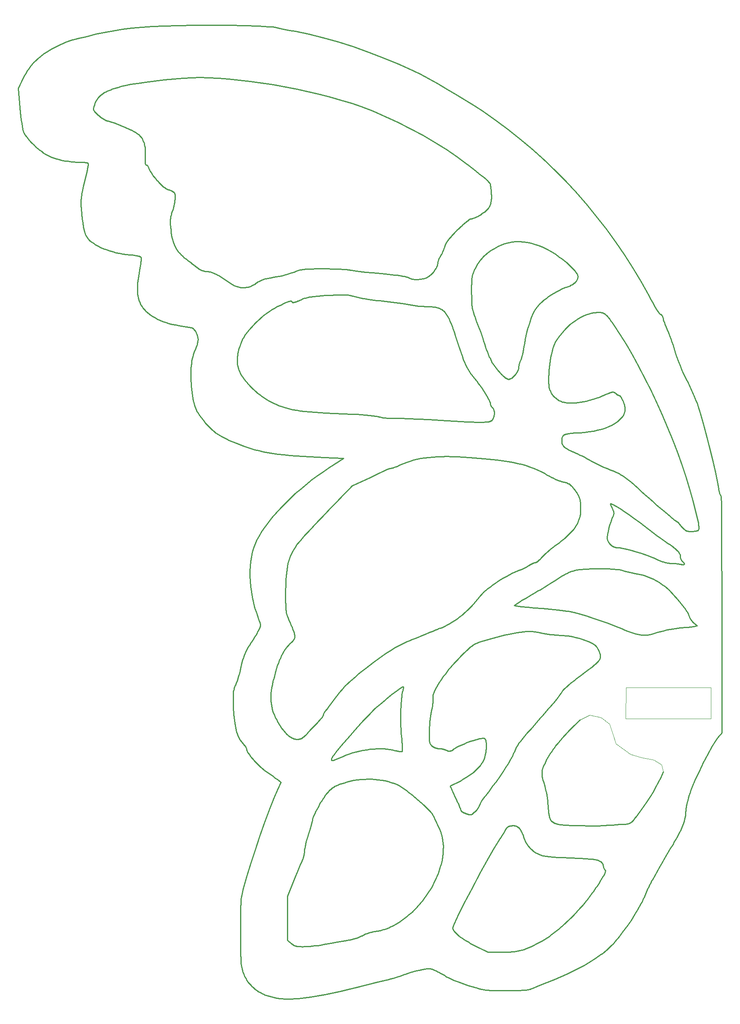
<source format=gbr>
%TF.GenerationSoftware,KiCad,Pcbnew,(6.99.0-3809-g2741d0eb4b)*%
%TF.CreationDate,2022-10-21T00:44:09-04:00*%
%TF.ProjectId,PortWing,506f7274-5769-46e6-972e-6b696361645f,rev?*%
%TF.SameCoordinates,Original*%
%TF.FileFunction,Profile,NP*%
%FSLAX46Y46*%
G04 Gerber Fmt 4.6, Leading zero omitted, Abs format (unit mm)*
G04 Created by KiCad (PCBNEW (6.99.0-3809-g2741d0eb4b)) date 2022-10-21 00:44:09*
%MOMM*%
%LPD*%
G01*
G04 APERTURE LIST*
%TA.AperFunction,Profile*%
%ADD10C,0.264583*%
%TD*%
%TA.AperFunction,Profile*%
%ADD11C,0.100000*%
%TD*%
G04 APERTURE END LIST*
D10*
X-315623903Y-10622398D02*
X-315363960Y-10101446D01*
X-217861908Y-32689144D02*
X-217980894Y-32535600D01*
X-238216033Y-92225431D02*
X-238318494Y-92254678D01*
X-258963260Y-126520925D02*
X-258915321Y-126669862D01*
X-177223075Y-112488968D02*
X-177201830Y-112472020D01*
X-279100824Y-65940619D02*
X-279076365Y-65818867D01*
X-267215666Y-62109970D02*
X-267678834Y-62588220D01*
X-240382680Y-188970917D02*
X-240160401Y-188904394D01*
X-270805184Y-69928565D02*
X-270781973Y-70244955D01*
X-191348189Y-76794571D02*
X-191293162Y-76833808D01*
X-229046084Y-58650533D02*
X-229371153Y-58583828D01*
X-198887706Y-101335023D02*
X-198871980Y-100803723D01*
X-229161858Y-166344298D02*
X-229311699Y-166004200D01*
X-220830271Y-164026501D02*
X-220675025Y-163847038D01*
X-202800657Y-95098484D02*
X-202970054Y-95051334D01*
X-289053144Y-60156609D02*
X-289276721Y-59988508D01*
X-251080991Y-153255552D02*
X-251072826Y-153334114D01*
X-200316137Y-96543744D02*
X-200316137Y-96543744D01*
X-252868844Y-161548550D02*
X-253126602Y-161958677D01*
X-277108485Y-51112026D02*
X-276910702Y-51137766D01*
X-256695331Y-80414973D02*
X-255601100Y-80513143D01*
X-174332479Y-105362642D02*
X-174272349Y-105322606D01*
X-223225709Y-164487674D02*
X-223225708Y-164487677D01*
X-194337053Y-174967792D02*
X-194479601Y-174807219D01*
X-224183641Y-163268768D02*
X-224078084Y-163536741D01*
X-177800461Y-111469816D02*
X-177833074Y-111403449D01*
X-205388334Y-75685185D02*
X-205388334Y-75685185D01*
X-228833904Y-49620935D02*
X-228813855Y-49528890D01*
X-296879950Y-47001382D02*
X-297553081Y-46800711D01*
X-190247489Y-125889050D02*
X-190247489Y-125889050D01*
X-259442407Y-128737332D02*
X-259442407Y-128737332D01*
X-201955227Y-85182923D02*
X-202068369Y-85221755D01*
X-233131703Y-52789484D02*
X-232853540Y-52780817D01*
X-222805865Y-164655473D02*
X-222718962Y-164684562D01*
X-306287051Y-2942486D02*
X-305849622Y-2780113D01*
X-216158407Y-45892842D02*
X-216158407Y-45892842D01*
X-211654107Y-201621686D02*
X-212488011Y-201648695D01*
X-279893828Y-68191093D02*
X-279754346Y-67812189D01*
X-210963602Y-169079564D02*
X-211076921Y-168788101D01*
X-211374695Y-168172554D02*
X-211437473Y-168068155D01*
X-266329204Y-53241570D02*
X-266151249Y-53140997D01*
X-247689775Y-56062425D02*
X-248208470Y-56027756D01*
X-225337551Y-133101159D02*
X-225974007Y-133825668D01*
X-218132830Y-82570311D02*
X-217998435Y-82540892D01*
X-201538933Y-127420275D02*
X-202010526Y-127357688D01*
X-311406129Y-26268616D02*
X-311800934Y-25982595D01*
X-202427107Y-85409139D02*
X-202495346Y-85464885D01*
X-192583396Y-103603137D02*
X-192774057Y-104214740D01*
X-209402692Y-171897038D02*
X-209608254Y-171672679D01*
X-186520265Y-127178580D02*
X-186110351Y-127229832D01*
X-214187612Y-193597564D02*
X-213692913Y-193574719D01*
X-256733674Y-172489575D02*
X-256733674Y-172489575D01*
X-218585811Y-67477406D02*
X-218394849Y-67999608D01*
X-192254209Y-83245963D02*
X-192921862Y-83563418D01*
X-239337991Y-130873941D02*
X-238795559Y-130524332D01*
X-266151249Y-53140997D02*
X-265970461Y-53048314D01*
X-237166085Y-19873935D02*
X-239801655Y-18644082D01*
X-251868066Y-101294369D02*
X-252930366Y-102387921D01*
X-246842479Y-190944655D02*
X-246382112Y-190826187D01*
X-291015332Y-22917287D02*
X-290857297Y-23125301D01*
X-302048509Y-28487731D02*
X-302071402Y-28462977D01*
X-175342933Y-99074359D02*
X-176034544Y-96629191D01*
X-269427522Y-87706708D02*
X-270306332Y-87366326D01*
X-202116302Y-78577306D02*
X-201733631Y-78629069D01*
X-238103629Y-92190659D02*
X-238216033Y-92225431D01*
X-201609037Y-54325814D02*
X-201609037Y-54325814D01*
X-185987055Y-183039311D02*
X-186248420Y-183549062D01*
X-214831638Y-73204171D02*
X-214725067Y-73287585D01*
X-222700324Y-130410657D02*
X-223246152Y-130929318D01*
X-255204908Y-94758163D02*
X-254003236Y-93856028D01*
X-221898680Y-72471771D02*
X-222178385Y-72043802D01*
X-221860910Y-40098191D02*
X-221773071Y-40093842D01*
X-302041953Y-28504742D02*
X-302048509Y-28487731D01*
X-176481121Y-162049327D02*
X-176608412Y-162611251D01*
X-271598108Y-142403744D02*
X-271598108Y-142403744D01*
X-198301441Y-78374565D02*
X-197745690Y-78257008D01*
X-193780286Y-176404531D02*
X-193811343Y-176369367D01*
X-223587302Y-164283829D02*
X-223520844Y-164327203D01*
X-271204888Y-54165966D02*
X-270918073Y-54275630D01*
X-264444812Y-52558780D02*
X-263860712Y-52448063D01*
X-284698961Y-42493504D02*
X-284637368Y-43019100D01*
X-230572820Y-148999195D02*
X-230567279Y-149120923D01*
X-204352584Y-150785191D02*
X-204659725Y-151204424D01*
X-236414640Y-151619517D02*
X-236384236Y-151615096D01*
X-269447673Y-54504853D02*
X-269151200Y-54487339D01*
X-262644950Y-101630783D02*
X-261722546Y-100625613D01*
X-257500194Y-192463537D02*
X-257242679Y-192465810D01*
X-303519062Y-37292311D02*
X-303531254Y-36676326D01*
X-211090732Y-91534323D02*
X-212026795Y-91305745D01*
X-176901598Y-165000544D02*
X-176955144Y-165339180D01*
X-284803762Y-40213566D02*
X-284816478Y-40431784D01*
X-268054484Y-152551381D02*
X-268283914Y-152232631D01*
X-220135578Y-163074413D02*
X-220033368Y-162881171D01*
X-219113662Y-82661416D02*
X-218870653Y-82650703D01*
X-239480105Y-151074637D02*
X-238858101Y-151153925D01*
X-207886842Y-111811912D02*
X-207795274Y-111740517D01*
X-236316729Y-138147773D02*
X-236546686Y-138288280D01*
X-191989436Y-76379467D02*
X-191941551Y-76389224D01*
X-260223174Y-57471227D02*
X-260457503Y-57556647D01*
X-202823083Y-86489934D02*
X-202817134Y-86694107D01*
X-179816345Y-112227070D02*
X-179816348Y-112227078D01*
X-210175781Y-63822549D02*
X-209993504Y-63128527D01*
X-261021772Y-89498306D02*
X-262193220Y-89357767D01*
X-201421303Y-147420914D02*
X-201944575Y-147973927D01*
X-220010399Y-82670831D02*
X-219681836Y-82671493D01*
X-230345916Y-164241817D02*
X-230757858Y-163800872D01*
X-192150408Y-76371329D02*
X-192093465Y-76370441D01*
X-255011098Y-165752059D02*
X-255028291Y-165846692D01*
X-209381305Y-92050995D02*
X-210210638Y-91782345D01*
X-219715780Y-162125391D02*
X-219667563Y-162037463D01*
X-208375406Y-112064862D02*
X-208375406Y-112064862D01*
X-193930841Y-176177160D02*
X-193958511Y-176118498D01*
X-236126382Y-138879712D02*
X-236102348Y-138793082D01*
X-230513956Y-149611800D02*
X-230497498Y-149689943D01*
X-262783395Y-144510983D02*
X-262525522Y-145023923D01*
X-258787936Y-127187932D02*
X-258772028Y-127300520D01*
X-225331156Y-189271270D02*
X-225140051Y-189489847D01*
X-236261288Y-151564427D02*
X-236251527Y-151551877D01*
X-293146896Y-11951793D02*
X-294262407Y-12178294D01*
X-229773632Y-140605217D02*
X-229768785Y-140709246D01*
X-220941723Y-155628746D02*
X-221367385Y-155987260D01*
X-289682700Y-28886241D02*
X-289646847Y-28918139D01*
X-252715182Y-143749391D02*
X-252682392Y-143679540D01*
X-199457505Y-52419084D02*
X-199445822Y-52337233D01*
X-275347925Y-84881338D02*
X-275712684Y-84594509D01*
X-212777902Y-167148059D02*
X-212878107Y-167139371D01*
X-192929297Y-107959625D02*
X-192865795Y-108042024D01*
X-200490285Y-167084650D02*
X-198795459Y-167142033D01*
X-300481094Y-15638684D02*
X-300562451Y-15825297D01*
X-238587842Y-188285252D02*
X-238367466Y-188177103D01*
X-249154388Y-201818727D02*
X-250802980Y-202179550D01*
X-267996941Y-117073777D02*
X-268095981Y-115973334D01*
X-266843010Y-127139613D02*
X-266674386Y-126843128D01*
X-182404717Y-116215553D02*
X-182789303Y-115987176D01*
X-190936590Y-77033864D02*
X-190894492Y-77049023D01*
X-194950154Y-77402207D02*
X-194412309Y-77181882D01*
X-202490572Y-138690908D02*
X-202352064Y-138540249D01*
X-188381049Y-166513776D02*
X-188188525Y-166360066D01*
X-229768785Y-140709246D02*
X-229768482Y-140826018D01*
X-202981835Y-139426041D02*
X-202882684Y-139272807D01*
X-193299586Y-113360272D02*
X-194805174Y-113340359D01*
X-183388107Y-58306980D02*
X-183031184Y-58888122D01*
X-208057169Y-111931088D02*
X-207974375Y-111875625D01*
X-252000307Y-142681546D02*
X-252000307Y-142681546D01*
X-269151200Y-54487339D02*
X-268855552Y-54448859D01*
X-169930454Y-96749739D02*
X-169908415Y-96882470D01*
X-225316221Y-63853114D02*
X-225530767Y-63239949D01*
X-279284592Y-66619755D02*
X-279199965Y-66338204D01*
X-178381255Y-169048409D02*
X-178642805Y-169529532D01*
X-258359084Y-80181652D02*
X-257577153Y-80307396D01*
X-202608908Y-85588301D02*
X-202655037Y-85656324D01*
X-260252908Y-186525052D02*
X-260255296Y-191135251D01*
X-201892700Y-95336868D02*
X-202061271Y-95282439D01*
X-191946681Y-101451866D02*
X-191934789Y-101500752D01*
X-220988762Y-164195044D02*
X-220830271Y-164026501D01*
X-202644422Y-95135678D02*
X-202800657Y-95098484D01*
X-249935333Y-158714173D02*
X-250159615Y-158816470D01*
X-229197731Y-150891205D02*
X-229113106Y-150918939D01*
X-299261982Y-14095350D02*
X-299422906Y-14227079D01*
X-212149813Y-150431125D02*
X-211813486Y-149959984D01*
X-244437598Y-151358222D02*
X-243695025Y-151231355D01*
X-200855403Y-84980987D02*
X-201048320Y-85003589D01*
X-294262407Y-12178294D02*
X-295049930Y-12371820D01*
X-252156212Y-142874662D02*
X-252079368Y-142777660D01*
X-194116298Y-175567486D02*
X-194160810Y-175346616D01*
X-260642916Y-116487768D02*
X-260671991Y-118330632D01*
X-177206710Y-112181520D02*
X-177229520Y-112142325D01*
X-263113656Y-136176419D02*
X-263113656Y-136176419D01*
X-196143442Y-59783467D02*
X-196575544Y-59867024D01*
X-249527657Y-139379119D02*
X-249218894Y-139000482D01*
X-177547938Y-125697937D02*
X-177109997Y-125660185D01*
X-259098209Y-192099686D02*
X-258980077Y-192172698D01*
X-259153642Y-80028981D02*
X-259153642Y-80028981D01*
X-315556413Y-21972933D02*
X-315556413Y-21972933D01*
X-229772987Y-164959168D02*
X-230013376Y-164631623D01*
X-220209758Y-154908473D02*
X-220555799Y-155269111D01*
X-226227144Y-151526616D02*
X-226174935Y-151515864D01*
X-223464441Y-157407719D02*
X-224086569Y-157758842D01*
X-268375377Y-129573765D02*
X-268175644Y-129248075D01*
X-239485574Y-188670452D02*
X-239259815Y-188581632D01*
X-234183056Y-160704063D02*
X-234793861Y-160216538D01*
X-221367385Y-155987260D02*
X-221832635Y-156344532D01*
X-175929958Y-123723928D02*
X-175976489Y-123635218D01*
X-195081995Y-130450559D02*
X-195136079Y-130343543D01*
X-228534509Y-48428572D02*
X-228487750Y-48330404D01*
X-313762260Y-24275067D02*
X-314116748Y-23911354D01*
X-236653306Y-91617047D02*
X-236966768Y-91756108D01*
X-194479601Y-174807219D02*
X-194665645Y-174664127D01*
X-269785143Y-197087118D02*
X-269893779Y-196527148D01*
X-190633787Y-77156100D02*
X-190542697Y-77257685D01*
X-174659855Y-105460903D02*
X-174478527Y-105422534D01*
X-257530112Y-96648171D02*
X-256382265Y-95690610D01*
X-220033368Y-162881171D02*
X-219949126Y-162693339D01*
X-178900488Y-109255063D02*
X-179108187Y-109081472D01*
X-228378124Y-150986369D02*
X-228293308Y-150995156D01*
X-219138187Y-148830829D02*
X-219071245Y-148848004D01*
X-267390141Y-128047269D02*
X-267206397Y-127750953D01*
D11*
X-189312928Y-138274774D02*
X-172612928Y-138274774D01*
D10*
X-177781710Y-104443944D02*
X-177781710Y-104443944D01*
X-213000426Y-126855954D02*
X-213857707Y-127041729D01*
X-229222469Y-138386464D02*
X-229472388Y-138904418D01*
X-303851182Y-2282304D02*
X-303057606Y-2088788D01*
X-190891710Y-190473431D02*
X-191516178Y-191239410D01*
X-218657006Y-151033978D02*
X-218692965Y-151371941D01*
X-291253336Y-47970350D02*
X-291360345Y-47931506D01*
X-268561880Y-129893960D02*
X-268375377Y-129573765D01*
X-223225719Y-164487642D02*
X-223225717Y-164487651D01*
X-298687195Y-1061792D02*
X-296816745Y-720645D01*
X-258759122Y-127508870D02*
X-258762063Y-127605627D01*
X-175698755Y-124087428D02*
X-175762384Y-123996629D01*
X-253553337Y-145064488D02*
X-253431161Y-144921613D01*
X-192574601Y-99982852D02*
X-192556153Y-100043904D01*
X-315240991Y-22540933D02*
X-315423455Y-22243204D01*
X-283761569Y-46023128D02*
X-283665073Y-46200435D01*
X-175426302Y-105511456D02*
X-174877542Y-105484207D01*
X-279601617Y-67451626D02*
X-279543914Y-67320407D01*
X-191802995Y-191577785D02*
X-192078016Y-191891067D01*
X-191117882Y-82530338D02*
X-191651688Y-82900980D01*
X-273072291Y-86201516D02*
X-273610066Y-85939041D01*
X-191238365Y-76870841D02*
X-191184193Y-76905440D01*
X-302297405Y-28371923D02*
X-302383374Y-28351782D01*
X-218178173Y-77777127D02*
X-218336060Y-77483576D01*
X-264065583Y-163827646D02*
X-263137234Y-161439012D01*
X-176181007Y-123093349D02*
X-176316212Y-122821216D01*
X-291809230Y-22208289D02*
X-291559075Y-22379064D01*
X-181314656Y-61808100D02*
X-181187448Y-62166102D01*
X-262159463Y-145671072D02*
X-262024505Y-145890921D01*
D11*
X-172612928Y-144774774D02*
X-171512928Y-144774774D01*
D10*
X-192945302Y-167057324D02*
X-192603764Y-167019481D01*
X-245840376Y-81041236D02*
X-244865364Y-81105347D01*
X-291673380Y-53600574D02*
X-291625777Y-53091193D01*
X-279901222Y-63211641D02*
X-279965955Y-63149727D01*
X-217566558Y-35822893D02*
X-217558783Y-35517070D01*
X-205491804Y-71858423D02*
X-205540018Y-72533511D01*
X-221673137Y-52831277D02*
X-221694161Y-53151183D01*
X-270514608Y-67573193D02*
X-270603987Y-67927958D01*
X-179548586Y-171049283D02*
X-179548586Y-171049283D01*
X-279185031Y-64451659D02*
X-279220124Y-64347422D01*
X-229854284Y-141726978D02*
X-229912928Y-142074774D01*
X-203843412Y-115540387D02*
X-203843412Y-115540387D01*
X-219048788Y-161171551D02*
X-219048788Y-161171551D01*
X-191913245Y-101642468D02*
X-191910753Y-101688814D01*
X-177564197Y-111782628D02*
X-177564197Y-111782628D01*
X-198265406Y-60433947D02*
X-198837437Y-60717760D01*
X-252776422Y-143959073D02*
X-252772395Y-143918421D01*
X-190624543Y-166869340D02*
X-190260777Y-166853258D01*
X-177201830Y-112472020D02*
X-177184456Y-112452604D01*
X-219948209Y-30777387D02*
X-220989127Y-29947632D01*
X-223647996Y-190719091D02*
X-223253791Y-190983099D01*
X-310307237Y-26930148D02*
X-310307237Y-26930148D01*
X-316043501Y-19361115D02*
X-316139920Y-18574607D01*
X-227549554Y-151157262D02*
X-227459052Y-151186937D01*
X-211570324Y-70034683D02*
X-211531729Y-69941708D01*
X-202719481Y-78423239D02*
X-202461511Y-78501782D01*
X-229347245Y-178638327D02*
X-228728549Y-177200668D01*
X-175268082Y-124583006D02*
X-175343347Y-124509707D01*
X-217541876Y-82338505D02*
X-217481757Y-82287058D01*
X-177704624Y-112487161D02*
X-177642561Y-112503216D01*
X-215435269Y-45563585D02*
X-216158407Y-45892842D01*
X-184449564Y-127131170D02*
X-183988149Y-127034180D01*
X-203579761Y-166843001D02*
X-203164063Y-166900757D01*
X-266022671Y-125510001D02*
X-265988542Y-125386594D01*
X-238318494Y-92254678D02*
X-238410009Y-92278043D01*
X-268048308Y-11294663D02*
X-272630989Y-10781649D01*
X-191403050Y-76753361D02*
X-191348189Y-76794571D01*
X-256706119Y-56734038D02*
X-256946688Y-56816286D01*
X-228544622Y-137225106D02*
X-228912054Y-137825009D01*
X-302159173Y-28415605D02*
X-302222396Y-28393240D01*
X-230763082Y-82132512D02*
X-230763071Y-82132497D01*
X-280494095Y-71308537D02*
X-280449072Y-70817392D01*
X-194726389Y-131824607D02*
X-194722325Y-131715822D01*
X-199916513Y-97064606D02*
X-200106160Y-96810662D01*
X-181874046Y-60272194D02*
X-181832589Y-60327524D01*
X-263524943Y-59108869D02*
X-264066718Y-59468821D01*
X-204216847Y-166657542D02*
X-204103752Y-166700078D01*
X-233899628Y-197690646D02*
X-234487767Y-197851594D01*
X-191189381Y-108949301D02*
X-191078274Y-108957599D01*
X-259428866Y-148725594D02*
X-259299028Y-148793112D01*
X-297553081Y-46800711D02*
X-298203152Y-46579493D01*
X-221928633Y-164836421D02*
X-221870481Y-164824558D01*
X-215784137Y-156791326D02*
X-215088127Y-155785826D01*
X-313434142Y-7371689D02*
X-313039779Y-6972044D01*
X-213910426Y-73678163D02*
X-213835160Y-73665018D01*
X-285076760Y-62001171D02*
X-285730986Y-61801755D01*
X-259660282Y-110681641D02*
X-259853761Y-111191094D01*
X-193250305Y-106307894D02*
X-193280081Y-106546216D01*
X-255527211Y-147149588D02*
X-254893212Y-146485451D01*
X-190554049Y-100831931D02*
X-190962598Y-100572741D01*
X-228029066Y-168967813D02*
X-228233503Y-168374202D01*
X-205480984Y-164904729D02*
X-205450605Y-165058456D01*
X-303019243Y-33241551D02*
X-302769548Y-32218629D01*
X-241539145Y-81452153D02*
X-241336082Y-81490658D01*
X-222887478Y-40784016D02*
X-222701652Y-40633051D01*
X-220804930Y-129000660D02*
X-220998215Y-129101274D01*
X-247131975Y-50837956D02*
X-247131975Y-50837956D01*
X-211914953Y-71635548D02*
X-211888924Y-71544730D01*
X-271322646Y-145654901D02*
X-271394557Y-145094506D01*
X-194262858Y-59778654D02*
X-194388383Y-59738407D01*
X-193300441Y-106936330D02*
X-193294877Y-107035286D01*
X-208270074Y-112042326D02*
X-208205722Y-112015005D01*
X-270416957Y-71781421D02*
X-270293488Y-72082832D01*
X-265967468Y-125267227D02*
X-265961812Y-125207922D01*
X-225482656Y-189064821D02*
X-225331156Y-189271270D01*
X-262794844Y-157161174D02*
X-263413042Y-156715628D01*
X-236744033Y-151615035D02*
X-236648552Y-151622676D01*
X-224471845Y-66509912D02*
X-225120275Y-64456715D01*
X-221226142Y-39952971D02*
X-220968139Y-39848099D01*
X-256467539Y-50620089D02*
X-256106416Y-50595558D01*
X-208411896Y-145854297D02*
X-207525403Y-144851910D01*
X-194986666Y-130660680D02*
X-195032028Y-130556533D01*
X-263125527Y-203100213D02*
X-263772695Y-202949284D01*
X-259691220Y-148568359D02*
X-259559602Y-148650676D01*
X-262525522Y-145023923D02*
X-262525522Y-145023923D01*
X-221614200Y-58440025D02*
X-221569602Y-58739760D01*
X-192093465Y-76370441D02*
X-192039941Y-76373180D01*
X-182132678Y-60079858D02*
X-182132678Y-60079858D01*
X-244163593Y-56821948D02*
X-244450845Y-56763447D01*
X-211995313Y-113779507D02*
X-211995313Y-113779507D01*
X-214701212Y-45296765D02*
X-215435269Y-45563585D01*
X-260602013Y-130019880D02*
X-260855490Y-130377872D01*
X-257935103Y-149047211D02*
X-257817409Y-149025876D01*
X-178583319Y-69405712D02*
X-178319690Y-70109348D01*
X-192921862Y-83563418D02*
X-193651065Y-83851478D01*
X-197130489Y-60005243D02*
X-197695100Y-60195329D01*
X-205565617Y-74366399D02*
X-205530609Y-74877437D01*
X-262452394Y-203216778D02*
X-263125527Y-203100213D01*
X-227980109Y-59078782D02*
X-228216285Y-58945566D01*
X-211642606Y-70230800D02*
X-211607351Y-70131307D01*
X-204809982Y-76864032D02*
X-204650959Y-77073637D01*
X-259267511Y-57580338D02*
X-259267511Y-57580338D01*
X-230068612Y-142783902D02*
X-230157027Y-143179869D01*
X-228799185Y-49439610D02*
X-228790079Y-49353361D01*
X-302053068Y-44283172D02*
X-302184775Y-44120521D01*
X-209979582Y-192773357D02*
X-209562840Y-192597717D01*
X-178985400Y-68189694D02*
X-178985400Y-68189694D01*
X-206896211Y-110841352D02*
X-206774800Y-110711806D01*
X-181753767Y-60453843D02*
X-181716998Y-60523877D01*
X-197640171Y-174041921D02*
X-199189795Y-173946822D01*
X-275476766Y-51601351D02*
X-275212266Y-51723193D01*
X-224465163Y-185722532D02*
X-225353133Y-187611306D01*
X-215088127Y-155785826D02*
X-214521640Y-154937868D01*
X-222547316Y-164736823D02*
X-222463848Y-164759633D01*
X-303014505Y-41793054D02*
X-303155965Y-40983925D01*
X-250008721Y-151600188D02*
X-250455314Y-152175438D01*
X-178739683Y-103452621D02*
X-178673974Y-103509282D01*
X-222711457Y-82586257D02*
X-221660792Y-82629886D01*
X-182132678Y-60079858D02*
X-182111365Y-60085321D01*
X-258561967Y-853494D02*
X-255817972Y-1416860D01*
X-190855521Y-113534940D02*
X-191360096Y-113474360D01*
X-254199305Y-56288695D02*
X-254608207Y-56330607D01*
X-212026795Y-91305745D02*
X-213024038Y-91095429D01*
X-230080762Y-51630739D02*
X-229904589Y-51445762D01*
X-217185968Y-81864225D02*
X-217147588Y-81780275D01*
X-232776452Y-58367079D02*
X-233286312Y-58312641D01*
X-296188097Y-47179728D02*
X-296879950Y-47001382D01*
X-196203489Y-133684871D02*
X-195986298Y-133503944D01*
X-177925582Y-112426614D02*
X-177841701Y-112447012D01*
X-211805307Y-70844313D02*
X-211785037Y-70743990D01*
X-240574148Y-157614774D02*
X-241283066Y-157513811D01*
X-209185514Y-172108640D02*
X-209402692Y-171897038D01*
X-315014054Y-22861366D02*
X-315240991Y-22540933D01*
X-267734178Y-128574841D02*
X-267567904Y-128324988D01*
X-178943964Y-103317436D02*
X-178929656Y-103321813D01*
X-242878641Y-94168263D02*
X-242878641Y-94168263D01*
X-279438325Y-63852574D02*
X-279489520Y-63760589D01*
X-203033727Y-198786661D02*
X-204425520Y-199367022D01*
X-192592418Y-99764546D02*
X-192597560Y-99771489D01*
X-302584876Y-28315526D02*
X-302820278Y-28285484D01*
X-227674668Y-170868357D02*
X-227750560Y-170216800D01*
X-221574072Y-40060182D02*
X-221464095Y-40031629D01*
X-269820416Y-72983569D02*
X-269628183Y-73284181D01*
X-191910753Y-101688814D02*
X-191910595Y-101735091D01*
X-260053802Y-129353691D02*
X-260335193Y-129679315D01*
X-239801655Y-18644082D02*
X-242386367Y-17540778D01*
X-313805756Y-7785232D02*
X-313434142Y-7371689D01*
X-215378825Y-72710178D02*
X-215270046Y-72817383D01*
X-267797066Y-152883763D02*
X-268054484Y-152551381D01*
X-238217526Y-199091223D02*
X-238705128Y-199227528D01*
X-253497263Y-14044200D02*
X-258306765Y-12955724D01*
X-220989127Y-29947632D02*
X-222171320Y-29037787D01*
X-190247489Y-125889050D02*
X-189565807Y-126178024D01*
X-202232333Y-106972047D02*
X-201685346Y-106488419D01*
X-203858838Y-166781445D02*
X-203858838Y-166781430D01*
X-203548294Y-188848777D02*
X-202886152Y-188294346D01*
X-230890576Y-197072501D02*
X-231038003Y-197086636D01*
X-302306413Y-1896559D02*
X-302306413Y-1896559D01*
X-200370304Y-105100641D02*
X-200033667Y-104649089D01*
X-233867525Y-9111379D02*
X-232433908Y-9825611D01*
X-245918150Y-151693816D02*
X-245180082Y-151512542D01*
X-193411388Y-193203123D02*
X-193696755Y-193439072D01*
X-242783089Y-57027835D02*
X-243312931Y-56956311D01*
X-204650959Y-77073637D02*
X-204479041Y-77273023D01*
X-299383266Y-18836980D02*
X-299244422Y-18935834D01*
X-193902084Y-176232033D02*
X-193930841Y-176177160D01*
X-202193311Y-138378301D02*
X-201818213Y-138023389D01*
X-241826677Y-189260980D02*
X-241649614Y-189236752D01*
X-300773164Y-16427457D02*
X-300819268Y-16587393D01*
X-216696458Y-71193232D02*
X-216427091Y-71536622D01*
X-230757858Y-163800872D02*
X-231236455Y-163319909D01*
X-264919412Y-155665417D02*
X-265238206Y-155434861D01*
X-316656145Y-12796010D02*
X-315623903Y-10622398D01*
X-265675952Y-105538776D02*
X-265027380Y-104589076D01*
X-258076423Y-176485596D02*
X-258574628Y-177700693D01*
X-182517205Y-111560069D02*
X-182312757Y-111644969D01*
X-255282850Y-166927233D02*
X-255552062Y-167836367D01*
X-227135025Y-135245220D02*
X-227652628Y-135930160D01*
X-177215087Y-105064751D02*
X-177096795Y-105171447D01*
X-215160166Y-72920939D02*
X-215049958Y-73020293D01*
X-302773363Y-42811491D02*
X-302857481Y-42498671D01*
X-266367534Y273534D02*
X-264194643Y146471D01*
X-182579122Y-59572663D02*
X-182455742Y-59742856D01*
X-270113742Y-192735813D02*
X-270133073Y-189252621D01*
X-221809902Y-149444052D02*
X-221343020Y-149291578D01*
X-180474112Y-102114351D02*
X-179695900Y-102765691D01*
X-244494821Y-190118466D02*
X-244366247Y-190047981D01*
X-303663637Y-28242718D02*
X-304109811Y-28236020D01*
X-229809920Y-141396512D02*
X-229854284Y-141726978D01*
X-200756411Y-105555714D02*
X-200370304Y-105100641D01*
X-210579341Y-113149444D02*
X-210261161Y-112989783D01*
X-217685477Y-33682830D02*
X-217812868Y-32794484D01*
X-202970054Y-95051334D02*
X-203150989Y-94994939D01*
X-192988452Y-107874923D02*
X-192929297Y-107959625D01*
X-272572082Y436018D02*
X-269233782Y371055D01*
X-190445710Y-77391919D02*
X-190344848Y-77554195D01*
X-284382753Y-38470902D02*
X-284382753Y-38470902D01*
X-217793772Y-201630792D02*
X-218264569Y-201597925D01*
X-214521640Y-154937868D02*
X-214146341Y-154333462D01*
X-208326870Y-112059134D02*
X-208270074Y-112042326D01*
X-239193645Y-157906807D02*
X-239876832Y-157745802D01*
X-257997514Y-203311917D02*
X-258732958Y-203373126D01*
X-199744419Y-104198062D02*
X-199616917Y-103971809D01*
X-299574124Y-14363154D02*
X-299716024Y-14503829D01*
X-259234936Y-57618981D02*
X-259249034Y-57612341D01*
X-270742293Y-70557701D02*
X-270686048Y-70867261D01*
X-214328435Y-167559318D02*
X-214362956Y-167596537D01*
X-316656145Y-12796010D02*
X-316656145Y-12796010D01*
X-217357519Y-79609280D02*
X-217400643Y-79571058D01*
X-206161115Y-110116795D02*
X-205797356Y-109790654D01*
X-246371628Y-50967071D02*
X-245240203Y-51116838D01*
X-303663637Y-28242718D02*
X-303663637Y-28242718D01*
X-300846435Y-17391987D02*
X-300822905Y-17441346D01*
X-210467050Y-170353504D02*
X-210606049Y-170048988D01*
X-193283125Y-107133536D02*
X-193265370Y-107230918D01*
X-219450086Y-148832194D02*
X-219224411Y-148822728D01*
X-189565807Y-126178024D02*
X-188947512Y-126430881D01*
X-214507043Y-201670392D02*
X-214507043Y-201670392D01*
X-291704216Y-54088652D02*
X-291673380Y-53600574D01*
X-227287485Y-151251050D02*
X-226939097Y-151391443D01*
X-215485734Y-72599881D02*
X-215378825Y-72710178D01*
X-299848995Y-14649359D02*
X-299973427Y-14799996D01*
X-222304808Y-164797710D02*
X-222230509Y-164812614D01*
X-204326634Y-115861551D02*
X-204870638Y-116213767D01*
X-178297179Y-109889001D02*
X-178415468Y-109737916D01*
X-261965621Y-132516175D02*
X-262164779Y-133030894D01*
X-256728967Y-203180824D02*
X-257997529Y-203311917D01*
X-176052756Y-123465209D02*
X-176081559Y-123385286D01*
X-237194800Y-151542841D02*
X-237073186Y-151566996D01*
X-192511813Y-61428852D02*
X-192794908Y-61051156D01*
X-315363960Y-10101446D02*
X-315088361Y-9601256D01*
X-183776325Y-178387051D02*
X-183974712Y-178733423D01*
X-199898672Y-78610052D02*
X-199381449Y-78551664D01*
X-224345546Y-190205329D02*
X-224012463Y-190459400D01*
X-200264612Y-113756101D02*
X-200471456Y-113815272D01*
X-199942965Y-53337615D02*
X-199879172Y-53266559D01*
X-182617373Y-158098738D02*
X-182091415Y-157036991D01*
X-217593784Y-79332842D02*
X-217626398Y-79278722D01*
X-267454698Y-75761799D02*
X-267454698Y-75761799D01*
X-209608254Y-171672679D02*
X-209802350Y-171435390D01*
X-250913156Y-159266095D02*
X-251080076Y-159397221D01*
X-204342745Y-141164803D02*
X-203759264Y-140448581D01*
X-244450845Y-56763447D02*
X-246875947Y-56187462D01*
X-253960452Y-145517129D02*
X-253818743Y-145363205D01*
X-268881305Y-150943169D02*
X-268903403Y-150892270D01*
X-231926493Y-22616898D02*
X-234525688Y-21206239D01*
X-266073663Y-76944180D02*
X-265602173Y-77295580D01*
X-264066718Y-59468821D02*
X-264611634Y-59859230D01*
X-258915321Y-126669862D02*
X-258873850Y-126810533D01*
X-290007583Y-28705931D02*
X-289992820Y-28730464D01*
X-257997529Y-203311917D02*
X-257997514Y-203311917D01*
X-196334635Y-128998974D02*
X-196664536Y-128829795D01*
X-178319690Y-70109348D02*
X-178026596Y-70846697D01*
X-195136079Y-130343543D02*
X-195193792Y-130236275D01*
X-184104523Y-98947476D02*
X-182706516Y-100180912D01*
X-316228823Y-17748564D02*
X-316307130Y-16903779D01*
X-227077577Y-45243331D02*
X-226976494Y-45068365D01*
X-267414064Y-53944273D02*
X-267137987Y-53781380D01*
X-270040314Y-54476720D02*
X-269744277Y-54501336D01*
X-261548115Y-131581248D02*
X-261760475Y-132033788D01*
X-220483119Y-49613932D02*
X-220679259Y-49952743D01*
X-199079607Y-98710879D02*
X-199153150Y-98470443D01*
X-261506595Y-52012966D02*
X-260926966Y-51871159D01*
X-257184991Y-56906912D02*
X-257425200Y-57006657D01*
X-223225717Y-164487651D02*
X-223225715Y-164487658D01*
X-275212266Y-51723193D02*
X-274944961Y-51855785D01*
X-236594891Y-144537987D02*
X-236571830Y-143159136D01*
X-193297143Y-106757061D02*
X-193300441Y-106936330D01*
X-193589977Y-92283075D02*
X-193152727Y-92461745D01*
X-300902141Y-17193913D02*
X-300893709Y-17244138D01*
X-188947512Y-126430881D02*
X-188384414Y-126648341D01*
X-259463396Y-191816708D02*
X-259463396Y-191816708D01*
X-225375079Y-199505578D02*
X-225904951Y-199263768D01*
X-169238640Y-122822598D02*
X-169238640Y-147691449D01*
X-217585439Y-36109908D02*
X-217566558Y-35822893D01*
X-214715983Y-193611252D02*
X-214187612Y-193597564D01*
X-289718899Y-28859413D02*
X-289682700Y-28886241D01*
X-230581088Y-148417015D02*
X-230579542Y-148728164D01*
X-260361135Y-79747467D02*
X-259765594Y-79896120D01*
X-202715184Y-87229061D02*
X-202683842Y-87308921D01*
X-199614242Y-51660475D02*
X-199746622Y-51445739D01*
X-206207925Y-153766751D02*
X-206382738Y-154112741D01*
X-260645504Y-121194371D02*
X-260623844Y-121580210D01*
X-176854261Y-164213132D02*
X-176858642Y-164370328D01*
X-230240965Y-150205864D02*
X-230198663Y-150251588D01*
X-271916114Y-53798947D02*
X-271689200Y-53927975D01*
X-259042117Y-148905945D02*
X-258915079Y-148951258D01*
X-233855130Y-90600832D02*
X-234575201Y-90812693D01*
X-260015727Y-123978640D02*
X-259690858Y-124726361D01*
X-183850903Y-110967231D02*
X-183365574Y-111173141D01*
X-286077379Y-11010554D02*
X-288070923Y-11231724D01*
X-221921582Y-40110303D02*
X-221888377Y-40101244D01*
X-194932086Y-59659290D02*
X-195081649Y-59658272D01*
X-182361978Y-126581128D02*
X-181865236Y-126438646D01*
X-215485734Y-72599881D02*
X-215485734Y-72599881D01*
X-262936410Y-7121D02*
X-262936410Y-7121D01*
X-219383490Y-82668351D02*
X-219113662Y-82661416D01*
X-187984541Y-166163015D02*
X-187762804Y-165917056D01*
X-175192512Y-124650983D02*
X-175268082Y-124583006D01*
X-205030373Y-141986567D02*
X-204342745Y-141164803D01*
X-183365574Y-111173141D02*
X-182926416Y-111374447D01*
X-175417840Y-124431771D02*
X-175491094Y-124349888D01*
X-248808027Y-158293752D02*
X-249130153Y-158403986D01*
X-228482610Y-167803723D02*
X-228654931Y-167445262D01*
X-269418518Y-73585741D02*
X-269191326Y-73888709D01*
X-236853473Y-7758637D02*
X-233867525Y-9111379D01*
X-292874622Y-179913D02*
X-290771130Y24036D01*
X-224687341Y-42432915D02*
X-224445428Y-42195082D01*
X-284818382Y-40907649D02*
X-284808130Y-41172418D01*
X-221998063Y-129793601D02*
X-222219420Y-129979689D01*
X-199048914Y-89511185D02*
X-198556319Y-89756238D01*
X-266085384Y-202014714D02*
X-266341739Y-201861988D01*
X-182820141Y-106489079D02*
X-186564826Y-103644986D01*
X-206901391Y-156899084D02*
X-206833657Y-157229242D01*
X-230280253Y-150159160D02*
X-230240965Y-150205864D01*
X-192211167Y-76375923D02*
X-192150408Y-76371329D01*
X-259299028Y-148793112D02*
X-259170106Y-148853229D01*
X-257577153Y-80307396D02*
X-256695331Y-80414973D01*
X-174083588Y-104890272D02*
X-174079541Y-104778661D01*
X-290106047Y-27445642D02*
X-290112551Y-27641883D01*
X-257834071Y-57189311D02*
X-257992095Y-57257598D01*
X-315556413Y-21972933D02*
X-315599146Y-21853688D01*
X-290959993Y-48189694D02*
X-290986475Y-48142466D01*
X-236216841Y-151225775D02*
X-236220490Y-150915258D01*
X-261302603Y-146951444D02*
X-261156564Y-147144960D01*
X-203668868Y-121963908D02*
X-202955444Y-122045669D01*
X-253431161Y-144921613D02*
X-253317016Y-144784337D01*
X-193039995Y-124783082D02*
X-191590051Y-125336833D01*
X-226185460Y-158800732D02*
X-226187611Y-158816591D01*
X-169950353Y-96613179D02*
X-169950353Y-96613179D01*
X-288070923Y-11231724D02*
X-289968676Y-11468795D01*
X-225597410Y-188210420D02*
X-225683080Y-188531262D01*
X-209637954Y-112640505D02*
X-209552858Y-112584103D01*
X-196953776Y-181919081D02*
X-196530919Y-181352637D01*
X-256201492Y-56591709D02*
X-256459111Y-56659426D01*
X-270295897Y-135109992D02*
X-270170273Y-134641858D01*
X-177173480Y-112255088D02*
X-177188039Y-112219138D01*
X-229637498Y-165213330D02*
X-229691334Y-165096117D01*
X-190683581Y-108975898D02*
X-190333657Y-109020773D01*
X-191917254Y-101828345D02*
X-191924059Y-101875776D01*
X-176608412Y-162611251D02*
X-176713041Y-163139501D01*
X-284637368Y-43019100D02*
X-284561463Y-43517592D01*
X-180990679Y-117229680D02*
X-180990679Y-117229680D01*
X-229809680Y-139975838D02*
X-229824372Y-140146762D01*
X-196124762Y-180792813D02*
X-195738505Y-180244730D01*
X-201731910Y-198206755D02*
X-203033727Y-198786661D01*
X-179555808Y-125937796D02*
X-178987547Y-125847260D01*
X-260941120Y-79582581D02*
X-260361135Y-79747467D01*
X-209095160Y-201238247D02*
X-209285936Y-201328000D01*
X-236742909Y-187230578D02*
X-236066382Y-186764278D01*
X-286089330Y-33515530D02*
X-285929637Y-33623297D01*
X-284240032Y-44865407D02*
X-284099037Y-45270441D01*
X-280511853Y-73958627D02*
X-280536155Y-73404616D01*
X-199583920Y-52817681D02*
X-199549723Y-52739534D01*
X-299652095Y-18631072D02*
X-299519508Y-18735183D01*
X-233726427Y-128008099D02*
X-233726427Y-128008099D01*
X-233113394Y-90416229D02*
X-233855130Y-90600832D01*
X-287531059Y-61069839D02*
X-288071472Y-60784357D01*
X-185707113Y-163102444D02*
X-185707113Y-163102444D01*
X-260735098Y-147660440D02*
X-260603857Y-147805415D01*
X-312603106Y-25340806D02*
X-313000405Y-24994547D01*
X-289577202Y-28995840D02*
X-289543921Y-29040992D01*
X-201194065Y-106017308D02*
X-200756411Y-105555714D01*
X-266506481Y-53350769D02*
X-266329204Y-53241570D01*
X-190439788Y-93659885D02*
X-190124621Y-93853571D01*
X-217182854Y-70496118D02*
X-216947585Y-70847890D01*
X-205623139Y-173620185D02*
X-205957695Y-173577421D01*
X-176814260Y-94116134D02*
X-177675265Y-91550751D01*
X-221832635Y-156344532D02*
X-222337326Y-156700445D01*
X-193280081Y-106546216D02*
X-193297143Y-106757061D01*
X-231503711Y-52536645D02*
X-231262253Y-52448771D01*
X-204107887Y-65868229D02*
X-204390874Y-66434109D01*
X-308523940Y-27581131D02*
X-308917548Y-27465355D01*
X-252741377Y-143812925D02*
X-252715182Y-143749391D01*
X-169950353Y-96613179D02*
X-169930454Y-96749739D01*
X-202010526Y-127357688D02*
X-202447714Y-127318464D01*
X-176868636Y-105335520D02*
X-176811310Y-105367188D01*
X-206972840Y-156310100D02*
X-206947836Y-156594504D01*
X-218090897Y-37737662D02*
X-218031084Y-37647530D01*
X-260926966Y-51871159D02*
X-260365130Y-51720272D01*
X-235278627Y-57999451D02*
X-235764301Y-57905123D01*
X-191866064Y-62350781D02*
X-191866064Y-62350781D01*
X-177833074Y-111403449D02*
X-177863175Y-111334428D01*
X-214619200Y-167969837D02*
X-214680364Y-168085950D01*
X-209993504Y-63128527D02*
X-209775903Y-62418443D01*
X-283456838Y-46543320D02*
X-283344905Y-46709273D01*
X-227974750Y-47441988D02*
X-227850296Y-47194395D01*
X-258901880Y-57582281D02*
X-258993974Y-57603904D01*
X-251116920Y-191723615D02*
X-249908855Y-191499438D01*
X-217170838Y-79831147D02*
X-217212144Y-79768085D01*
X-191360096Y-113474360D02*
X-191945112Y-113425071D01*
X-203449359Y-78094214D02*
X-203214072Y-78218813D01*
X-216548006Y-157868355D02*
X-215784137Y-156791326D01*
X-194765693Y-132041063D02*
X-194740584Y-131932722D01*
X-217321225Y-82096590D02*
X-217272795Y-82022711D01*
X-210921864Y-113313151D02*
X-210579341Y-113149444D01*
X-269451651Y-198150718D02*
X-269555354Y-197871373D01*
X-217372986Y-82166458D02*
X-217321225Y-82096590D01*
X-229820460Y-140301759D02*
X-229797510Y-140440198D01*
X-280031743Y-63092676D02*
X-280098444Y-63040733D01*
X-217112576Y-81693625D02*
X-217080940Y-81604602D01*
X-221909184Y-191788010D02*
X-221412466Y-192056270D01*
X-173137514Y-153920678D02*
X-174033615Y-155727941D01*
X-199075234Y-102580313D02*
X-199019751Y-102339237D01*
X-217778658Y-78838674D02*
X-217780855Y-78789090D01*
X-238608858Y-92309300D02*
X-238608858Y-92309300D01*
X-186997400Y-114401849D02*
X-187428718Y-114324765D01*
X-209255914Y-146828409D02*
X-208411896Y-145854297D01*
X-252843325Y-144131982D02*
X-252806663Y-144060755D01*
X-217017559Y-80207649D02*
X-217041145Y-80125284D01*
X-298717087Y-13723709D02*
X-298909461Y-13843919D01*
X-280165916Y-62994143D02*
X-280234018Y-62953152D01*
X-236044002Y-138549511D02*
X-236029289Y-138475214D01*
X-267980526Y-54208281D02*
X-267695142Y-54086595D01*
X-225660263Y-188693516D02*
X-225592907Y-188871803D01*
X-202061271Y-95282439D02*
X-202241850Y-95231308D01*
X-221808847Y-164805202D02*
X-221744038Y-164778693D01*
X-205342803Y-70476500D02*
X-205425680Y-71169173D01*
X-189771686Y-78858703D02*
X-189700387Y-79088262D01*
X-196441781Y-133877670D02*
X-196203489Y-133684871D01*
X-180365572Y-64191625D02*
X-180166535Y-64696078D01*
X-221660792Y-82629886D02*
X-220764970Y-82658044D01*
X-223225707Y-164487680D02*
X-223225706Y-164487683D01*
X-179340220Y-108900173D02*
X-179597378Y-108710334D01*
X-210477339Y-65313315D02*
X-210333478Y-64538236D01*
X-291376825Y-22528750D02*
X-291188440Y-22718669D01*
X-204498685Y-55687234D02*
X-203934233Y-55363918D01*
X-256995634Y-173845085D02*
X-257094905Y-174149412D01*
X-230013376Y-164631623D02*
X-230345916Y-164241817D01*
X-181273607Y-173947457D02*
X-181782030Y-174859280D01*
X-258457481Y-192373667D02*
X-258301556Y-192404046D01*
X-180803517Y-107901143D02*
X-181101337Y-107702572D01*
X-302769548Y-32218629D02*
X-302597613Y-31513003D01*
X-249908855Y-191499438D02*
X-248734432Y-191291257D01*
X-179030083Y-103280048D02*
X-178983256Y-103306919D01*
X-238489577Y-92295171D02*
X-238556194Y-92305709D01*
X-212604373Y-114034232D02*
X-211995313Y-113779507D01*
X-236334312Y-57806688D02*
X-236967823Y-57707048D01*
X-228205027Y-151006813D02*
X-228113991Y-151021205D01*
X-302037736Y-28530568D02*
X-302041953Y-28504742D01*
X-194140199Y-59827772D02*
X-194262858Y-59778654D01*
X-286897313Y-32822666D02*
X-286731960Y-32983834D01*
X-177987529Y-110750203D02*
X-177987529Y-110750203D01*
X-195952955Y-174240369D02*
X-196437609Y-174165033D01*
X-296240504Y-20144231D02*
X-295270476Y-20521210D01*
X-289339664Y-29518008D02*
X-289302054Y-29607323D01*
X-258810188Y-127069069D02*
X-258787936Y-127187932D01*
X-235999935Y-138081115D02*
X-236003329Y-138067694D01*
X-282842773Y-47340839D02*
X-282557698Y-47639894D01*
X-258625360Y-108770860D02*
X-258925561Y-109239292D01*
X-265550241Y-202296708D02*
X-265821518Y-202159648D01*
X-198163974Y-196369306D02*
X-199317268Y-197008122D01*
X-289942688Y-28783861D02*
X-289924015Y-28795050D01*
X-279889825Y-49767827D02*
X-279703810Y-49925170D01*
X-228889405Y-49812251D02*
X-228833904Y-49620935D01*
X-225761889Y-151332327D02*
X-225616005Y-151242926D01*
X-176982245Y-105261280D02*
X-176925498Y-105300270D01*
X-217428071Y-82231984D02*
X-217428071Y-82231984D01*
X-280421037Y-75098599D02*
X-280473501Y-74523480D01*
X-213880520Y-167266771D02*
X-213927724Y-167285415D01*
X-219949126Y-162693339D02*
X-219885305Y-162513638D01*
X-265982104Y-124897011D02*
X-266012776Y-124757449D01*
X-194317081Y-193912405D02*
X-194659766Y-194156763D01*
X-287066035Y-32648967D02*
X-286897313Y-32822666D01*
X-295049930Y-12371820D02*
X-295772193Y-12565480D01*
X-228518463Y-197871294D02*
X-228778052Y-197728052D01*
X-225907179Y-159516984D02*
X-225562511Y-160272553D01*
X-202955444Y-122045669D02*
X-202326439Y-122124943D01*
X-220863996Y-50304696D02*
X-220863996Y-50304696D01*
X-282557698Y-47639894D02*
X-282248905Y-47929790D01*
X-179816348Y-112227078D02*
X-179518910Y-112239339D01*
X-202302455Y-114602396D02*
X-202802542Y-114883119D01*
X-181487015Y-101244648D02*
X-180474112Y-102114351D01*
X-303455058Y-35486957D02*
X-303411649Y-35170885D01*
X-249130153Y-158403986D02*
X-249423488Y-158509653D01*
X-270116581Y-185382627D02*
X-270103041Y-184680629D01*
X-177765553Y-111532998D02*
X-177800461Y-111469816D01*
X-308917548Y-27465355D02*
X-309294638Y-27341982D01*
X-190716954Y-77091769D02*
X-190676487Y-77118990D01*
X-194826535Y-131130502D02*
X-194911708Y-130860333D01*
X-202802542Y-114883119D02*
X-203316675Y-115196016D01*
X-246647474Y-151901545D02*
X-245918150Y-151693816D01*
X-202703708Y-138955499D02*
X-202608048Y-138829562D01*
X-186671524Y-71011901D02*
X-187957314Y-68676056D01*
X-205540018Y-72533511D02*
X-205569163Y-73183696D01*
X-189465139Y-109188948D02*
X-188425617Y-109445507D01*
X-271161115Y-137607852D02*
X-271042734Y-137323743D01*
X-182111365Y-60085321D02*
X-182089884Y-60092903D01*
X-194160810Y-175346616D02*
X-194232592Y-175147154D01*
X-262377832Y-157474530D02*
X-262794844Y-157161174D01*
X-290714135Y-23343412D02*
X-290585642Y-23572318D01*
X-228783492Y-49208523D02*
X-228774599Y-49139749D01*
X-210926714Y-67884171D02*
X-210816535Y-67335821D01*
X-212330283Y-72417460D02*
X-212197091Y-72218548D01*
X-259340122Y-203415099D02*
X-259857634Y-203437010D01*
X-205813722Y-93745045D02*
X-206467391Y-93355520D01*
X-290939689Y-48312920D02*
X-290947346Y-48240521D01*
X-224687341Y-42432915D02*
X-224687341Y-42432915D01*
X-228220617Y-125757046D02*
X-227774569Y-125599508D01*
X-262288691Y-145452256D02*
X-262159463Y-145671072D01*
X-236126382Y-138879712D02*
X-236126382Y-138879712D01*
X-222881311Y-157054880D02*
X-223464441Y-157407719D01*
X-258295579Y-108300442D02*
X-258295579Y-108300442D01*
X-193673308Y-176603187D02*
X-193674358Y-176536953D01*
X-266245430Y-88654457D02*
X-267115047Y-88441404D01*
X-230567279Y-149120923D02*
X-230560158Y-149234129D01*
X-176820424Y-163835514D02*
X-176841387Y-164034228D01*
X-204955443Y-76644850D02*
X-204809982Y-76864032D01*
X-255028291Y-165846692D02*
X-255034143Y-165924954D01*
X-178120926Y-110181369D02*
X-178199263Y-110036541D01*
X-217610128Y-82386313D02*
X-217541876Y-82338505D01*
X-217780855Y-78789090D02*
X-217798629Y-78663041D01*
X-195451183Y-129820441D02*
X-195519725Y-129723733D01*
X-222108157Y-40203613D02*
X-222004481Y-40145843D01*
X-200814770Y-95988760D02*
X-200935772Y-95878624D01*
X-269596753Y-180485689D02*
X-269345247Y-179515958D01*
X-266243084Y-106461613D02*
X-265675952Y-105538776D01*
X-236562611Y-198563685D02*
X-237134217Y-198755567D01*
X-236145204Y-138059757D02*
X-236316729Y-138147773D01*
X-283206266Y405420D02*
X-279779627Y456215D01*
X-229789338Y-150593678D02*
X-229709463Y-150645467D01*
X-240206458Y-81748473D02*
X-239804792Y-81794574D01*
X-233930359Y-52732256D02*
X-233673014Y-52765365D01*
X-194659766Y-194156763D02*
X-195029282Y-194410897D01*
X-260335193Y-129679315D02*
X-260602013Y-130019880D01*
X-202169580Y-87954124D02*
X-201989804Y-88087963D01*
X-271042734Y-137323743D02*
X-270892099Y-136946146D01*
X-267137987Y-53781380D02*
X-266867608Y-53597981D01*
X-267400573Y-120430034D02*
X-267649137Y-119306594D01*
X-284067487Y-34547851D02*
X-284030779Y-34585559D01*
X-303488140Y-35790804D02*
X-303455058Y-35486957D01*
X-303525654Y-36380757D02*
X-303511477Y-36087161D01*
X-224012463Y-190459400D02*
X-223647996Y-190719091D01*
X-244414360Y-145161462D02*
X-245931097Y-146825451D01*
X-300865990Y-17342869D02*
X-300846435Y-17391987D01*
X-229370155Y-150823380D02*
X-229283631Y-150859267D01*
X-242878641Y-94168263D02*
X-246708642Y-96027226D01*
X-311022221Y-26525052D02*
X-311406129Y-26268616D01*
X-211607351Y-70131307D02*
X-211570324Y-70034683D01*
X-212233642Y-167299665D02*
X-212318033Y-167262130D01*
X-230305130Y-197104302D02*
X-230454474Y-197081791D01*
X-182868115Y-59143277D02*
X-182717004Y-59372131D01*
X-193184392Y-60581016D02*
X-193307435Y-60448644D01*
X-242475305Y-51404034D02*
X-242475305Y-51404034D01*
X-273376413Y-52835427D02*
X-273376413Y-52835427D01*
X-194517421Y-59706688D02*
X-194650619Y-59683157D01*
X-283865186Y-36282097D02*
X-283917152Y-36628790D01*
X-210734476Y-169730511D02*
X-210852479Y-169397900D01*
X-283104914Y-47031130D02*
X-282842773Y-47340839D01*
X-207222058Y-173284656D02*
X-207428112Y-173206295D01*
X-267215202Y-153569465D02*
X-267515894Y-153224787D01*
X-255323248Y-56422516D02*
X-255637733Y-56473995D01*
X-284164577Y-37757767D02*
X-284269879Y-38125859D01*
X-270513669Y-148599034D02*
X-270666365Y-148265853D01*
X-258762063Y-127605627D02*
X-258771224Y-127698103D01*
X-252615957Y-161164763D02*
X-252868844Y-161548550D01*
X-271241074Y-146175360D02*
X-271322646Y-145654901D01*
X-261596350Y-146541177D02*
X-261449568Y-146749667D01*
X-260296153Y-112874003D02*
X-260401468Y-113502808D01*
X-188467073Y-95077275D02*
X-188102986Y-95383397D01*
X-224453875Y-150521334D02*
X-224078096Y-150338030D01*
X-195796040Y-129389546D02*
X-195863216Y-129323102D01*
X-212785714Y-193497102D02*
X-212363803Y-193440104D01*
X-181724859Y-107276155D02*
X-182322869Y-106854243D01*
X-204228315Y-108528004D02*
X-203501738Y-107988841D01*
X-220863996Y-50304696D02*
X-221138937Y-50868109D01*
X-208462799Y-172668625D02*
X-208715717Y-172494262D01*
X-200243490Y-146208584D02*
X-200243490Y-146208584D01*
X-237961008Y-81868855D02*
X-236694157Y-81878231D01*
X-244184197Y-157412380D02*
X-244913207Y-157463070D01*
X-214181698Y-167429295D02*
X-214219824Y-167459071D01*
X-223812127Y-164107250D02*
X-223762853Y-164151190D01*
X-189914767Y-113767119D02*
X-190144582Y-113690060D01*
X-277699951Y-51053219D02*
X-277558350Y-51080601D01*
X-279338464Y-50211705D02*
X-279159552Y-50340681D01*
X-182789303Y-115987176D02*
X-183183982Y-115769915D01*
X-269744277Y-54501336D02*
X-269447673Y-54504853D01*
X-308115770Y-27688923D02*
X-308523940Y-27581131D01*
X-218204704Y-68484026D02*
X-218012994Y-68935138D01*
X-182810775Y-176710473D02*
X-183334168Y-177628466D01*
X-201944575Y-147973927D02*
X-202428053Y-148496528D01*
X-257261818Y-174583822D02*
X-257321054Y-174718167D01*
X-185706511Y-127249999D02*
X-185300558Y-127239798D01*
X-217656641Y-36630137D02*
X-217615457Y-36378770D01*
X-250095300Y-140142132D02*
X-250095300Y-140142132D01*
X-263179170Y-52339528D02*
X-262650004Y-52251588D01*
X-259170106Y-148853229D02*
X-259042117Y-148905945D01*
X-244874193Y-16588120D02*
X-246850881Y-15915577D01*
X-270812022Y-69608070D02*
X-270805184Y-69928565D01*
X-202776821Y-54787509D02*
X-202192153Y-54540741D01*
X-270165512Y-149200413D02*
X-270346927Y-148909723D01*
X-223970144Y-131647932D02*
X-224668437Y-132373563D01*
X-205304249Y-165583842D02*
X-205260479Y-165694805D01*
X-193685976Y-76873339D02*
X-193383210Y-76748693D01*
X-225127126Y-161188611D02*
X-225127126Y-161188611D01*
X-227509624Y-46392792D02*
X-227418898Y-46132906D01*
X-229735924Y-51251524D02*
X-229576243Y-51050165D01*
X-279036347Y-65200716D02*
X-279046207Y-65093346D01*
X-269980507Y-182555215D02*
X-269927664Y-182131268D01*
X-222036148Y-164838621D02*
X-221982995Y-164840451D01*
X-235934965Y-159366100D02*
X-236439769Y-159025431D01*
X-236546686Y-138288280D02*
X-236828571Y-138476214D01*
X-191727468Y-76487299D02*
X-191686927Y-76516222D01*
X-265027380Y-104589076D02*
X-264302560Y-103617713D01*
X-209512233Y-61654569D02*
X-209191749Y-60799178D01*
X-192477942Y-100258882D02*
X-192408575Y-100423488D01*
X-191934789Y-101500752D02*
X-191925256Y-101548664D01*
X-269443040Y-64871421D02*
X-269652025Y-65274815D01*
X-255552062Y-167836367D02*
X-255880807Y-168887875D01*
X-229905581Y-126424045D02*
X-229552571Y-126274449D01*
X-291688160Y-11712056D02*
X-293146896Y-11951793D01*
X-196172156Y-84520600D02*
X-197111739Y-84672395D01*
X-194438237Y-84108273D02*
X-195279794Y-84331937D01*
X-191910595Y-101735091D02*
X-191912764Y-101781526D01*
X-244772944Y-190261721D02*
X-244625196Y-190189431D01*
X-263744864Y-141043933D02*
X-263696200Y-141551582D01*
X-303479570Y-37972970D02*
X-303479570Y-37972970D01*
X-170203437Y-95181771D02*
X-169950353Y-96613179D01*
X-174220634Y-105274767D02*
X-174177201Y-105218318D01*
X-256382265Y-95690610D02*
X-255204908Y-94758163D01*
X-196575544Y-59867024D02*
X-196851560Y-59929441D01*
X-258955109Y-128190948D02*
X-259006955Y-128267402D01*
X-217847484Y-37285834D02*
X-217772625Y-37083012D01*
X-288820627Y-60320358D02*
X-289053144Y-60156609D01*
X-289844633Y-28810138D02*
X-289827018Y-28812602D01*
X-198048405Y-90016129D02*
X-197540343Y-90283204D01*
X-211151929Y-68853756D02*
X-211039650Y-68395050D01*
X-183776325Y-178387051D02*
X-183776325Y-178387051D01*
X-239034570Y-188487701D02*
X-238810395Y-188388846D01*
X-197695100Y-60195329D02*
X-198265406Y-60433947D01*
X-283939811Y-45655850D02*
X-283853116Y-45841662D01*
X-271487657Y-54034875D02*
X-271204888Y-54165966D01*
X-205927526Y-199957883D02*
X-207021997Y-200383952D01*
X-176334398Y-161468918D02*
X-176481121Y-162049327D01*
X-232859012Y-82018710D02*
X-230763082Y-82132512D01*
X-223989747Y-200056882D02*
X-224401301Y-199909717D01*
X-182952543Y-126758440D02*
X-182361978Y-126581128D01*
X-225053728Y-150867520D02*
X-224782163Y-150698869D01*
X-174177201Y-105218318D02*
X-174141915Y-105152451D01*
X-260016099Y-57405783D02*
X-260223174Y-57471227D01*
X-313388467Y-24637716D02*
X-313762260Y-24275067D01*
X-230089971Y-180053981D02*
X-229347245Y-178638327D01*
X-199445822Y-52337233D02*
X-199438778Y-52254777D01*
X-251072826Y-153334114D02*
X-251055765Y-153398489D01*
X-258392377Y-51036038D02*
X-258132788Y-50944818D01*
X-183974712Y-178733423D02*
X-184185823Y-179123368D01*
X-192774057Y-104214740D02*
X-192947454Y-104847654D01*
X-202608048Y-138829562D02*
X-202490572Y-138690908D01*
X-202694601Y-85728794D02*
X-202728002Y-85805889D01*
X-193696755Y-193439072D02*
X-193997365Y-193674337D01*
X-193095189Y-105469074D02*
X-193208864Y-106046196D01*
X-217212144Y-79768085D02*
X-217257020Y-79709868D01*
X-174746247Y-101436070D02*
X-174746247Y-101436070D01*
X-219759799Y-162210811D02*
X-219715780Y-162125391D01*
X-194911708Y-130860333D02*
X-194946397Y-130762209D01*
X-195189856Y-174425145D02*
X-195538840Y-174326636D01*
X-293320199Y-47634354D02*
X-294043571Y-47563064D01*
X-217378180Y-46571730D02*
X-217744709Y-46808130D01*
X-214507043Y-201670392D02*
X-216068792Y-201669204D01*
X-238858101Y-151153925D02*
X-238270634Y-151264662D01*
X-230576875Y-148868443D02*
X-230572820Y-148999195D01*
X-192597560Y-99771489D02*
X-192601420Y-99780695D01*
X-202817134Y-86694107D02*
X-202798227Y-86884330D01*
X-251055765Y-153398489D02*
X-251043017Y-153425174D01*
X-208632582Y-59454066D02*
X-208404971Y-59081156D01*
X-203501738Y-107988841D02*
X-202837104Y-107471188D01*
X-236251527Y-151551877D02*
X-236237391Y-151511252D01*
X-297578519Y-13167561D02*
X-297831087Y-13273649D01*
X-227297439Y-45734345D02*
X-227237262Y-45575297D01*
X-230449739Y-51964359D02*
X-230262971Y-51804318D01*
X-223171980Y-183153474D02*
X-224465163Y-185722532D01*
X-199456918Y-52025840D02*
X-199516933Y-51854627D01*
X-235969502Y-91320278D02*
X-236653306Y-91617047D01*
X-276473090Y-51236386D02*
X-276236624Y-51307779D01*
X-202461511Y-78501782D02*
X-202461511Y-78501782D01*
X-294884524Y-427412D02*
X-292874622Y-179913D01*
X-265123683Y-77626350D02*
X-264637338Y-77936928D01*
X-192565598Y-99752160D02*
X-192592418Y-99764546D01*
X-258909269Y-128113699D02*
X-258955109Y-128190948D01*
X-244494821Y-190118466D02*
X-244494821Y-190118466D01*
X-227772262Y-173610467D02*
X-227689511Y-172908375D01*
X-229904589Y-51445762D02*
X-229735924Y-51251524D01*
X-313039779Y-6972044D02*
X-312621485Y-6585151D01*
X-261010365Y-57788108D02*
X-261679562Y-58101566D01*
X-175789971Y-159725986D02*
X-175995582Y-160313397D01*
X-278754965Y-81147358D02*
X-278998750Y-80762384D01*
X-232574241Y-52758545D02*
X-232296707Y-52722832D01*
X-175165311Y-125429410D02*
X-175165311Y-125429410D01*
X-208205722Y-112015005D02*
X-208134519Y-111977737D01*
X-231389301Y-127073274D02*
X-230619508Y-126737195D01*
X-194116298Y-175567486D02*
X-194116298Y-175567486D01*
X-219595292Y-75476541D02*
X-220066127Y-74826033D01*
X-213982358Y-73682637D02*
X-213910426Y-73678163D01*
X-238149820Y-188064587D02*
X-238149820Y-188064587D01*
X-246875947Y-56187462D02*
X-246875947Y-56187462D01*
X-220232507Y-119425130D02*
X-219925148Y-119051756D01*
X-202886152Y-188294346D02*
X-202227914Y-187714925D01*
X-205729463Y-162486878D02*
X-205683450Y-163034527D01*
X-233286312Y-58312641D02*
X-233807087Y-58246836D01*
X-231758541Y-52611720D02*
X-231503711Y-52536645D01*
X-230571716Y-147658272D02*
X-230578225Y-148061725D01*
X-225616005Y-151242926D02*
X-225451586Y-151136042D01*
X-201311553Y-95603848D02*
X-201445563Y-95528084D01*
X-219187414Y-65639302D02*
X-218979711Y-66301732D01*
X-204604091Y-94401245D02*
X-205030481Y-94189065D01*
X-177242865Y-166446244D02*
X-177380802Y-166844829D01*
X-299519508Y-18735183D02*
X-299383266Y-18836980D01*
X-290959993Y-48189694D02*
X-290959993Y-48189694D01*
X-261679562Y-58101566D02*
X-262469972Y-58498418D01*
X-300410209Y-17946856D02*
X-300263505Y-18087608D01*
X-179226569Y-170530215D02*
X-179548586Y-171049283D01*
X-230562326Y-147202634D02*
X-230562326Y-147202634D01*
X-202647869Y-87386636D02*
X-202607069Y-87462397D01*
X-201782769Y-88221655D02*
X-201546885Y-88356736D01*
X-260659817Y-120758567D02*
X-260645504Y-121194371D01*
X-176570350Y-105461228D02*
X-176505445Y-105477373D01*
X-228458768Y-150980592D02*
X-228378124Y-150986369D01*
X-219187414Y-65639302D02*
X-219187414Y-65639302D01*
X-185707113Y-163102444D02*
X-184955458Y-162011871D01*
X-257879789Y-50865539D02*
X-257626349Y-50797395D01*
X-238527115Y-158097700D02*
X-239193645Y-157906807D01*
X-174459754Y-125282101D02*
X-174459754Y-125282101D01*
X-265784688Y-52962788D02*
X-265591778Y-52883684D01*
X-203858838Y-166781430D02*
X-203858838Y-166781430D01*
X-183145042Y-159087948D02*
X-182617373Y-158098738D01*
X-201581821Y-114243173D02*
X-201817859Y-114354549D01*
X-194456468Y-178272296D02*
X-194217705Y-177859781D01*
X-177386433Y-112533597D02*
X-177346233Y-112530316D01*
X-300640952Y-17702460D02*
X-300535669Y-17819288D01*
X-268143842Y-113826713D02*
X-268092463Y-112789470D01*
X-274773884Y-10617553D02*
X-276788703Y-10520027D01*
X-226939097Y-151391443D02*
X-226794113Y-151445203D01*
X-255601100Y-80513143D02*
X-252325345Y-80716306D01*
X-269826015Y-133088787D02*
X-269740118Y-132749764D01*
X-230052714Y-150387914D02*
X-229938589Y-150483121D01*
X-210618108Y-66185513D02*
X-210618108Y-66185513D01*
X-187240894Y-165256143D02*
X-186572446Y-164332785D01*
X-260623844Y-121580210D02*
X-260593418Y-121925338D01*
X-279724142Y-79159389D02*
X-279855682Y-78709988D01*
X-213024038Y-91095429D02*
X-214087668Y-90902194D01*
X-227750560Y-170216800D02*
X-227868389Y-169582649D01*
X-199118244Y-84857907D02*
X-199118244Y-84857907D01*
X-202882150Y-48398029D02*
X-203262098Y-48119820D01*
X-211655226Y-44853944D02*
X-212433243Y-44870971D01*
X-219570908Y-48377337D02*
X-219819471Y-48669966D01*
X-191590051Y-125336833D02*
X-190247484Y-125889035D01*
X-220274895Y-49287625D02*
X-220483119Y-49613932D01*
X-239077308Y-51715453D02*
X-237833817Y-51847317D01*
X-222337326Y-156700445D02*
X-222881311Y-157054880D01*
X-228049002Y-175036326D02*
X-227892396Y-174320420D01*
X-181792397Y-60388233D02*
X-181753767Y-60453843D01*
X-280302608Y-62918005D02*
X-280371544Y-62888947D01*
X-205108826Y-165985154D02*
X-205050845Y-166069088D01*
X-252493252Y-143350058D02*
X-252433461Y-143258444D01*
X-199441591Y-52102109D02*
X-199456918Y-52025840D01*
X-182257575Y-59984149D02*
X-182185332Y-60051210D01*
X-213163032Y-152508639D02*
X-212941314Y-152062170D01*
X-202447714Y-127318464D02*
X-202842615Y-127304883D01*
X-255051423Y-166043145D02*
X-255100950Y-166257690D01*
X-290853193Y-58298637D02*
X-290976223Y-58093304D01*
X-201396745Y-85054328D02*
X-201553057Y-85082821D01*
X-176034544Y-96629191D02*
X-176814260Y-94116134D01*
X-200321696Y-53674072D02*
X-200238134Y-53609442D01*
X-302597613Y-31513003D02*
X-302443137Y-30845133D01*
X-219028676Y-47821285D02*
X-219307537Y-48094656D01*
X-214520959Y-73434588D02*
X-214424963Y-73497066D01*
X-227639803Y-171535411D02*
X-227674668Y-170868357D01*
X-210737777Y-148595385D02*
X-210037771Y-147750141D01*
X-291267877Y-50832726D02*
X-291179444Y-50371078D01*
X-291087694Y-48053054D02*
X-291162457Y-48010865D01*
X-271433378Y-138341054D02*
X-271355773Y-138110431D01*
X-193294877Y-107035286D02*
X-193283125Y-107133536D01*
X-269545349Y-132094136D02*
X-269435323Y-131774848D01*
X-227645055Y-172216053D02*
X-227639803Y-171535411D01*
X-298415721Y-19431818D02*
X-298288166Y-19492407D01*
X-257396093Y-107209641D02*
X-257935542Y-107843627D01*
X-217772214Y-78890445D02*
X-217778658Y-78838674D01*
X-269233782Y371055D02*
X-266367534Y273534D01*
X-247476822Y-50782874D02*
X-247284155Y-50810087D01*
X-236003329Y-138067694D02*
X-236007425Y-138056187D01*
X-258873850Y-126810533D02*
X-258838816Y-126943436D01*
X-213561504Y-167182458D02*
X-213675140Y-167205643D01*
X-178808287Y-68758317D02*
X-178583319Y-69405712D01*
X-255880807Y-168887875D02*
X-255880807Y-168887875D01*
X-203121478Y-139623151D02*
X-202981835Y-139426041D01*
X-191831758Y-108793024D02*
X-191728504Y-108830949D01*
X-180683036Y-172925173D02*
X-181273607Y-173947457D01*
X-195727615Y-129463620D02*
X-195796040Y-129389546D01*
X-205438024Y-93968431D02*
X-205630666Y-93856725D01*
X-192533772Y-100110608D02*
X-192477942Y-100258882D01*
X-178985400Y-68189694D02*
X-178808287Y-68758317D01*
X-172224870Y-152179085D02*
X-173137514Y-153920678D01*
X-251575500Y-159863081D02*
X-251748484Y-160048269D01*
X-208803708Y-59814541D02*
X-208803708Y-59814541D01*
X-228396464Y-125816384D02*
X-228220617Y-125757046D01*
X-223246152Y-130929318D02*
X-223970144Y-131647932D01*
X-193685633Y-176685807D02*
X-193673308Y-176603187D01*
X-176505445Y-105477373D02*
X-176437975Y-105490889D01*
X-208352214Y-112063418D02*
X-208326870Y-112059134D01*
X-217708300Y-79110975D02*
X-217729565Y-79054666D01*
X-179695900Y-102765691D02*
X-179180474Y-103174338D01*
X-223464008Y-28072903D02*
X-224836412Y-27078032D01*
X-213884989Y-153869317D02*
X-213634340Y-153411164D01*
X-258291194Y-57378935D02*
X-258430632Y-57431508D01*
X-249320341Y-50641569D02*
X-248594246Y-50683510D01*
X-211168370Y-193183001D02*
X-210777642Y-193064886D01*
X-215824109Y-72235464D02*
X-215485731Y-72599873D01*
X-204866933Y-67886380D02*
X-205005239Y-68485344D01*
X-253257881Y-56209249D02*
X-253750588Y-56248489D01*
X-199140227Y-102818147D02*
X-199075234Y-102580313D01*
X-188948205Y-114023028D02*
X-189305439Y-113936206D01*
X-169503570Y-97953740D02*
X-169445362Y-98394418D01*
X-280509889Y-62850079D02*
X-280899200Y-62782772D01*
X-192203925Y-61861150D02*
X-192511813Y-61428852D01*
X-209562840Y-192597717D02*
X-209128017Y-192400676D01*
X-201831895Y-85146941D02*
X-201955227Y-85182923D01*
X-224401301Y-199909717D02*
X-224868471Y-199723422D01*
X-199436420Y-52171761D02*
X-199441591Y-52102109D01*
X-176743474Y-73682622D02*
X-176419140Y-74332616D01*
X-239995000Y-6455079D02*
X-236853473Y-7758637D01*
X-174746247Y-101436070D02*
X-175342933Y-99074359D01*
X-190247484Y-125889035D02*
X-190247489Y-125889050D01*
X-257941511Y-192445034D02*
X-257732287Y-192456806D01*
X-259198213Y-128496978D02*
X-259273771Y-128575234D01*
X-266723581Y-107352391D02*
X-266723581Y-107352391D01*
X-266203870Y-125940816D02*
X-266130287Y-125783476D01*
X-246807736Y-50898771D02*
X-246371628Y-50967071D01*
X-225120275Y-64456715D02*
X-225120275Y-64456715D01*
X-205897844Y-46483931D02*
X-206753874Y-46063631D01*
X-277454294Y-82821423D02*
X-277454294Y-82821423D01*
X-217483046Y-79483931D02*
X-217521892Y-79435867D01*
X-217227707Y-81945146D02*
X-217185968Y-81864225D01*
X-255034143Y-165924954D02*
X-255034143Y-165924954D01*
X-214783923Y-168281948D02*
X-214914802Y-168514906D01*
X-220200639Y-128749396D02*
X-220408242Y-128826117D01*
X-223894468Y-164021779D02*
X-223856129Y-164064002D01*
X-290046096Y-28611608D02*
X-290034216Y-28646540D01*
X-219412421Y-153821726D02*
X-219637922Y-154184662D01*
X-224445428Y-42195082D02*
X-224205454Y-41963918D01*
X-177653077Y-120878256D02*
X-178011633Y-120424191D01*
X-187957314Y-68676056D02*
X-189256213Y-66443544D01*
X-300299370Y-15285094D02*
X-300393530Y-15458701D01*
X-223762853Y-164151190D02*
X-223708697Y-164195489D01*
X-210712528Y-66764701D02*
X-210618108Y-66185513D01*
X-279153118Y-64557079D02*
X-279185031Y-64451659D01*
X-260361909Y-148045804D02*
X-260361909Y-148045804D01*
X-267847959Y-118186353D02*
X-267996941Y-117073777D01*
X-279655669Y-63503017D02*
X-279714767Y-63424106D01*
X-175343347Y-124509707D02*
X-175417840Y-124431771D01*
X-269179717Y-64444253D02*
X-269443040Y-64871421D01*
X-176925498Y-105300270D02*
X-176868636Y-105335520D01*
X-178554921Y-109582452D02*
X-178716330Y-109421779D01*
X-230241863Y-143656762D02*
X-230321096Y-144196457D01*
X-257671487Y-57116261D02*
X-257834071Y-57189311D01*
X-236102348Y-138793082D02*
X-236080576Y-138708881D01*
X-214680364Y-168085950D02*
X-214783923Y-168281948D01*
X-279220124Y-64347422D02*
X-279258255Y-64244614D01*
X-269699458Y-180914848D02*
X-269596753Y-180485689D01*
X-271627812Y-139267558D02*
X-271595273Y-139023177D01*
X-259249034Y-57612341D02*
X-259259231Y-57603707D01*
X-228113991Y-151021205D02*
X-228020907Y-151038193D01*
X-224039500Y-163643392D02*
X-224011160Y-163730008D01*
X-225683080Y-188531262D02*
X-225677341Y-188610303D01*
X-247457294Y-201417189D02*
X-249154388Y-201818727D01*
X-257365435Y-50739582D02*
X-257090017Y-50691297D01*
X-298203152Y-46579493D02*
X-298825825Y-46339503D01*
X-290061536Y-25876119D02*
X-290055969Y-26233651D01*
X-240160401Y-188904394D02*
X-239936421Y-188832019D01*
X-314747679Y-23199750D02*
X-315014054Y-22861366D01*
X-270057495Y-183506701D02*
X-270023443Y-183009476D01*
X-264705703Y-52616794D02*
X-264444812Y-52558780D01*
X-269649606Y-197585751D02*
X-269785143Y-197087118D01*
X-201609037Y-54325814D02*
X-201359671Y-54234728D01*
X-194412309Y-77181882D02*
X-194412309Y-77181882D01*
X-179989597Y-112218917D02*
X-179816345Y-112227070D01*
X-179957439Y-65253060D02*
X-179744692Y-65844393D01*
X-191078274Y-108957599D02*
X-190966503Y-108960400D01*
X-249423488Y-158509653D02*
X-249690919Y-158612475D01*
X-247452418Y-148549164D02*
X-248853300Y-150188708D01*
X-223451067Y-164369603D02*
X-223378361Y-164410695D01*
X-219576149Y-201403100D02*
X-220030163Y-201297504D01*
X-257090017Y-50691297D02*
X-256793062Y-50651734D01*
X-211138113Y-121290536D02*
X-209985960Y-121403603D01*
X-261449568Y-146749667D02*
X-261302603Y-146951444D01*
X-280536155Y-73404616D02*
X-280546468Y-72862025D01*
X-200158434Y-53543436D02*
X-200082642Y-53476099D01*
X-302071402Y-28462977D02*
X-302108566Y-28438893D01*
X-200283082Y-88941617D02*
X-199927465Y-89096218D01*
X-227868389Y-169582649D02*
X-228029066Y-168967813D01*
X-284470461Y-43990477D02*
X-284363579Y-44439250D01*
X-263860712Y-52448063D02*
X-263179170Y-52339528D01*
X-217027832Y-81420752D02*
X-216988335Y-81231348D01*
X-279433466Y-67045923D02*
X-279381308Y-66904748D01*
X-195082369Y-132617516D02*
X-194990937Y-132494606D01*
X-214396756Y-167635740D02*
X-214429906Y-167676976D01*
X-202453709Y-87679874D02*
X-202323685Y-87818606D01*
X-216585710Y-46114724D02*
X-216992074Y-46340807D01*
X-263755690Y-139983376D02*
X-263764613Y-140522416D01*
X-206530181Y-173477827D02*
X-206778074Y-173419848D01*
X-292798521Y-47680574D02*
X-293320199Y-47634354D01*
X-283563529Y-46373770D02*
X-283456838Y-46543320D01*
X-264611634Y-59859230D02*
X-265154899Y-60275578D01*
D11*
X-171512928Y-144774774D02*
X-171512928Y-138274774D01*
D10*
X-271668550Y-140492155D02*
X-271670449Y-140136791D01*
X-217688211Y-82430468D02*
X-217610128Y-82386313D01*
X-279056687Y-65704246D02*
X-279042085Y-65597799D01*
X-212806042Y-72981577D02*
X-212637705Y-72802286D01*
X-297121144Y-19843608D02*
X-296696100Y-19982549D01*
X-230264507Y-126579634D02*
X-229905581Y-126424045D01*
X-199019751Y-102339237D02*
X-198936270Y-101845862D01*
X-221583037Y-129473234D02*
X-221786635Y-129625248D01*
X-195453488Y-133023432D02*
X-195312860Y-132881033D01*
X-262550035Y-134167265D02*
X-262738584Y-134793886D01*
X-220694817Y-39720042D02*
X-220410911Y-39571831D01*
X-210156738Y-170921338D02*
X-210317329Y-170644229D01*
X-259552307Y-57327549D02*
X-259681276Y-57334119D01*
X-200063264Y-113705937D02*
X-200264612Y-113756101D01*
X-182717004Y-59372131D02*
X-182579122Y-59572663D01*
X-205802874Y-142890553D02*
X-205030373Y-141986567D01*
X-303389237Y-39070132D02*
X-303479570Y-37972970D01*
X-256585105Y-171501587D02*
X-256664458Y-171908815D01*
X-210852479Y-169397900D02*
X-210963602Y-169079564D01*
X-218285551Y-82596014D02*
X-218132830Y-82570311D01*
X-236694157Y-81878231D02*
X-234914764Y-81931066D01*
X-315644233Y-21695971D02*
X-315739931Y-21275516D01*
X-205560331Y-164383450D02*
X-205509269Y-164741252D01*
X-228218519Y-47859303D02*
X-228218519Y-47859303D01*
X-178458807Y-125777559D02*
X-177987532Y-125732175D01*
X-177649235Y-111698150D02*
X-177689724Y-111647695D01*
X-279060096Y-64985688D02*
X-279077874Y-64877987D01*
X-208125021Y-58698974D02*
X-207796879Y-58310683D01*
X-174093731Y-104514270D02*
X-174136735Y-104189603D01*
X-265238206Y-155434861D02*
X-265567114Y-155173035D01*
X-219469081Y-64781389D02*
X-219312681Y-65247305D01*
X-302499697Y-43584370D02*
X-302594379Y-43354810D01*
X-262086710Y-52141255D02*
X-261506595Y-52012966D01*
X-268175644Y-129248075D02*
X-267962103Y-128915547D01*
X-192604509Y-99838845D02*
X-192598962Y-99879799D01*
X-178524913Y-103647305D02*
X-178356341Y-103814410D01*
X-199927465Y-89096218D02*
X-199511019Y-89288626D01*
X-206352880Y-158913739D02*
X-206250756Y-159277975D01*
X-302383374Y-28351782D02*
X-302584876Y-28315526D01*
X-218875597Y-149023704D02*
X-218798959Y-149173398D01*
X-219885305Y-162513638D02*
X-219885305Y-162513638D01*
X-256641176Y-192459302D02*
X-256184352Y-192441635D01*
X-191562675Y-76620190D02*
X-191562675Y-76620190D01*
X-236828571Y-138476214D02*
X-237522119Y-138974120D01*
X-236561358Y-151626015D02*
X-236483153Y-151624985D01*
X-211193178Y-168522831D02*
X-211313115Y-168283076D01*
X-230454474Y-197081791D02*
X-230600622Y-197069424D01*
X-234575201Y-90812693D02*
X-235278396Y-91052335D01*
X-189631339Y-113850035D02*
X-189914767Y-113767119D01*
X-203262098Y-48119820D02*
X-204151984Y-47512021D01*
X-196530919Y-181352637D02*
X-196124762Y-180792813D01*
X-177109997Y-125660185D02*
X-176685285Y-125620160D01*
X-279042085Y-65597799D02*
X-279032853Y-65500572D01*
X-263113656Y-136176419D02*
X-263289506Y-136897372D01*
X-204228315Y-108528004D02*
X-204228315Y-108528004D01*
X-208371118Y-118336827D02*
X-209368818Y-118909152D01*
X-283821664Y-35501819D02*
X-283820848Y-35701317D01*
X-268294081Y-200149958D02*
X-268469710Y-199923696D01*
X-260094842Y-203440185D02*
X-260324123Y-203438035D01*
X-182706516Y-100180912D02*
X-181487015Y-101244648D01*
X-175995582Y-160313397D02*
X-175995582Y-160313397D01*
X-285272331Y-33972260D02*
X-285099641Y-34042061D01*
X-219227396Y-153458262D02*
X-219412421Y-153821726D01*
X-177155830Y-112380444D02*
X-177154208Y-112352050D01*
X-209474324Y-112531209D02*
X-209393632Y-112479798D01*
X-177987529Y-110750203D02*
X-177995470Y-110607901D01*
X-253030359Y-144415700D02*
X-252955933Y-144310413D01*
X-279754346Y-67812189D02*
X-279601617Y-67451626D01*
X-225756947Y-62634220D02*
X-225987795Y-62052927D01*
X-201445563Y-95528084D02*
X-201586193Y-95458875D01*
X-289543921Y-29040992D02*
X-289512009Y-29089912D01*
X-178716330Y-109421779D02*
X-178900488Y-109255063D01*
X-290063049Y-26608971D02*
X-290082574Y-27002778D01*
X-222004481Y-40145843D02*
X-221960344Y-40125220D01*
X-290419108Y-58894922D02*
X-290574432Y-58699559D01*
X-190139600Y-77944439D02*
X-190039262Y-78163194D01*
X-248158861Y-137844786D02*
X-247751495Y-137444278D01*
X-219667563Y-162037463D02*
X-219615575Y-161947714D01*
X-216757539Y-116349201D02*
X-216198688Y-115977023D01*
X-185356719Y-181632611D02*
X-185356719Y-181632611D01*
X-237451665Y-151482730D02*
X-237321194Y-151514729D01*
X-260487642Y-114173692D02*
X-260555835Y-114891549D01*
X-214099351Y-73660538D02*
X-214066806Y-73670102D01*
X-276910702Y-51137766D02*
X-276698343Y-51179467D01*
X-191510689Y-76665940D02*
X-191457348Y-76710407D01*
X-221597875Y-72896711D02*
X-221898680Y-72471771D01*
X-184185823Y-179123368D02*
X-184403178Y-179543574D01*
X-235514934Y-52203793D02*
X-235289418Y-52263655D01*
X-279965955Y-63149727D02*
X-280031743Y-63092676D01*
X-189162417Y-166806556D02*
X-188952797Y-166770535D01*
X-289968676Y-11468795D02*
X-291688160Y-11712056D01*
X-182031393Y-116454519D02*
X-182404717Y-116215553D01*
X-239246251Y-140316337D02*
X-240172794Y-141079654D01*
X-189305439Y-113936206D02*
X-189631339Y-113850035D01*
X-169858838Y-97133695D02*
X-169831757Y-97250814D01*
D11*
X-181912928Y-154374774D02*
X-181545454Y-155863558D01*
D10*
X-268703101Y-87967917D02*
X-269427522Y-87706708D01*
X-267962103Y-128915547D02*
X-267734178Y-128574841D01*
X-229289732Y-50634641D02*
X-229165852Y-50424752D01*
X-248961512Y-15264928D02*
X-251184251Y-14639894D01*
X-206066707Y-116965475D02*
X-207283055Y-117703748D01*
X-208404971Y-59081156D02*
X-208125021Y-58698974D01*
X-268469710Y-199923696D02*
X-268636704Y-199690519D01*
X-222604407Y-122024035D02*
X-222093099Y-121527256D01*
X-226382799Y-151537253D02*
X-226330657Y-151537238D01*
X-257242679Y-192465810D02*
X-256641176Y-192459302D01*
X-260361909Y-148045804D02*
X-260226149Y-148165108D01*
X-197578322Y-37110155D02*
X-195494393Y-39644594D01*
X-224910985Y-189719250D02*
X-224645601Y-189958178D01*
X-180145650Y-126045684D02*
X-179555808Y-125937796D01*
X-260355656Y-123083815D02*
X-260260103Y-123364194D01*
X-217280962Y-201651912D02*
X-217793772Y-201630792D01*
X-280371544Y-62888947D02*
X-280440685Y-62866223D01*
X-199090920Y-113548123D02*
X-199622198Y-113621522D01*
X-290084135Y-28436099D02*
X-290076037Y-28485418D01*
X-219314092Y-161495733D02*
X-219248490Y-161409507D01*
X-228655369Y-48717950D02*
X-228618610Y-48623068D01*
X-189924815Y-109092599D02*
X-189465139Y-109188948D01*
X-194788625Y-59667471D02*
X-194932086Y-59659290D01*
X-269345247Y-179515958D02*
X-269345247Y-179515958D01*
X-194802499Y-132150527D02*
X-194765693Y-132041063D01*
X-257204181Y-174443486D02*
X-257261818Y-174583822D01*
X-280234018Y-62953152D02*
X-280302608Y-62918005D01*
X-225798887Y-43580292D02*
X-225287716Y-43039756D01*
X-190981690Y-77014890D02*
X-190936590Y-77033864D01*
X-216198688Y-115977023D02*
X-215622959Y-115614972D01*
X-266572192Y-154249824D02*
X-266899224Y-153912807D01*
X-236331574Y-151602840D02*
X-236309492Y-151594988D01*
X-265271657Y-202425817D02*
X-265550241Y-202296708D01*
X-224205454Y-41963918D02*
X-223968868Y-41740620D01*
X-207602850Y-111576944D02*
X-207503403Y-111485898D01*
X-205131425Y-69123846D02*
X-205244332Y-69791144D01*
X-260255296Y-191135251D02*
X-259463449Y-191816724D01*
X-191029397Y-76992330D02*
X-190981690Y-77014890D01*
X-183587584Y-115564299D02*
X-183998942Y-115370854D01*
X-262198337Y-163524D02*
X-261127548Y-375235D01*
X-200524167Y-61806997D02*
X-201063386Y-62238221D01*
X-228912202Y-89883799D02*
X-229834067Y-89939948D01*
X-190754918Y-93479775D02*
X-190439788Y-93659885D01*
X-246875947Y-56187462D02*
X-247247302Y-56115642D01*
X-254944875Y-165517677D02*
X-255011098Y-165752059D01*
X-169238640Y-147691449D02*
X-170014750Y-148578686D01*
X-181959564Y-60179574D02*
X-181916470Y-60222718D01*
X-202561241Y-87536396D02*
X-202510187Y-87608824D01*
X-178199263Y-110036541D02*
X-178297179Y-109889001D01*
X-196119338Y-91065249D02*
X-195619803Y-91327559D01*
X-211753667Y-120363286D02*
X-212774045Y-121056653D01*
X-221888377Y-40101244D02*
X-221860910Y-40098191D01*
X-270892099Y-136946146D02*
X-270737729Y-136521503D01*
X-281557031Y-48488087D02*
X-281034439Y-48876937D01*
X-203858838Y-166781430D02*
X-203579761Y-166843001D01*
X-195383830Y-129920838D02*
X-195451183Y-129820441D01*
X-192945302Y-167057324D02*
X-192945302Y-167057324D01*
X-189967998Y-189285127D02*
X-190891710Y-190473431D01*
X-218421759Y-47299920D02*
X-218733644Y-47556586D01*
X-263289506Y-136897372D02*
X-263438142Y-137578866D01*
X-258574628Y-177700693D02*
X-259076387Y-178951504D01*
X-196701955Y-134083237D02*
X-196441781Y-133877670D01*
X-236653306Y-91617047D02*
X-236653306Y-91617047D01*
X-211858177Y-71372262D02*
X-211854196Y-71291440D01*
X-218652764Y-82636223D02*
X-218458296Y-82617989D01*
X-211854196Y-71291440D02*
X-211852102Y-71211880D01*
X-290115519Y-27821727D02*
X-290114914Y-27985472D01*
X-236266298Y-150063838D02*
X-236307068Y-149548754D01*
X-217709020Y-36864666D02*
X-217656641Y-36630137D01*
X-277421633Y-51097229D02*
X-277290010Y-51102994D01*
X-252123811Y-56130700D02*
X-253257881Y-56209249D01*
X-177125877Y-166062276D02*
X-177242865Y-166446244D01*
X-273159999Y-52993958D02*
X-272922469Y-53159871D01*
X-269652025Y-65274815D02*
X-269652025Y-65274815D01*
X-302401679Y-43785241D02*
X-302499697Y-43584370D01*
X-197051460Y-167171584D02*
X-195400375Y-167169711D01*
X-213675140Y-167205643D02*
X-213781287Y-167233617D01*
X-205530609Y-74877437D02*
X-205471901Y-75320612D01*
X-206187268Y-126940050D02*
X-206663667Y-126848340D01*
X-284382753Y-38470902D02*
X-284545138Y-38955911D01*
X-217780855Y-78789090D02*
X-217780855Y-78789090D01*
X-218708480Y-201550737D02*
X-219140631Y-201486653D01*
X-220066127Y-74826033D02*
X-220298425Y-74525268D01*
X-204611349Y-166465725D02*
X-204521016Y-166517728D01*
X-211360853Y-69555846D02*
X-211260135Y-69245589D01*
X-268683973Y-74500705D02*
X-268105353Y-75123843D01*
X-246849748Y-80986966D02*
X-246849748Y-80986966D01*
X-201048320Y-85003589D02*
X-201228633Y-85027976D01*
X-206148410Y-159719118D02*
X-206048589Y-160220266D01*
X-265389577Y-52810267D02*
X-265175933Y-52741802D01*
X-289646847Y-28918139D02*
X-289611596Y-28954780D01*
X-259153642Y-80028981D02*
X-258359084Y-80181652D01*
X-202728002Y-85805889D02*
X-202755643Y-85887786D01*
X-186223906Y-53250009D02*
X-184613581Y-56142258D01*
X-177781710Y-104443944D02*
X-177620434Y-104630788D01*
X-219378498Y-161584267D02*
X-219314092Y-161495733D01*
X-250455314Y-152175438D02*
X-250793657Y-152639712D01*
X-260091183Y-148277017D02*
X-259957027Y-148381529D01*
X-211986479Y-71824281D02*
X-211947594Y-71728869D01*
X-271644569Y-141337769D02*
X-271659702Y-140890455D01*
X-227642255Y-151129357D02*
X-227549554Y-151157262D01*
X-310685355Y-5142231D02*
X-310129674Y-4801942D01*
X-169884467Y-97010685D02*
X-169858838Y-97133695D01*
X-252778359Y-143979097D02*
X-252776422Y-143959073D01*
X-209868412Y-201476906D02*
X-210343176Y-201535717D01*
X-193674358Y-176536953D02*
X-193689181Y-176487746D01*
X-280440685Y-62866223D02*
X-280509889Y-62850079D01*
X-192794908Y-61051156D02*
X-193058389Y-60725331D01*
X-218653664Y-149825928D02*
X-218633405Y-150099047D01*
X-289453311Y-29197751D02*
X-289427037Y-29256019D01*
X-222978648Y-164592284D02*
X-222892640Y-164624653D01*
X-205005239Y-68485344D02*
X-205131425Y-69123846D01*
X-218998288Y-38634453D02*
X-218750279Y-38428917D01*
X-205155052Y-127103139D02*
X-205679172Y-127025607D01*
X-218287931Y-193627072D02*
X-215282731Y-193616894D01*
X-195279794Y-84331937D02*
X-196172156Y-84520600D01*
X-199317268Y-197008122D02*
X-200499836Y-197617257D01*
X-169393371Y-99686681D02*
X-169309946Y-104647320D01*
X-183031184Y-58888122D02*
X-182868115Y-59143277D01*
X-201411973Y-122266118D02*
X-201411973Y-122266118D01*
X-218627216Y-150393870D02*
X-218635087Y-150706734D01*
X-211260135Y-69245589D02*
X-211151929Y-68853756D01*
X-305187349Y-2583091D02*
X-304592608Y-2454581D01*
X-189943148Y-78391561D02*
X-189853281Y-78624933D01*
X-248208470Y-56027756D02*
X-248808487Y-56011580D01*
X-224086569Y-157758842D02*
X-224747546Y-158108131D01*
X-229030407Y-150942211D02*
X-228950285Y-150960766D01*
X-230262971Y-51804318D02*
X-230080762Y-51630739D01*
X-259128538Y-128419919D02*
X-259198213Y-128496978D01*
X-213857707Y-127041729D02*
X-214805767Y-127267887D01*
X-290214321Y-24609884D02*
X-290156143Y-24903257D01*
X-231491404Y-197154361D02*
X-232036782Y-197256518D01*
X-178987547Y-125847260D02*
X-178458807Y-125777559D01*
X-237961008Y-81868855D02*
X-237961008Y-81868855D01*
X-180885653Y-62952576D02*
X-180719303Y-63358508D01*
X-223658019Y-122963748D02*
X-223127209Y-122503786D01*
X-206210351Y-190794661D02*
X-205545367Y-190351159D01*
X-290097531Y-28326356D02*
X-290091298Y-28383091D01*
X-224685309Y-162125271D02*
X-224491933Y-162552167D01*
X-229552571Y-126274449D02*
X-229215315Y-126134865D01*
X-239140626Y-199337839D02*
X-239511972Y-199418423D01*
X-211336245Y-149340035D02*
X-210737777Y-148595385D01*
X-187517019Y-165616621D02*
X-187240894Y-165256143D01*
X-200500223Y-53799024D02*
X-200321696Y-53674072D01*
X-196620282Y-77966760D02*
X-196057657Y-77795223D01*
X-263207535Y-143516619D02*
X-263010651Y-144009767D01*
X-238432055Y-81869304D02*
X-237961008Y-81868855D01*
X-191516874Y-108893023D02*
X-191408865Y-108916853D01*
X-279855682Y-78709988D02*
X-279972351Y-78227976D01*
X-213956208Y-45092386D02*
X-214701212Y-45296765D01*
X-185027877Y-180852641D02*
X-185205382Y-181260774D01*
X-179180474Y-103174338D02*
X-179030083Y-103280048D01*
X-225530767Y-63239949D02*
X-225756947Y-62634220D01*
X-217998435Y-82540892D02*
X-217880665Y-82507770D01*
X-235995225Y-138113486D02*
X-235997235Y-138096397D01*
X-227305161Y-125397317D02*
X-226815880Y-125153235D01*
X-192572005Y-108345392D02*
X-192403818Y-108479104D01*
X-177309770Y-112524124D02*
X-177277072Y-112515109D01*
X-259405194Y-57353782D02*
X-259448155Y-57340255D01*
X-203778973Y-65307502D02*
X-204107887Y-65868229D01*
X-213835160Y-73665018D02*
X-213756929Y-73643616D01*
X-169545881Y-97938220D02*
X-169531501Y-97946785D01*
X-234525688Y-21206239D02*
X-237166085Y-19873935D01*
X-183998942Y-115370854D02*
X-184416886Y-115190108D01*
X-305187349Y-2583091D02*
X-305187349Y-2583091D01*
X-187762804Y-165917056D02*
X-187517019Y-165616621D01*
X-217024346Y-127848097D02*
X-219756410Y-128610074D01*
X-283920067Y-34755668D02*
X-283900374Y-34804371D01*
X-198837437Y-60717760D02*
X-199407222Y-61043430D01*
X-260871703Y-147501007D02*
X-260735098Y-147660440D01*
X-214066806Y-73670102D02*
X-214036394Y-73677020D01*
X-217626398Y-79278722D02*
X-217656499Y-79223424D01*
X-191623482Y-108864335D02*
X-191516874Y-108893023D01*
X-289512009Y-29089912D02*
X-289481720Y-29142273D01*
X-205569163Y-73183696D02*
X-205578082Y-73798239D01*
X-260170536Y-112282379D02*
X-260296153Y-112874003D01*
X-229626956Y-150694588D02*
X-229542468Y-150740784D01*
X-242421338Y-143092223D02*
X-243027230Y-143701088D01*
X-174114640Y-105076360D02*
X-174095243Y-104989236D01*
X-270627908Y-54363934D02*
X-270335090Y-54430942D01*
X-217003282Y-171845084D02*
X-218389234Y-174249937D01*
X-222529358Y-40498331D02*
X-222372044Y-40381054D01*
X-289809234Y-28816659D02*
X-289791313Y-28822268D01*
X-270346927Y-148909723D02*
X-270513669Y-148599034D01*
X-192484217Y-103315578D02*
X-192583396Y-103603137D01*
X-228786722Y-49270413D02*
X-228783492Y-49208523D01*
X-180309453Y-117853334D02*
X-180662191Y-117518428D01*
X-169774157Y-97464630D02*
X-169744096Y-97559951D01*
X-243852923Y-134159441D02*
X-242317552Y-132988080D01*
X-279162918Y-66201332D02*
X-279129773Y-66068455D01*
X-198556319Y-89756238D02*
X-198048405Y-90016129D01*
X-193241795Y-107327275D02*
X-193212586Y-107422446D01*
X-228716848Y-48899361D02*
X-228688213Y-48810289D01*
X-230745385Y-197066545D02*
X-230890576Y-197072501D01*
X-270666365Y-148265853D02*
X-270805641Y-147907688D01*
X-177229520Y-112142325D02*
X-177256494Y-112101641D01*
X-230710331Y-90020743D02*
X-231545782Y-90126707D01*
X-190754934Y-77075015D02*
X-190716954Y-77091769D01*
X-203164063Y-166900757D02*
X-201993849Y-167003028D01*
X-215033588Y-115265266D02*
X-214433808Y-114930122D01*
X-228964213Y-50011419D02*
X-228889405Y-49812251D01*
X-236012227Y-138046651D02*
X-236017742Y-138039139D01*
X-222231161Y-40282415D02*
X-222108157Y-40203613D01*
X-235382080Y-159766843D02*
X-235934965Y-159366100D01*
X-204947882Y-151619614D02*
X-205220026Y-152034527D01*
X-176367589Y-105501935D02*
X-176216667Y-105517251D01*
X-194579976Y-91838773D02*
X-194070936Y-92072966D01*
X-290771130Y24036D02*
X-288558140Y186617D01*
X-300773164Y-16427457D02*
X-300773164Y-16427457D01*
X-217683873Y-79167368D02*
X-217708300Y-79110975D01*
X-189649987Y-101429252D02*
X-190554049Y-100831931D01*
X-227287485Y-151251050D02*
X-227287485Y-151251050D01*
X-218458296Y-82617989D02*
X-218285551Y-82596014D01*
X-207525403Y-144851910D02*
X-206640975Y-143853440D01*
X-230949441Y-181432358D02*
X-230089971Y-180053981D01*
X-237643999Y-57609101D02*
X-239040998Y-57429894D01*
X-235419748Y-198150479D02*
X-235987104Y-198360744D01*
X-251930200Y-160251279D02*
X-252142267Y-160508142D01*
X-176285379Y-125579104D02*
X-175921852Y-125538259D01*
X-269435323Y-131774848D02*
X-269316101Y-131459455D01*
X-243778694Y-56886959D02*
X-244163593Y-56821948D01*
X-293320199Y-47634354D02*
X-293320199Y-47634354D01*
X-227371460Y-151218246D02*
X-227287485Y-151251050D01*
X-227736450Y-151103359D02*
X-227642255Y-151129357D01*
X-290091298Y-28383091D02*
X-290084135Y-28436099D01*
X-184830687Y-180421522D02*
X-185027877Y-180852641D01*
X-280258390Y-76520515D02*
X-280421037Y-75098599D01*
X-247740373Y-191125699D02*
X-247740373Y-191125699D01*
X-181650229Y-60675307D02*
X-181620825Y-60755750D01*
X-288076341Y-31454573D02*
X-287789552Y-31816498D01*
X-264637338Y-77936928D02*
X-264142283Y-78227756D01*
X-223987546Y-163837704D02*
X-223987546Y-163837704D01*
X-221364690Y-59610241D02*
X-221268519Y-59915308D01*
X-214334033Y-73551455D02*
X-214248941Y-73597200D01*
X-247768318Y-157972674D02*
X-248454225Y-158177228D01*
X-191866064Y-62350781D02*
X-192203925Y-61861150D01*
X-190790174Y-77069302D02*
X-190790174Y-77069302D01*
X-303411649Y-35170885D02*
X-303357327Y-34837858D01*
X-290082574Y-27002778D02*
X-290096042Y-27232706D01*
X-260672080Y-119700051D02*
X-260668203Y-120263545D01*
X-226178124Y-158855948D02*
X-226126405Y-159000259D01*
X-222230509Y-164812614D02*
X-222160542Y-164824522D01*
X-301905837Y-44444682D02*
X-302053068Y-44283172D01*
X-302769548Y-32218629D02*
X-302769548Y-32218629D01*
X-214429906Y-167676976D02*
X-214494547Y-167765743D01*
X-209515621Y-201407642D02*
X-209868412Y-201476906D01*
X-192403818Y-108479104D02*
X-192223399Y-108599131D01*
X-256908778Y-173539647D02*
X-256995634Y-173845085D01*
X-236957052Y-151587126D02*
X-236847100Y-151603162D01*
X-283900374Y-34804371D02*
X-283883458Y-34856086D01*
X-224011160Y-163730008D02*
X-223993647Y-163795232D01*
X-218012994Y-68935138D02*
X-217817335Y-69357425D01*
X-267734178Y-128574841D02*
X-267734178Y-128574841D01*
X-213676101Y-73614370D02*
X-213593045Y-73577695D01*
X-250740536Y-159144179D02*
X-250913156Y-159266095D01*
X-290077585Y-59274876D02*
X-290253424Y-59086732D01*
X-277454294Y-82821423D02*
X-277833343Y-82369631D01*
X-183334168Y-177628466D02*
X-183776325Y-178387051D01*
X-200238134Y-53609442D02*
X-200158434Y-53543436D01*
X-258643257Y-97625650D02*
X-257530112Y-96648171D01*
X-284030779Y-34585559D02*
X-283997892Y-34624923D01*
X-270288851Y-66841244D02*
X-270409531Y-67211108D01*
X-195864261Y-194962445D02*
X-197019716Y-195690762D01*
X-229824372Y-140146762D02*
X-229820460Y-140301759D01*
X-204479041Y-77273023D02*
X-204294894Y-77461548D01*
X-288558140Y186617D02*
X-286219743Y310011D01*
X-213826855Y-114611756D02*
X-213215965Y-114312387D01*
X-279258255Y-64244614D02*
X-279299282Y-64143480D01*
X-298166439Y-19545006D02*
X-298051592Y-19588985D01*
X-206915307Y-121661595D02*
X-206915307Y-121661595D01*
X-241033772Y-189133512D02*
X-240819919Y-189085661D01*
X-220662988Y-119962388D02*
X-220232507Y-119425130D01*
X-211171083Y-119988874D02*
X-211500483Y-120196793D01*
X-227164237Y-45411967D02*
X-227077577Y-45243331D01*
X-169445362Y-98394418D02*
X-169393371Y-99686681D01*
X-217850070Y-78494149D02*
X-217932355Y-78287086D01*
X-288579374Y-60479642D02*
X-288820627Y-60320358D01*
X-180166535Y-64696078D02*
X-179957439Y-65253060D01*
X-266181501Y-124239397D02*
X-266357431Y-123774869D01*
X-192235095Y-100784955D02*
X-192235095Y-100784955D01*
X-242001057Y-157443001D02*
X-242725595Y-157402434D01*
X-270523476Y-71478661D02*
X-270416957Y-71781421D01*
X-258430632Y-57431508D02*
X-258562238Y-57478367D01*
X-175878453Y-123814192D02*
X-175929958Y-123723928D01*
X-216952219Y-80656064D02*
X-216967873Y-80470693D01*
X-212774045Y-121056653D02*
X-211820230Y-121207936D01*
X-220998215Y-129101274D02*
X-221190927Y-129212644D01*
X-241649614Y-189236752D02*
X-241649614Y-189236752D01*
X-180190240Y-108301705D02*
X-180527529Y-108081250D01*
X-271511898Y-143843946D02*
X-271598108Y-142403744D01*
X-280318050Y-69878591D02*
X-280232174Y-69432088D01*
X-305477946Y-2658189D02*
X-305321555Y-2614389D01*
X-219560245Y-161856831D02*
X-219502004Y-161765504D01*
X-207283055Y-117703748D02*
X-207852408Y-118039172D01*
X-210228472Y-126482967D02*
X-210847946Y-126524069D01*
X-197814610Y-113434467D02*
X-199090920Y-113548123D01*
X-268933546Y-150833251D02*
X-268971278Y-150766773D01*
X-177954126Y-111042381D02*
X-177968414Y-110968026D01*
X-211076921Y-168788101D02*
X-211193178Y-168522831D01*
X-259681276Y-57334119D02*
X-259835670Y-57360138D01*
X-266341739Y-201861988D02*
X-266590481Y-201701550D01*
X-240172794Y-141079654D02*
X-241072961Y-141850449D01*
X-229797510Y-140440198D02*
X-229783160Y-140515134D01*
X-272479752Y-86471391D02*
X-273072291Y-86201516D01*
X-278151962Y-50907627D02*
X-277996967Y-50966624D01*
X-258539845Y-149042780D02*
X-258416786Y-149058478D01*
X-214219824Y-167459071D02*
X-214256941Y-167490634D01*
X-225140051Y-189489847D02*
X-224910985Y-189719250D01*
X-234793861Y-160216538D02*
X-235382080Y-159766843D01*
X-245240203Y-51116838D02*
X-243890497Y-51268683D01*
X-177339924Y-104939923D02*
X-177215087Y-105064751D01*
X-191809629Y-76438525D02*
X-191768236Y-76461374D01*
X-179816348Y-112227078D02*
X-179816348Y-112227078D01*
X-289862047Y-28809308D02*
X-289862047Y-28809308D01*
X-253917986Y-202772079D02*
X-255366064Y-203000297D01*
X-203341837Y-94930014D02*
X-203746770Y-94777423D01*
X-237134217Y-198755567D02*
X-237689872Y-198932658D01*
X-187918144Y-50411866D02*
X-186223906Y-53250009D01*
X-229834067Y-89939948D02*
X-230710331Y-90020743D01*
X-248454225Y-158177228D02*
X-248808027Y-158293752D01*
X-210343176Y-201535717D02*
X-210938785Y-201584002D01*
X-286959758Y-61335175D02*
X-287531059Y-61069839D01*
X-193300441Y-106936330D02*
X-193300441Y-106936330D01*
X-259716507Y-98617848D02*
X-258643257Y-97625650D01*
X-245720865Y-200976681D02*
X-245720865Y-200976681D01*
X-191394347Y-93154386D02*
X-191072332Y-93311767D01*
X-228668588Y-150982693D02*
X-228604708Y-150978617D01*
X-206640975Y-143853440D02*
X-205802874Y-142890553D01*
X-246327693Y-136160459D02*
X-245182085Y-135209956D01*
X-193152727Y-92461745D02*
X-192774810Y-92601620D01*
X-291039074Y-49506096D02*
X-290989664Y-49124443D01*
X-203746770Y-94777423D02*
X-204171854Y-94599266D01*
X-213593045Y-73577695D02*
X-213508129Y-73534004D01*
X-236061112Y-138627546D02*
X-236044002Y-138549511D01*
X-262452394Y-203216778D02*
X-262452394Y-203216778D01*
X-202625650Y-173814459D02*
X-203846619Y-173757742D01*
X-300902796Y-16980165D02*
X-300907326Y-17036140D01*
X-221343020Y-149291578D02*
X-220893261Y-149155147D01*
X-287599887Y-32046501D02*
X-287416576Y-32261501D01*
X-174095243Y-104989236D02*
X-174083588Y-104890272D01*
X-178356341Y-103814410D02*
X-178173072Y-104005968D01*
X-236483153Y-151624985D02*
X-236414640Y-151619517D01*
X-208432274Y-45410494D02*
X-209254701Y-45177649D01*
X-176216667Y-105517251D02*
X-176049879Y-105524592D01*
X-189964569Y-81283138D02*
X-190107498Y-81503733D01*
X-192183879Y-102575078D02*
X-192183879Y-102575078D01*
X-169309946Y-104647320D02*
X-169238640Y-122822598D01*
X-252643406Y-143604026D02*
X-252598623Y-143523504D01*
X-203669453Y-149919526D02*
X-204023484Y-150358147D01*
X-221649024Y-58123263D02*
X-221614200Y-58440025D01*
X-202556375Y-63689609D02*
X-202999246Y-64214855D01*
X-179534705Y-66451901D02*
X-179333888Y-67057405D01*
X-215622959Y-115614972D02*
X-215033588Y-115265266D01*
X-266390825Y-126314877D02*
X-266390825Y-126314877D01*
X-299973427Y-14799996D02*
X-300089708Y-14955996D01*
X-236029289Y-138475214D02*
X-236017020Y-138405090D01*
X-219850272Y-63697259D02*
X-219469081Y-64781389D01*
X-219681836Y-82671493D02*
X-219383490Y-82668351D01*
X-229724479Y-58531326D02*
X-230108476Y-58492058D01*
X-208670408Y-192181121D02*
X-208185308Y-191937939D01*
X-290096042Y-27232706D02*
X-290106047Y-27445642D01*
X-250366652Y-158921089D02*
X-250559330Y-159029751D01*
X-199342508Y-98005869D02*
X-199460194Y-97776209D01*
X-235278627Y-57999451D02*
X-235278627Y-57999451D01*
X-192464442Y-99763715D02*
X-192522752Y-99752003D01*
X-227831428Y-151079408D02*
X-227736450Y-151103359D01*
X-207012595Y-57528423D02*
X-206564745Y-57140779D01*
X-261722546Y-100625613D02*
X-260744667Y-99619569D01*
X-204870638Y-116213767D02*
X-206066707Y-116965475D01*
X-280449072Y-70817392D02*
X-280390370Y-70340551D01*
X-299416763Y-46082519D02*
X-299971629Y-45810314D01*
X-214060547Y-167350198D02*
X-214102131Y-167374908D01*
X-253682784Y-145212006D02*
X-253553337Y-145064488D01*
X-221156335Y-60240070D02*
X-221026890Y-60591870D01*
X-264194643Y146471D02*
X-263437363Y72802D01*
X-223378361Y-164410695D02*
X-223303117Y-164450146D01*
X-298963142Y-19122187D02*
X-298822814Y-19208425D01*
X-177584074Y-112515826D02*
X-177529191Y-112525080D01*
X-207920181Y-172981318D02*
X-208197670Y-172830920D01*
X-303155965Y-40983925D02*
X-303281122Y-40075034D01*
X-230831056Y-52235272D02*
X-230639592Y-52108723D01*
X-223451314Y-89954469D02*
X-224672991Y-89895221D01*
X-276063004Y-84290538D02*
X-276405603Y-83965334D01*
X-206778074Y-173419848D02*
X-207007039Y-173355649D01*
X-286731960Y-32983834D02*
X-286569232Y-33133087D01*
X-211523437Y-23395740D02*
X-209037597Y-25492776D01*
X-213309461Y-167148877D02*
X-213309461Y-167148877D01*
X-305015216Y-28187463D02*
X-305470532Y-28146378D01*
X-265901904Y-154884927D02*
X-266238341Y-154575527D01*
X-256946688Y-56816286D02*
X-257184991Y-56906912D01*
X-242725595Y-157402434D02*
X-243454151Y-157392197D01*
X-213982358Y-73682637D02*
X-213982358Y-73682637D01*
X-181107983Y-112038208D02*
X-180913761Y-112083586D01*
X-299244422Y-18935834D02*
X-299104030Y-19031113D01*
X-184613581Y-56142258D02*
X-184189481Y-56917898D01*
X-191604929Y-76582746D02*
X-191562675Y-76620190D01*
X-310129674Y-4801942D02*
X-309542969Y-4467542D01*
X-178798707Y-103404965D02*
X-178739683Y-103452621D01*
X-237689872Y-198932658D02*
X-238217526Y-199091223D01*
X-211450670Y-69769826D02*
X-211407338Y-69675789D01*
X-239720150Y-57354435D02*
X-240358621Y-57292271D01*
X-212637705Y-72802286D02*
X-212478137Y-72613143D01*
X-192870935Y-192715223D02*
X-193137403Y-192963002D01*
X-209368818Y-118909152D02*
X-210339137Y-119481998D01*
X-270062757Y-134199023D02*
X-269977716Y-133795956D01*
X-222692085Y-71141304D02*
X-222934876Y-70648037D01*
X-195312860Y-132881033D02*
X-195189415Y-132746026D01*
X-222632566Y-164711739D02*
X-222547316Y-164736823D01*
X-236030929Y-138030406D02*
X-236038614Y-138029294D01*
X-279487765Y-67184825D02*
X-279433466Y-67045923D01*
X-257358062Y-148866442D02*
X-257246170Y-148808056D01*
X-262596300Y-78986131D02*
X-262057847Y-79202353D01*
X-206089930Y-121728505D02*
X-205258683Y-121802847D01*
X-228487750Y-48330404D02*
X-228438240Y-48232587D01*
X-255249246Y-50564618D02*
X-254165297Y-50552480D01*
X-226227157Y-44062722D02*
X-226022991Y-43828258D01*
X-188659857Y-102112593D02*
X-189649987Y-101429252D01*
X-199746622Y-51445739D02*
X-199911854Y-51212770D01*
X-205244332Y-69791144D02*
X-205342803Y-70476500D01*
X-169575329Y-97911346D02*
X-169560500Y-97926379D01*
X-227379830Y-46008877D02*
X-227345556Y-45890137D01*
X-191960939Y-101401778D02*
X-191946681Y-101451866D01*
X-178929656Y-103321813D02*
X-178894296Y-103338983D01*
X-185405660Y-73435513D02*
X-186671524Y-71011901D01*
X-217558783Y-35517070D02*
X-217562086Y-35191781D01*
D11*
X-198998359Y-144979071D02*
X-196912928Y-143974774D01*
D10*
X-228778052Y-197728052D02*
X-229018149Y-197600841D01*
X-258132788Y-50944818D02*
X-257879789Y-50865539D01*
X-179333888Y-67057405D02*
X-179148649Y-67642728D01*
X-236237391Y-151511252D02*
X-236226955Y-151442285D01*
X-192995586Y-76596984D02*
X-192882522Y-76555503D01*
X-181503314Y-111929826D02*
X-181304605Y-111986926D01*
X-254981463Y-56374967D02*
X-255323248Y-56422516D01*
X-242386367Y-17540778D02*
X-244874193Y-16588120D01*
X-311211195Y-5489552D02*
X-310685355Y-5142231D01*
X-195612081Y-133174120D02*
X-195453488Y-133023432D01*
X-177914975Y-111190538D02*
X-177936240Y-111116728D01*
X-244366247Y-190047981D02*
X-244224437Y-189977479D01*
X-199594466Y-97544619D02*
X-199746260Y-97308339D01*
X-280346773Y-10539580D02*
X-282132825Y-10654769D01*
X-250991092Y-50579018D02*
X-250127036Y-50606349D01*
X-220524881Y-74247059D02*
X-221271572Y-73327994D01*
X-300089708Y-14955996D02*
X-300198226Y-15117610D01*
X-223225711Y-164487671D02*
X-223225709Y-164487674D01*
X-302820278Y-28285484D02*
X-303082956Y-28262662D01*
X-259690858Y-124726361D02*
X-259482526Y-125205094D01*
X-314155803Y-8213816D02*
X-313805756Y-7785232D01*
X-275736780Y-51491006D02*
X-275476766Y-51601351D01*
X-270306332Y-87366326D02*
X-271103493Y-87049706D01*
X-191457348Y-76710407D02*
X-191403050Y-76753361D01*
X-205012883Y-109130991D02*
X-204614923Y-108817424D01*
X-207906514Y-126621220D02*
X-208488674Y-126544630D01*
X-290107227Y-28201556D02*
X-290102839Y-28265856D01*
X-235993277Y-138175045D02*
X-235993899Y-138132326D01*
X-177770238Y-112467572D02*
X-177770238Y-112467572D01*
X-200196999Y-84922130D02*
X-200649479Y-84959996D01*
X-277996967Y-50966624D02*
X-277846227Y-51015190D01*
X-230434816Y-149893355D02*
X-230409168Y-149952497D01*
X-251408362Y-159693992D02*
X-251575500Y-159863081D01*
X-263764613Y-140522416D02*
X-263744864Y-141043933D01*
X-187518611Y-185741948D02*
X-188271988Y-186904273D01*
X-298825825Y-46339503D02*
X-299416763Y-46082519D01*
X-235995323Y-138224116D02*
X-235993277Y-138175045D01*
X-312178078Y-6209868D02*
X-311708375Y-5845050D01*
X-199500482Y-103744561D02*
X-199394856Y-103515947D01*
X-203287520Y-149465560D02*
X-203669453Y-149919526D01*
X-294276697Y-20945325D02*
X-293324804Y-21387356D01*
X-284782830Y-40003743D02*
X-284803762Y-40213566D01*
X-298051592Y-19588985D02*
X-297944680Y-19623714D01*
X-302036134Y-28607711D02*
X-302037736Y-28530568D01*
X-189392045Y-166827074D02*
X-189162417Y-166806556D01*
X-204425285Y-166566765D02*
X-204323960Y-166613237D01*
X-232944686Y-161748122D02*
X-234183056Y-160704063D01*
X-221348654Y-51350504D02*
X-221431763Y-51577559D01*
X-289992820Y-28730464D02*
X-289977086Y-28751605D01*
X-291179444Y-50371078D02*
X-291102755Y-49925255D01*
X-192598962Y-99879799D02*
X-192588931Y-99927976D01*
X-190891710Y-190473431D02*
X-190891710Y-190473431D01*
X-193984293Y-167132821D02*
X-192945302Y-167057324D01*
X-187619516Y-102858866D02*
X-188659857Y-102112593D01*
X-280076674Y-77706777D02*
X-280171179Y-77139815D01*
X-192500352Y-76432924D02*
X-192420335Y-76412722D01*
X-308387763Y-3868925D02*
X-307840588Y-3608527D01*
X-263559322Y-138224558D02*
X-263652802Y-138838103D01*
X-203675751Y-77955547D02*
X-203449359Y-78094214D01*
X-224193353Y-123401158D02*
X-223658019Y-122963748D01*
X-300727128Y-17593929D02*
X-300686362Y-17647310D01*
X-252776422Y-143959073D02*
X-252776422Y-143959073D01*
X-268794963Y-199450507D02*
X-268944384Y-199203740D01*
X-256715146Y-172243069D02*
X-256728649Y-172378214D01*
X-260479088Y-147934380D02*
X-260361902Y-148045788D01*
X-281915611Y-48212022D02*
X-281557031Y-48488087D01*
X-202510187Y-87608824D02*
X-202453709Y-87679874D01*
X-230619508Y-126737195D02*
X-230264507Y-126579634D01*
X-192726489Y-108199273D02*
X-192651052Y-108273803D01*
X-239366681Y-81830913D02*
X-238904857Y-81856240D01*
X-294765570Y-47462346D02*
X-295481857Y-47333975D01*
X-286408382Y-33271042D02*
X-286248663Y-33398317D01*
X-231468625Y-58443959D02*
X-231468625Y-58443959D01*
X-255100950Y-166257690D02*
X-255282850Y-166927233D01*
X-205813722Y-93745045D02*
X-205813722Y-93745045D01*
X-253898719Y-192213547D02*
X-253303560Y-192127879D01*
X-230108476Y-58492058D02*
X-230525557Y-58465053D01*
X-212071701Y-167390134D02*
X-212151562Y-167342305D01*
X-206663667Y-126848340D02*
X-206663667Y-126848340D01*
X-291559075Y-22379064D02*
X-291376825Y-22528750D01*
X-227926484Y-151057640D02*
X-227831428Y-151079408D01*
X-174877542Y-105484207D02*
X-174659855Y-105460903D01*
X-258306765Y-12955724D02*
X-263215340Y-12029283D01*
X-279215035Y-80377675D02*
X-279406344Y-79986656D01*
X-205683450Y-163034527D02*
X-205645866Y-163533281D01*
X-202777927Y-85974662D02*
X-202795257Y-86066694D01*
X-177987532Y-125732175D02*
X-177987532Y-125732175D01*
X-294262407Y-12178294D02*
X-294262407Y-12178294D01*
X-230321096Y-144196457D02*
X-230392700Y-144780831D01*
X-315423455Y-22243204D02*
X-315496437Y-22104339D01*
X-241283066Y-157513811D02*
X-242001057Y-157443001D01*
X-228627422Y-125901813D02*
X-228396464Y-125816384D01*
X-229444077Y-165695256D02*
X-229554256Y-165428091D01*
X-214621251Y-73364576D02*
X-214520959Y-73434588D01*
X-270083686Y-184059536D02*
X-270057495Y-183506701D01*
X-230639592Y-52108723D02*
X-230449739Y-51964359D01*
X-229797510Y-140440198D02*
X-229797510Y-140440198D01*
X-214914802Y-168514906D02*
X-215067686Y-168776141D01*
X-206258382Y-173530160D02*
X-206530181Y-173477827D01*
X-304109811Y-28236020D02*
X-304560990Y-28217473D01*
X-229113106Y-150918939D02*
X-229030407Y-150942211D01*
X-291360345Y-47931506D02*
X-291483496Y-47894330D01*
X-212523096Y-151173575D02*
X-212325536Y-150729352D01*
X-250272895Y-56034485D02*
X-251147489Y-56073456D01*
X-212494120Y-167202036D02*
X-212586000Y-167179307D01*
X-268863077Y-151017972D02*
X-268863077Y-151017972D01*
X-291376825Y-22528750D02*
X-291376825Y-22528750D01*
X-253211661Y-144653620D02*
X-253115855Y-144530422D01*
X-181552109Y-61010266D02*
X-181501104Y-61218912D01*
X-251930200Y-160251279D02*
X-251930200Y-160251279D01*
X-206855403Y-155266163D02*
X-206917684Y-155523902D01*
X-246491264Y-4080292D02*
X-243228724Y-5221899D01*
X-175426302Y-105511456D02*
X-175426302Y-105511456D01*
X-247751495Y-137444278D02*
X-247312400Y-137031790D01*
X-219115408Y-161246728D02*
X-219048788Y-161171551D01*
X-254107154Y-145672817D02*
X-253960452Y-145517129D01*
X-212981273Y-167135194D02*
X-213087492Y-167135442D01*
X-251026986Y-153448092D02*
X-251007320Y-153467172D01*
X-234487767Y-197851594D02*
X-235005312Y-198007503D01*
X-226664131Y-151487239D02*
X-226603717Y-151503680D01*
X-207200567Y-111182517D02*
X-207100471Y-111073196D01*
X-195519725Y-129723733D02*
X-195588970Y-129631502D01*
X-284070520Y-10814998D02*
X-286077379Y-11010554D01*
X-316139920Y-18574607D02*
X-316228823Y-17748564D01*
X-259559602Y-148650676D02*
X-259428866Y-148725594D01*
X-300907131Y-17142709D02*
X-300902141Y-17193913D01*
X-177507315Y-111831246D02*
X-177564197Y-111782628D01*
X-202764774Y-87062137D02*
X-202715184Y-87229061D01*
X-200316137Y-96543744D02*
X-200445683Y-96386202D01*
X-226815880Y-125153235D02*
X-226310211Y-124870025D01*
X-231037068Y-52348260D02*
X-230831056Y-52235272D01*
X-255880807Y-168887875D02*
X-256051014Y-169438384D01*
X-202461511Y-78501782D02*
X-202116302Y-78577306D01*
X-222917865Y-15293846D02*
X-221039070Y-16478483D01*
X-256781944Y-172961994D02*
X-256807040Y-173099398D01*
X-220764970Y-82658044D02*
X-220010399Y-82670831D01*
X-169713499Y-97646633D02*
X-169682596Y-97723986D01*
X-219071245Y-148848004D02*
X-219017033Y-148875323D01*
X-180527529Y-108081250D02*
X-180527529Y-108081250D01*
X-208803708Y-59814541D02*
X-208632582Y-59454066D01*
X-202607069Y-87462397D02*
X-202561241Y-87536396D01*
X-181043074Y-62551351D02*
X-180885653Y-62952576D01*
X-220675025Y-163847038D02*
X-220525480Y-163659376D01*
X-228885366Y-11757101D02*
X-226911585Y-12891951D01*
X-200582433Y-50428003D02*
X-200856849Y-50145639D01*
X-288071472Y-60784357D02*
X-288579374Y-60479642D01*
X-191293162Y-76833808D02*
X-191238365Y-76870841D01*
X-194665645Y-174664127D02*
X-194900594Y-174537206D01*
X-272160645Y-53652703D02*
X-271916114Y-53798947D01*
X-209228189Y-112382491D02*
X-209144645Y-112337127D01*
X-192798131Y-108121960D02*
X-192726489Y-108199273D01*
X-314795923Y-9120684D02*
X-314485464Y-8658585D01*
X-279598334Y-63585565D02*
X-279655669Y-63503017D01*
X-306774906Y-3138931D02*
X-306287051Y-2942486D01*
X-201123169Y-114045954D02*
X-201350197Y-114140279D01*
X-229165852Y-50424752D02*
X-229056854Y-50216299D01*
X-289030813Y-30096436D02*
X-288834010Y-30403076D01*
X-291483496Y-47894330D02*
X-291622800Y-47858819D01*
X-226174935Y-151515864D02*
X-226121865Y-151501389D01*
X-217558877Y-79385364D02*
X-217593784Y-79332842D01*
X-199436420Y-52171761D02*
X-199436420Y-52171761D01*
X-193782940Y-60031761D02*
X-193900887Y-59953984D01*
X-284690704Y-34202243D02*
X-284523790Y-34273295D01*
X-227933561Y-198208493D02*
X-227933561Y-198208493D01*
X-214008213Y-73681221D02*
X-213982358Y-73682637D01*
X-248739694Y-152678464D02*
X-248739694Y-152678464D01*
X-190124621Y-93853571D02*
X-189807099Y-94062308D01*
X-291449697Y-56941978D02*
X-291536524Y-56591935D01*
X-276698343Y-51179467D02*
X-276473090Y-51236386D01*
X-261884928Y-146110254D02*
X-261741840Y-146327523D01*
X-262339883Y-159528195D02*
X-262339883Y-159528195D01*
X-290102839Y-28265856D02*
X-290097531Y-28326356D01*
X-198871980Y-100803723D02*
X-198871980Y-100803723D01*
X-269191326Y-73888709D02*
X-268683973Y-74500705D01*
X-195401674Y-59676360D02*
X-195753879Y-59719002D01*
X-194727607Y-131605472D02*
X-194741453Y-131492661D01*
X-206250756Y-159277975D02*
X-206148410Y-159719118D01*
X-191686927Y-76516222D02*
X-191646214Y-76548064D01*
X-219182119Y-161326276D02*
X-219115408Y-161246728D01*
X-263637662Y-78499272D02*
X-263122620Y-78751917D01*
X-180913761Y-112083586D02*
X-180722252Y-112122974D01*
X-258772028Y-127300520D02*
X-258762433Y-127407334D01*
X-205048108Y-56029740D02*
X-204498685Y-55687234D01*
X-211753667Y-120363286D02*
X-211753667Y-120363286D01*
X-273625229Y-52653960D02*
X-273376413Y-52835427D01*
X-208597523Y-92341455D02*
X-209381305Y-92050995D01*
X-268144982Y-114889490D02*
X-268143842Y-113826713D01*
X-194741453Y-131492661D02*
X-194763079Y-131376492D01*
X-198940721Y-128003909D02*
X-199466126Y-127858686D01*
X-203262098Y-48119820D02*
X-203262098Y-48119820D01*
X-258789010Y-148989169D02*
X-258663926Y-149019676D01*
X-275990627Y-51392900D02*
X-275736780Y-51491006D01*
X-251147489Y-56073456D02*
X-252123811Y-56130700D01*
X-263772695Y-202949284D02*
X-264393081Y-202764632D01*
X-291102755Y-49925255D02*
X-291039074Y-49506096D01*
X-291778270Y-47824971D02*
X-291949917Y-47792783D01*
X-270152972Y-72383354D02*
X-269995314Y-72683447D01*
X-246382112Y-190826187D02*
X-245931756Y-190694558D01*
X-219264113Y-38838008D02*
X-218998288Y-38634453D01*
X-300856954Y-16731194D02*
X-300885153Y-16861304D01*
X-259442407Y-128737332D02*
X-259756616Y-129040525D01*
X-265591778Y-52883684D02*
X-265389577Y-52810267D01*
X-239876832Y-157745802D02*
X-240574148Y-157614774D01*
X-290156143Y-24903257D02*
X-290111420Y-25211621D01*
X-193043076Y-107788076D02*
X-192988452Y-107874923D01*
X-267064715Y-201357854D02*
X-267290003Y-201174755D01*
X-290719195Y-58500760D02*
X-290853193Y-58298637D01*
X-230350166Y-150060804D02*
X-230316621Y-150110974D01*
X-223986440Y-163853396D02*
X-223983381Y-163869803D01*
X-291188440Y-22718669D02*
X-291015332Y-22917287D01*
X-267716414Y-200786459D02*
X-267917331Y-200581419D01*
X-247363724Y-152135228D02*
X-246647474Y-151901545D01*
X-205249734Y-173659024D02*
X-205623139Y-173620185D01*
X-258732958Y-203373126D02*
X-259340122Y-203415099D01*
X-279575204Y-79582753D02*
X-279724142Y-79159389D01*
X-267990745Y-111782229D02*
X-267838589Y-110809455D01*
X-211559836Y-193284167D02*
X-211168370Y-193183001D01*
X-237879769Y-158318394D02*
X-238527115Y-158097700D01*
X-223930554Y-82527056D02*
X-222711457Y-82586257D01*
X-190790174Y-77069302D02*
X-190754934Y-77075015D01*
X-268636704Y-199690519D02*
X-268794963Y-199450507D01*
X-269649606Y-197585751D02*
X-269649606Y-197585751D01*
X-250127036Y-50606349D02*
X-249320341Y-50641569D01*
X-220280987Y-62525815D02*
X-219850272Y-63697259D01*
X-223926753Y-163980914D02*
X-223894468Y-164021779D01*
X-235409022Y-186267661D02*
X-234771739Y-185742635D01*
X-217357519Y-79609280D02*
X-217357519Y-79609280D01*
X-237073186Y-151566996D02*
X-236957052Y-151587126D01*
X-236286815Y-139637704D02*
X-236210403Y-139223497D01*
X-223914923Y-68176228D02*
X-224471845Y-66509912D01*
X-169636167Y-97821024D02*
X-169620786Y-97847962D01*
X-196348105Y-113365152D02*
X-197814610Y-113434467D01*
X-245113954Y-190408223D02*
X-244936415Y-190334823D01*
X-181304605Y-111986926D02*
X-181107983Y-112038208D01*
X-218736431Y-149359442D02*
X-218688002Y-149578172D01*
X-248537327Y-138235919D02*
X-248158861Y-137844786D01*
X-205957695Y-173577421D02*
X-206258382Y-173530160D01*
X-235419748Y-198150479D02*
X-235419748Y-198150479D01*
X-241063721Y-132064263D02*
X-239895407Y-131246309D01*
X-239511972Y-199418423D02*
X-239511972Y-199418423D01*
X-174240328Y-79327069D02*
X-174240328Y-79327069D01*
X-214557453Y-167863232D02*
X-214619200Y-167969837D01*
X-261127548Y-375235D02*
X-259867579Y-614482D01*
X-251083085Y-153163388D02*
X-251083085Y-153163388D01*
X-199879172Y-53266559D02*
X-199819469Y-53194354D01*
X-305849622Y-2780113D02*
X-305477946Y-2658189D01*
X-205509269Y-164741252D02*
X-205480984Y-164904729D01*
X-202826433Y-139166363D02*
X-202776764Y-139068004D01*
X-268735727Y-130210001D02*
X-268561880Y-129893960D01*
X-226731964Y-60456261D02*
X-226818563Y-60312100D01*
X-258663926Y-149019676D02*
X-258539845Y-149042780D01*
X-207301557Y-111288119D02*
X-207200567Y-111182517D01*
X-240044518Y-92855373D02*
X-241356823Y-93446466D01*
X-231262253Y-52448771D02*
X-231037068Y-52348260D01*
X-208600828Y-112105833D02*
X-208536240Y-112088308D01*
X-311800934Y-25982595D02*
X-312201605Y-25671740D01*
X-248454225Y-158177228D02*
X-248454225Y-158177228D01*
X-269576757Y-149941583D02*
X-269756158Y-149731763D01*
X-313000405Y-24994547D02*
X-313388467Y-24637716D01*
X-228233503Y-168374202D02*
X-228482610Y-167803723D01*
X-216068792Y-201669204D02*
X-217280962Y-201651912D01*
X-190804982Y-77068715D02*
X-190790174Y-77069302D01*
X-240358621Y-57292271D02*
X-240358621Y-57292271D01*
X-280542855Y-72331430D02*
X-280525377Y-71813408D01*
X-204922574Y-166220080D02*
X-204851894Y-166287934D01*
X-200901612Y-54030423D02*
X-200693651Y-53917929D01*
X-266112522Y-124432278D02*
X-266181501Y-124239397D01*
X-222155313Y-90035229D02*
X-222155313Y-90035229D01*
X-234739749Y-128398478D02*
X-234236254Y-128198088D01*
X-195538840Y-174326636D02*
X-195952955Y-174240369D01*
X-315840427Y-20732361D02*
X-315942644Y-20087297D01*
X-234914764Y-81931066D02*
X-232859012Y-82018710D01*
X-236420869Y-148404385D02*
X-236420869Y-148404385D01*
X-258835727Y-127954825D02*
X-258869465Y-128035158D01*
X-230150781Y-197137609D02*
X-230305130Y-197104302D01*
X-260668203Y-120263545D02*
X-260659817Y-120758567D01*
X-181795808Y-81077293D02*
X-182960984Y-78483775D01*
X-218870653Y-82650703D02*
X-218652764Y-82636223D01*
X-199996530Y-127725432D02*
X-200524054Y-127606427D01*
X-259170256Y-57627239D02*
X-259195444Y-57626401D01*
X-263438142Y-137578866D02*
X-263559322Y-138224558D01*
X-251064019Y-153088699D02*
X-251083085Y-153163388D01*
X-235987104Y-198360744D02*
X-236562611Y-198563685D01*
X-217601804Y-34480178D02*
X-217638161Y-34092550D01*
X-197184132Y-78120880D02*
X-196620282Y-77966760D01*
X-269756158Y-149731763D02*
X-269756158Y-149731763D01*
X-261741840Y-146327523D02*
X-261596350Y-146541177D01*
X-231545782Y-90126707D02*
X-232345207Y-90258361D01*
X-218092341Y-47050647D02*
X-218421759Y-47299920D01*
X-271498721Y-138566002D02*
X-271433378Y-138341054D01*
X-236290358Y-151585973D02*
X-236274261Y-151575789D01*
X-249218894Y-139000482D02*
X-248889728Y-138620283D01*
X-226412173Y-44284708D02*
X-226227157Y-44062722D01*
X-304592608Y-2454581D02*
X-303851182Y-2282304D01*
X-215976159Y-170202618D02*
X-215976159Y-170202618D01*
X-207796879Y-58310683D02*
X-207424688Y-57919445D01*
X-279159552Y-50340681D02*
X-278983429Y-50459984D01*
X-191723283Y-93006155D02*
X-191394347Y-93154386D01*
X-223659783Y-68887729D02*
X-223914923Y-68176228D01*
X-220968139Y-39848099D02*
X-220694817Y-39720042D01*
X-241449173Y-189209243D02*
X-241243708Y-189174768D01*
X-283227629Y-46871814D02*
X-283104914Y-47031130D01*
X-270802583Y-69283012D02*
X-270812022Y-69608070D01*
X-266674386Y-126843128D02*
X-266521821Y-126565126D01*
X-238265980Y-130196245D02*
X-237747122Y-129888446D01*
X-169590338Y-97893209D02*
X-169575329Y-97911346D01*
X-202149707Y-48975053D02*
X-202510612Y-48683891D01*
X-214146341Y-154333462D02*
X-214146341Y-154333462D01*
X-196057657Y-77795223D02*
X-195499776Y-77606846D01*
X-222372044Y-40381054D02*
X-222231161Y-40282415D01*
X-234323149Y-58171488D02*
X-234818871Y-58088418D01*
X-202495346Y-85464885D02*
X-202555812Y-85524547D01*
X-228912054Y-137825009D02*
X-229222469Y-138386464D01*
X-219756410Y-128610074D02*
X-219984061Y-128677847D01*
X-194900594Y-174537206D02*
X-195189856Y-174425145D01*
X-251008124Y-152975025D02*
X-251064019Y-153088699D01*
X-246849748Y-80986966D02*
X-245840376Y-81041236D01*
X-259463449Y-191816724D02*
X-259463396Y-191816708D01*
X-226578827Y-44495240D02*
X-226412173Y-44284708D01*
X-201468682Y-49563865D02*
X-201801657Y-49269162D01*
X-226976494Y-45068365D02*
X-226860200Y-44886045D01*
X-183491871Y-126909697D02*
X-182952543Y-126758440D01*
X-258808087Y-127872204D02*
X-258835727Y-127954825D01*
X-205303788Y-75936259D02*
X-205203013Y-76180322D01*
X-177380802Y-166844829D02*
X-177539590Y-167257786D01*
X-227689511Y-172908375D02*
X-227645055Y-172216053D01*
X-251007320Y-153467172D02*
X-250983665Y-153482340D01*
X-200869972Y-78663621D02*
X-200396019Y-78647563D01*
X-212774045Y-121056653D02*
X-212774045Y-121056653D01*
X-252211908Y-191937161D02*
X-252211908Y-191937161D01*
X-287416576Y-32261501D02*
X-287238874Y-32462117D01*
X-234803300Y-52455735D02*
X-234614334Y-52546800D01*
X-217147588Y-81780275D02*
X-217112576Y-81693625D01*
X-237254136Y-158568799D02*
X-237879769Y-158318394D01*
X-193307435Y-60448644D02*
X-193428163Y-60327874D01*
X-229018149Y-197600841D02*
X-229240563Y-197489009D01*
X-225683080Y-188531262D02*
X-225683080Y-188531262D01*
X-224747546Y-158108131D02*
X-225447226Y-158455467D01*
X-236571830Y-143159136D02*
X-236511494Y-141840650D01*
X-260255296Y-191135251D02*
X-260255296Y-191135251D01*
X-245720865Y-200976681D02*
X-247457294Y-201417189D01*
X-230198663Y-150251588D02*
X-230153251Y-150296836D01*
X-226818563Y-60312100D02*
X-226993804Y-60050029D01*
X-259835670Y-57360138D02*
X-260016099Y-57405783D01*
X-194911708Y-130860333D02*
X-194911708Y-130860333D01*
X-189694303Y-47630043D02*
X-187918144Y-50411866D01*
X-213334190Y-73427230D02*
X-213157231Y-73297360D01*
X-268805395Y-151296384D02*
X-268837088Y-151193727D01*
X-211845960Y-71126607D02*
X-211835975Y-71036401D01*
X-199494609Y-52580791D02*
X-199473783Y-52500285D01*
X-217817335Y-69357425D02*
X-217615347Y-69755364D01*
X-280899200Y-62782772D02*
X-281493596Y-62685464D01*
X-199018907Y-98960429D02*
X-199079607Y-98710879D01*
X-195863216Y-129323102D02*
X-195863216Y-129323102D01*
X-209985960Y-121403603D02*
X-208524711Y-121532252D01*
X-248734432Y-191291257D02*
X-247740373Y-191125699D01*
X-206352880Y-158913739D02*
X-206352880Y-158913739D01*
X-177362679Y-111971543D02*
X-177406583Y-111925792D01*
X-278983429Y-50459984D02*
X-278810303Y-50569507D01*
X-315599146Y-21853688D02*
X-315644233Y-21695971D01*
X-243113322Y-81253623D02*
X-242383740Y-81333052D01*
X-290574432Y-58699559D02*
X-290719195Y-58500760D01*
X-292885077Y-21605959D02*
X-292480436Y-21818084D01*
X-182185332Y-60051210D02*
X-182156477Y-60070462D01*
X-290936862Y-48405536D02*
X-290939689Y-48312920D01*
X-186840935Y-184618507D02*
X-187518611Y-185741948D01*
X-177477939Y-112531068D02*
X-177430344Y-112533877D01*
X-177713232Y-71595228D02*
X-177388793Y-72332412D01*
X-250036017Y-153243028D02*
X-249473417Y-153003144D01*
X-296816745Y-720645D02*
X-294884524Y-427412D01*
X-180527529Y-108081250D02*
X-180803517Y-107901143D01*
X-224868471Y-199723422D02*
X-225375079Y-199505578D01*
X-195375347Y-179713513D02*
X-195038489Y-179204286D01*
X-223971601Y-163904593D02*
X-223952594Y-163941741D01*
X-290057022Y-28573135D02*
X-290046096Y-28611608D01*
X-284315660Y-34374673D02*
X-284256711Y-34408165D01*
X-252000307Y-142681546D02*
X-251821360Y-142462679D01*
X-258925561Y-109239292D02*
X-259197342Y-109710636D01*
X-232345207Y-90258361D02*
X-233113394Y-90416229D01*
X-202192153Y-54540741D02*
X-201609037Y-54325814D01*
X-232231683Y-127424924D02*
X-231389301Y-127073274D01*
X-289251557Y-29711040D02*
X-289188980Y-29827942D01*
X-177029937Y-165693173D02*
X-177125877Y-166062276D01*
X-299902086Y-18418435D02*
X-299902086Y-18418435D01*
X-219082994Y-153094388D02*
X-219082994Y-153094388D01*
X-205260479Y-165694805D02*
X-205213448Y-165798411D01*
X-222160542Y-164824522D02*
X-222095542Y-164833251D01*
X-270170273Y-134641858D02*
X-270062757Y-134199023D01*
X-226278912Y-151533716D02*
X-226227144Y-151526616D01*
X-228774599Y-49139749D02*
X-228760333Y-49064815D01*
X-195986298Y-133503944D02*
X-195789423Y-133333992D01*
X-279381308Y-66904748D02*
X-279284592Y-66619755D01*
X-241243708Y-189174768D02*
X-241033772Y-189133512D01*
X-261803723Y-203307545D02*
X-262452394Y-203216778D01*
X-194990937Y-132494606D02*
X-194914338Y-132376402D01*
X-178773091Y-119508860D02*
X-179164283Y-119062160D01*
X-217442558Y-79529134D02*
X-217483046Y-79483931D01*
D11*
X-172612928Y-144774774D02*
X-189412928Y-144774774D01*
D10*
X-250738205Y-153487105D02*
X-250608475Y-153454086D01*
X-215282731Y-193616894D02*
X-215282731Y-193616894D01*
X-223993647Y-163795232D02*
X-223987546Y-163837704D01*
X-257026042Y-148669049D02*
X-256917841Y-148588425D01*
X-223063253Y-164558545D02*
X-222978648Y-164592284D01*
X-236521365Y-147223845D02*
X-236578721Y-145913968D01*
X-280171179Y-77139815D02*
X-280258390Y-76520515D01*
X-170282399Y-148919833D02*
X-170600781Y-149385053D01*
X-247131975Y-50837956D02*
X-246807736Y-50898771D01*
X-226638696Y-60625656D02*
X-226731964Y-60456261D01*
X-218031084Y-37647530D02*
X-217933627Y-37473788D01*
X-268771432Y-177514543D02*
X-268002751Y-175061196D01*
X-184927736Y-110551312D02*
X-183850903Y-110967231D01*
X-264393081Y-202764632D02*
X-264985868Y-202546894D01*
X-259195444Y-57626401D02*
X-259217039Y-57623658D01*
X-236007425Y-138056187D02*
X-236012227Y-138046651D01*
X-209128017Y-192400676D02*
X-208670408Y-192181121D01*
X-178364304Y-112349107D02*
X-178126401Y-112386797D01*
X-227459052Y-151186937D02*
X-227371460Y-151218246D01*
X-199712519Y-53046679D02*
X-199665363Y-52971298D01*
X-191072332Y-93311767D02*
X-190754918Y-93479775D01*
X-177287662Y-112059557D02*
X-177323048Y-112016161D01*
X-260260103Y-123364194D02*
X-260147267Y-123659385D01*
X-203316675Y-115196016D02*
X-203843412Y-115540387D01*
X-239259815Y-188581632D02*
X-239034570Y-188487701D01*
X-265691725Y-60713346D02*
X-266217322Y-61168013D01*
D11*
X-191412928Y-149974774D02*
X-188412928Y-152174774D01*
D10*
X-220524881Y-74247059D02*
X-220524881Y-74247059D01*
X-201553057Y-85082821D02*
X-201697973Y-85113633D01*
X-205954038Y-160764517D02*
X-205867503Y-161334971D01*
X-280020001Y-68587762D02*
X-279893828Y-68191093D01*
X-251547716Y-92163487D02*
X-248507554Y-90192631D01*
X-202795257Y-86066694D02*
X-202808035Y-86164060D01*
X-289481720Y-29142273D02*
X-289453311Y-29197751D01*
X-260607206Y-115661276D02*
X-260642916Y-116487768D01*
X-259006955Y-128267402D02*
X-259064774Y-128343560D01*
X-225953297Y-151434907D02*
X-225892591Y-151404821D01*
X-180722252Y-112122974D02*
X-180533767Y-112156288D01*
X-251080076Y-159397221D02*
X-251244183Y-159539279D01*
X-238556194Y-92305709D02*
X-238608858Y-92309300D01*
X-190039262Y-78163194D02*
X-189943148Y-78391561D01*
X-204521016Y-166517728D02*
X-204425285Y-166566765D01*
X-217576436Y-34846369D02*
X-217601804Y-34480178D01*
X-264302560Y-103617713D02*
X-263506686Y-102629882D01*
X-204213061Y-189377121D02*
X-203548294Y-188848777D01*
X-300908815Y-17090220D02*
X-300907131Y-17142709D01*
X-271394557Y-145094506D02*
X-271457432Y-144491686D01*
X-191184193Y-76905440D02*
X-191131044Y-76937375D01*
X-199516933Y-51854627D02*
X-199614242Y-51660475D01*
X-302443137Y-30845133D02*
X-302309076Y-30230322D01*
X-289960377Y-28769391D02*
X-289942688Y-28783861D01*
X-177529191Y-112525080D02*
X-177477939Y-112531068D01*
X-252798318Y-50552708D02*
X-252798318Y-50552708D01*
X-192522752Y-99752003D02*
X-192565598Y-99752160D01*
X-251868066Y-101294369D02*
X-251868066Y-101294369D01*
X-240307488Y-199600148D02*
X-241743294Y-199954520D01*
X-199153150Y-98470443D02*
X-199240472Y-98236360D01*
X-181905740Y-111798518D02*
X-181703796Y-111866995D01*
X-226126405Y-159000259D02*
X-226034643Y-159223868D01*
X-207021997Y-200383952D02*
X-208020020Y-200784299D01*
X-228740986Y-48984445D02*
X-228716848Y-48899361D01*
X-175632019Y-124177029D02*
X-175698755Y-124087428D01*
X-218966356Y-148914018D02*
X-218919211Y-148963631D01*
X-253971431Y-103476718D02*
X-254964900Y-104532024D01*
X-262377832Y-157474530D02*
X-262377832Y-157474530D01*
X-169503570Y-97953740D02*
X-169503570Y-97953740D01*
X-302198388Y-29683871D02*
X-302114031Y-29221084D01*
X-199665363Y-52971298D02*
X-199622482Y-52894951D01*
X-265976376Y-125326633D02*
X-265967468Y-125267227D01*
X-176049879Y-105524592D02*
X-175864423Y-105525226D01*
X-284069152Y-37377985D02*
X-284164577Y-37757767D01*
X-254502545Y-192289899D02*
X-253898719Y-192213547D01*
X-258993974Y-57603904D02*
X-259074145Y-57618624D01*
X-197046724Y-128658911D02*
X-197473318Y-128488602D01*
X-284363579Y-44439250D02*
X-284240032Y-44865407D01*
X-196851560Y-59929441D02*
X-197130489Y-60005243D01*
X-270435260Y-135588957D02*
X-270295897Y-135109992D01*
X-217615457Y-36378770D02*
X-217585439Y-36109908D01*
X-222934876Y-70648037D02*
X-223174157Y-70114265D01*
X-184403178Y-179543574D02*
X-184620293Y-179980729D01*
X-211918262Y-167501703D02*
X-211993965Y-167443239D01*
X-226603717Y-151503680D02*
X-226545796Y-151516974D01*
X-200499836Y-197617257D02*
X-201731910Y-198206755D01*
X-192227670Y-166983076D02*
X-191421174Y-166918078D01*
X-180662191Y-117518428D02*
X-180990679Y-117229680D01*
X-229780949Y-141092987D02*
X-229809920Y-141396512D01*
X-268283914Y-152232631D02*
X-268481123Y-151932501D01*
X-226330657Y-151537238D02*
X-226278912Y-151533716D01*
X-226441912Y-199005572D02*
X-226969784Y-198738574D01*
X-218160490Y-37830705D02*
X-218090897Y-37737662D01*
X-228728549Y-177200668D02*
X-228241171Y-175756275D01*
X-279406344Y-79986656D02*
X-279575204Y-79582753D01*
X-193748805Y-176897640D02*
X-193710932Y-176784171D01*
X-208134519Y-111977737D02*
X-208057169Y-111931088D01*
X-206753874Y-46063631D02*
X-207598674Y-45705820D01*
X-193665268Y-60119774D02*
X-193782940Y-60031761D01*
X-307297860Y-3363070D02*
X-306774906Y-3138931D01*
X-222831491Y-191250123D02*
X-222382740Y-191518861D01*
X-303479570Y-37972970D02*
X-303519062Y-37292311D01*
X-176869398Y-164677511D02*
X-176901598Y-165000544D01*
X-176017577Y-123548749D02*
X-176052756Y-123465209D01*
X-277833343Y-82369631D02*
X-278174787Y-81944406D01*
X-174141915Y-105152451D02*
X-174114640Y-105076360D01*
X-192651052Y-108273803D02*
X-192572005Y-108345392D01*
X-193058389Y-60725331D02*
X-193184392Y-60581016D01*
X-279775486Y-63349075D02*
X-279837685Y-63278172D01*
X-229819821Y-197239234D02*
X-229989615Y-197182368D01*
X-307694996Y-27788346D02*
X-308115770Y-27688923D01*
X-256703594Y-106427222D02*
X-257396093Y-107209641D01*
X-214293120Y-167524033D02*
X-214328435Y-167559318D01*
X-260250528Y-181914838D02*
X-260250528Y-181914838D01*
X-236967823Y-57707048D02*
X-237643999Y-57609101D01*
X-234803300Y-52455735D02*
X-234803300Y-52455735D01*
X-302048509Y-28487731D02*
X-302048509Y-28487731D01*
X-217777824Y-82470958D02*
X-217688211Y-82430468D01*
X-220525480Y-163659376D02*
X-220384088Y-163466237D01*
X-290585642Y-23572318D02*
X-290471616Y-23812719D01*
X-177154208Y-112352050D02*
X-177156592Y-112321633D01*
X-199911854Y-51212770D02*
X-200107714Y-50963922D01*
X-227760123Y-59231049D02*
X-227980109Y-59078782D01*
X-259146193Y-126019541D02*
X-259078665Y-126196263D01*
X-196998212Y-174099321D02*
X-197640171Y-174041921D01*
X-235736270Y-128835404D02*
X-235239044Y-128610505D01*
X-190107498Y-81503733D02*
X-190270740Y-81719549D01*
X-260250528Y-181914838D02*
X-260252908Y-186525052D01*
X-216962520Y-81039016D02*
X-216950458Y-80846380D01*
X-250095300Y-140142132D02*
X-249818848Y-139758802D01*
X-260365130Y-51720272D02*
X-259838394Y-51564744D01*
X-191933058Y-108750720D02*
X-191831758Y-108793024D01*
X-290112551Y-27641883D02*
X-290115519Y-27821727D01*
X-266590481Y-201701550D02*
X-266831507Y-201533478D01*
X-265602173Y-77295580D02*
X-265123683Y-77626350D01*
X-177346233Y-112530316D02*
X-177309770Y-112524124D01*
X-268837088Y-151193727D02*
X-268856491Y-151100716D01*
X-187799894Y-114261370D02*
X-188184293Y-114188213D01*
X-218976991Y-152757752D02*
X-219082994Y-153094388D01*
X-223856129Y-164064002D02*
X-223812127Y-164107250D01*
X-203759264Y-140448581D02*
X-203299203Y-139861221D01*
X-285440929Y-33896101D02*
X-285272331Y-33972260D01*
X-223303117Y-164450146D02*
X-223225725Y-164487622D01*
X-216988335Y-81231348D02*
X-216962520Y-81039016D01*
X-181682385Y-60597857D02*
X-181650229Y-60675307D01*
X-222155313Y-90035229D02*
X-223451314Y-89954469D01*
X-236309492Y-151594988D02*
X-236290358Y-151585973D01*
X-182003029Y-60143238D02*
X-181959564Y-60179574D01*
X-242205953Y-57099362D02*
X-242783089Y-57027835D01*
X-169744096Y-97559951D02*
X-169713499Y-97646633D01*
X-279343064Y-64044265D02*
X-279389458Y-63947215D01*
X-316307130Y-16903779D02*
X-316307130Y-16903779D01*
X-226121865Y-151501389D02*
X-226067514Y-151483120D01*
X-256836745Y-173242236D02*
X-256908778Y-173539647D01*
X-291162457Y-48010865D02*
X-291253336Y-47970350D01*
X-228903652Y-126009313D02*
X-228627422Y-125901813D01*
X-307840588Y-3608527D02*
X-307297860Y-3363070D01*
X-279030658Y-65307552D02*
X-279036347Y-65200716D01*
X-213439366Y-201664955D02*
X-214507043Y-201670392D01*
X-202755643Y-85887786D02*
X-202777927Y-85974662D01*
X-236233560Y-129074413D02*
X-235736270Y-128835404D01*
X-268105353Y-75123843D02*
X-267454698Y-75761799D01*
X-302222396Y-28393240D02*
X-302297405Y-28371923D01*
X-234236254Y-128198088D02*
X-233726427Y-128008099D01*
X-269257724Y-150345564D02*
X-269409391Y-150147942D01*
X-237853003Y-92105953D02*
X-238103629Y-92190659D01*
X-219082994Y-153094388D02*
X-219227396Y-153458262D01*
X-177062475Y-73035720D02*
X-176743474Y-73682622D01*
X-221715545Y-56539048D02*
X-221707335Y-56997365D01*
X-204879178Y-189878280D02*
X-204213061Y-189377121D01*
X-222452807Y-130184909D02*
X-222700324Y-130410657D01*
X-196584453Y-90808278D02*
X-196584453Y-90808278D01*
X-248853300Y-150188708D02*
X-250008721Y-151600188D01*
X-188184293Y-114188213D02*
X-188570776Y-114107898D01*
X-200063264Y-113705937D02*
X-200063264Y-113705937D01*
X-230525557Y-58465053D02*
X-230978136Y-58449344D01*
X-291715540Y-55002484D02*
X-291718272Y-54555824D01*
X-222701652Y-40633051D02*
X-222529358Y-40498331D01*
X-207503403Y-111485898D02*
X-207402737Y-111389434D01*
X-303057606Y-2088788D02*
X-302306413Y-1896559D01*
X-249494929Y-56013841D02*
X-250272895Y-56034485D01*
X-202352064Y-138540249D02*
X-202193311Y-138378301D01*
X-208422925Y-112067556D02*
X-208375406Y-112064862D01*
X-218707681Y-76842683D02*
X-219134951Y-76161215D01*
X-187428718Y-114324765D02*
X-187428718Y-114324765D01*
X-237722032Y-151407345D02*
X-237722032Y-151407345D01*
X-212404828Y-167229615D02*
X-212494120Y-167202036D01*
X-177781712Y-104443944D02*
X-177781710Y-104443944D01*
X-291622800Y-47858819D02*
X-291778270Y-47824971D01*
X-208742848Y-112153853D02*
X-208669899Y-112127770D01*
X-246708642Y-96027226D02*
X-251868066Y-101294369D01*
X-283847277Y-35032018D02*
X-283833207Y-35169338D01*
X-211835975Y-71036401D02*
X-211822355Y-70942043D01*
X-211995313Y-113779507D02*
X-211639868Y-113633086D01*
X-205388334Y-75685185D02*
X-205303788Y-75936259D01*
X-192061037Y-102304406D02*
X-192117972Y-102433535D01*
X-198875281Y-100441513D02*
X-198885809Y-100104982D01*
X-250260204Y-153332632D02*
X-250036017Y-153243028D01*
X-290371856Y-24065315D02*
X-290286158Y-24330803D01*
X-218336060Y-77483576D02*
X-218707681Y-76842683D01*
X-225053728Y-150867520D02*
X-225053728Y-150867520D01*
X-197836791Y-183051327D02*
X-197836791Y-183051327D01*
X-267206397Y-127750953D02*
X-267022184Y-127445311D01*
X-211822355Y-70942043D02*
X-211805307Y-70844313D01*
X-291625777Y-53091193D02*
X-291561414Y-52560113D01*
X-283665073Y-46200435D02*
X-283563529Y-46373770D01*
X-277558350Y-51080601D02*
X-277421633Y-51097229D01*
X-220410911Y-39571831D02*
X-220121154Y-39406492D01*
X-269968798Y-149473596D02*
X-270165512Y-149200413D01*
X-220608973Y-128909407D02*
X-220804930Y-129000660D01*
X-283985909Y-36997873D02*
X-284069152Y-37377985D01*
X-219819471Y-48669966D02*
X-220053906Y-48973183D01*
X-250842098Y-153502431D02*
X-250738205Y-153487105D01*
X-274962004Y-85155115D02*
X-275347925Y-84881338D01*
X-175192512Y-124650983D02*
X-175192512Y-124650983D01*
X-234155445Y-185191109D02*
X-232989464Y-184016194D01*
X-235764301Y-57905123D02*
X-236334312Y-57806688D01*
X-193547225Y-60218365D02*
X-193665268Y-60119774D01*
X-309294638Y-27341982D02*
X-309653254Y-27211399D01*
X-228237569Y-198031223D02*
X-228518463Y-197871294D01*
X-257626349Y-50797395D02*
X-257365435Y-50739582D01*
X-193651065Y-83851478D02*
X-194438237Y-84108273D01*
X-283823763Y-35828887D02*
X-283832317Y-35969153D01*
X-270677570Y-68275864D02*
X-270735261Y-68617368D01*
X-250802980Y-202179550D02*
X-252393902Y-202497916D01*
X-256184352Y-192441635D02*
X-255663528Y-192406084D01*
X-236038614Y-138029294D02*
X-236038614Y-138029294D01*
X-204425520Y-199367022D02*
X-205927526Y-199957883D01*
X-241336082Y-81490658D02*
X-241177196Y-81528072D01*
X-254700369Y-164896384D02*
X-254839843Y-165229790D01*
X-192078016Y-191891067D02*
X-192345105Y-192182742D01*
X-280473501Y-74523480D02*
X-280511853Y-73958627D01*
X-285099641Y-34042061D02*
X-284882097Y-34125888D01*
X-284808130Y-41172418D02*
X-284766618Y-41773437D01*
X-219885305Y-162513638D02*
X-219862371Y-162445135D01*
X-179938319Y-118227114D02*
X-180309453Y-117853334D01*
X-219248490Y-161409507D02*
X-219182119Y-161326276D01*
X-242317552Y-132988080D02*
X-242317552Y-132988080D01*
X-260147267Y-123659385D02*
X-260015727Y-123978640D01*
X-233273407Y-197532555D02*
X-233899628Y-197690646D01*
X-194551198Y-124242747D02*
X-193039995Y-124783082D01*
X-259853761Y-111191094D02*
X-260023459Y-111723041D01*
X-209775903Y-62418443D02*
X-209512233Y-61654569D01*
X-201801657Y-49269162D02*
X-202149707Y-48975053D01*
X-192588931Y-99927976D02*
X-192574601Y-99982852D01*
X-225263647Y-124197271D02*
X-224729724Y-123813253D01*
X-271552464Y-138791350D02*
X-271498721Y-138566002D01*
X-193984892Y-176056504D02*
X-194009779Y-175991632D01*
X-218326647Y-38024013D02*
X-218160490Y-37830705D01*
X-226969784Y-198738574D02*
X-227472392Y-198470353D01*
X-227774569Y-125599508D02*
X-227305161Y-125397317D01*
X-223520844Y-164327203D02*
X-223451067Y-164369603D01*
X-191670321Y-100147733D02*
X-191960529Y-99987687D01*
X-268092463Y-112789470D02*
X-267990745Y-111782229D01*
X-226034643Y-159223868D02*
X-225907179Y-159516984D01*
X-217257020Y-79709868D02*
X-217305475Y-79656824D01*
X-179164283Y-119062160D02*
X-179554644Y-118632484D01*
X-236578721Y-145913968D02*
X-236594891Y-144537987D01*
X-249690919Y-158612475D02*
X-249935333Y-158714173D01*
X-177936240Y-111116728D02*
X-177954126Y-111042381D01*
X-219637922Y-154184662D02*
X-219903750Y-154546950D01*
X-189853281Y-78624933D02*
X-189771686Y-78858703D01*
X-228828737Y-167075455D02*
X-229161858Y-166344298D01*
X-206382738Y-154112741D02*
X-206534739Y-154430273D01*
X-206872854Y-191207689D02*
X-206210351Y-190794661D01*
X-252784109Y-144002799D02*
X-252778359Y-143979097D01*
X-199381449Y-78551664D02*
X-198847866Y-78472976D01*
X-243312931Y-56956311D02*
X-243778694Y-56886959D01*
X-229637498Y-165213330D02*
X-229637498Y-165213330D01*
X-290055969Y-26233651D02*
X-290063049Y-26608971D01*
X-266098034Y-169418536D02*
X-265070620Y-166539140D01*
X-284202629Y-34441957D02*
X-284153203Y-34476321D01*
X-201697973Y-85113633D02*
X-201831895Y-85146941D01*
X-177985333Y-110821407D02*
X-177987529Y-110750203D01*
X-200693651Y-53917929D02*
X-200500223Y-53799024D01*
X-219502004Y-161765504D02*
X-219441278Y-161674420D01*
X-284398139Y-62176787D02*
X-285076760Y-62001171D01*
X-174459754Y-125282101D02*
X-175192512Y-124650983D01*
X-195318156Y-130024134D02*
X-195383830Y-129920838D01*
X-289403154Y-29316751D02*
X-289381916Y-29379624D01*
X-243948438Y-81176932D02*
X-243113322Y-81253623D01*
X-202808035Y-86164060D02*
X-202816664Y-86266937D01*
X-271149214Y-146658376D02*
X-271241074Y-146175360D01*
X-228241171Y-175756275D02*
X-228049002Y-175036326D01*
X-185267857Y-114868824D02*
X-185698546Y-114729340D01*
X-226993804Y-60050029D02*
X-227173167Y-59811858D01*
X-227652628Y-135930160D02*
X-228123653Y-136591805D01*
X-211039650Y-68395050D02*
X-210926714Y-67884171D01*
X-270041234Y-195035578D02*
X-270085496Y-194010172D01*
X-201586193Y-95458875D02*
X-201734789Y-95395408D01*
X-226022991Y-43828258D02*
X-225798887Y-43580292D01*
X-224645601Y-189958178D02*
X-224345546Y-190205329D01*
X-255884408Y-105525104D02*
X-256703594Y-106427222D01*
X-194851786Y-132262008D02*
X-194802499Y-132150527D01*
X-195753879Y-59719002D02*
X-196143442Y-59783467D01*
X-243890497Y-51268683D02*
X-242475305Y-51404034D01*
X-291480303Y-52006940D02*
X-291382454Y-51431276D01*
X-217772625Y-37083012D02*
X-217709020Y-36864666D01*
X-255663528Y-192406084D02*
X-255096870Y-192354791D01*
X-260855490Y-130377872D02*
X-261096848Y-130755775D01*
X-222219420Y-129979689D02*
X-222452807Y-130184909D01*
X-214069292Y-21379343D02*
X-211523437Y-23395740D01*
X-270932124Y-147522049D02*
X-271046440Y-147106442D01*
X-203214072Y-78218813D02*
X-202970557Y-78328702D01*
X-262650004Y-52251588D02*
X-262086710Y-52141255D01*
X-244070821Y-189907404D02*
X-243906828Y-189838198D01*
X-216947585Y-70847890D02*
X-216696458Y-71193232D01*
X-195189415Y-132746026D02*
X-195082369Y-132617516D01*
X-229447106Y-197391899D02*
X-229639588Y-197308859D01*
X-170645236Y-93107562D02*
X-170203437Y-95181771D01*
X-259267511Y-57580338D02*
X-259278496Y-57492278D01*
X-243175661Y-189578927D02*
X-242784965Y-189466023D01*
X-211508076Y-126598811D02*
X-212221392Y-126708877D01*
X-290986475Y-48142466D02*
X-291029038Y-48096920D01*
X-222093099Y-121527256D02*
X-221596770Y-121016214D01*
X-274408665Y-52150246D02*
X-274143037Y-52310626D01*
X-315942644Y-20087297D02*
X-316043501Y-19361115D01*
X-224898600Y-161667130D02*
X-224685309Y-162125271D01*
X-178642805Y-169529532D02*
X-178924609Y-170023549D01*
X-220469858Y-149037878D02*
X-220082040Y-148942885D01*
X-213756929Y-73643616D02*
X-213676101Y-73614370D01*
X-198936270Y-101845862D02*
X-198887706Y-101335023D01*
X-290471616Y-23812719D02*
X-290371856Y-24065315D01*
X-228578226Y-48526368D02*
X-228534509Y-48428572D01*
X-205683450Y-163034527D02*
X-205683450Y-163034527D01*
X-259109504Y-57623321D02*
X-259141575Y-57626202D01*
X-180677830Y-83696316D02*
X-181795808Y-81077293D01*
X-176685285Y-125620160D02*
X-176285379Y-125579104D01*
X-229938589Y-150483121D02*
X-229938589Y-150483121D01*
X-202068369Y-85221755D02*
X-202171726Y-85263615D01*
X-201129751Y-173869260D02*
X-202625650Y-173814459D01*
X-308924058Y-4137886D02*
X-308924058Y-4137886D01*
X-207531599Y-191589147D02*
X-206872854Y-191207689D01*
X-220384088Y-163466237D02*
X-220253303Y-163270342D01*
X-212325536Y-150729352D02*
X-212325536Y-150729352D01*
X-175657498Y-105520425D02*
X-175426302Y-105511456D01*
X-218633405Y-150099047D02*
X-218627216Y-150393870D01*
X-279543914Y-67320407D02*
X-279487765Y-67184825D01*
X-266238341Y-154575527D02*
X-266572192Y-154249824D01*
X-296696100Y-19982549D02*
X-296240504Y-20144231D01*
X-215418209Y-169348716D02*
X-215605218Y-169642693D01*
X-305470532Y-28146378D02*
X-305924982Y-28094604D01*
X-225562511Y-160272553D02*
X-225127126Y-161188611D01*
X-284545138Y-38955911D02*
X-284611347Y-39177177D01*
X-268109921Y-200369226D02*
X-268294081Y-200149958D01*
X-229691334Y-165096117D02*
X-229772987Y-164959168D01*
X-254003236Y-93856028D02*
X-252782441Y-92989404D01*
X-193872447Y-176282663D02*
X-193902084Y-176232033D01*
X-290076037Y-28485418D02*
X-290067002Y-28531084D01*
X-236384236Y-151615096D02*
X-236356518Y-151609540D01*
X-244224437Y-189977479D02*
X-244070821Y-189907404D01*
X-176713041Y-163139501D02*
X-176791776Y-163618889D01*
X-211639868Y-113633086D02*
X-211278712Y-113475999D01*
X-226011465Y-151460983D02*
X-225953297Y-151434907D01*
X-207007039Y-173355649D02*
X-207222058Y-173284656D01*
X-221118904Y-120493671D02*
X-220662988Y-119962388D01*
X-223220986Y-149966583D02*
X-222758116Y-149784671D01*
X-215605218Y-169642693D02*
X-215792973Y-169930221D01*
X-270735261Y-68617368D02*
X-270776964Y-68952931D01*
X-198871980Y-100803723D02*
X-198875281Y-100441513D01*
X-220253303Y-163270342D02*
X-220135578Y-163074413D01*
X-182108831Y-111724480D02*
X-181905740Y-111798518D01*
X-220121154Y-39406492D02*
X-219830280Y-39227057D01*
X-213087492Y-167135442D02*
X-213196857Y-167140032D01*
X-181716998Y-60523877D02*
X-181682385Y-60597857D01*
X-289904354Y-28802996D02*
X-289883699Y-28807736D01*
X-226310211Y-124870025D02*
X-225791638Y-124550449D01*
X-223225706Y-164487683D02*
X-223145818Y-164523617D01*
X-289883699Y-28807736D02*
X-289862047Y-28809308D01*
X-315088361Y-9601256D02*
X-314795923Y-9120684D01*
X-257094905Y-174149412D02*
X-257204181Y-174443486D01*
X-188188525Y-166360066D02*
X-187984541Y-166163015D01*
X-216992074Y-46340807D02*
X-217378180Y-46571730D01*
X-236307068Y-149548754D02*
X-236358824Y-148991300D01*
X-185540022Y-182079196D02*
X-185750528Y-182548726D01*
X-257321054Y-174718167D02*
X-257321054Y-174718167D01*
X-256807040Y-173099398D02*
X-256836745Y-173242236D01*
X-257321054Y-174718167D02*
X-257639367Y-175445119D01*
X-201228633Y-85027976D02*
X-201396745Y-85054328D01*
X-270781973Y-70244955D02*
X-270742293Y-70557701D01*
X-279029283Y-65413609D02*
X-279029283Y-65413609D01*
X-242956691Y-151132441D02*
X-242226926Y-151061979D01*
X-221773071Y-40093842D02*
X-221677262Y-40081046D01*
X-207428112Y-173206295D02*
X-207630182Y-173119992D01*
X-258733896Y-192290236D02*
X-258600744Y-192335924D01*
X-189570288Y-80116631D02*
X-189604936Y-80357624D01*
X-229472388Y-138904418D02*
X-229658332Y-139373820D01*
X-184292371Y-161005365D02*
X-183696137Y-160043774D01*
X-295270476Y-20521210D02*
X-294276697Y-20945325D01*
X-250712541Y-90130246D02*
X-250712541Y-90130246D01*
X-177620434Y-104630788D02*
X-177474106Y-104795692D01*
X-169238640Y-147691449D02*
X-169238640Y-147691449D01*
X-242199685Y-189327545D02*
X-242010511Y-189291392D01*
X-188570776Y-114107898D02*
X-188948205Y-114023028D01*
X-262936410Y-7121D02*
X-262198337Y-163524D01*
X-188756891Y-166713443D02*
X-188568407Y-166629712D01*
X-263122620Y-78751917D02*
X-262596300Y-78986131D01*
X-222441388Y-71603436D02*
X-222692085Y-71141304D01*
X-259259231Y-57603707D02*
X-259265424Y-57593049D01*
X-178983256Y-103306919D02*
X-178955924Y-103315961D01*
X-177564197Y-111782628D02*
X-177607321Y-111743304D01*
X-238149820Y-188064587D02*
X-237437692Y-187664650D01*
X-286248663Y-33398317D02*
X-286089330Y-33515530D01*
X-247247302Y-56115642D02*
X-247689775Y-56062425D01*
X-267649137Y-119306594D02*
X-267847959Y-118186353D01*
X-280146132Y-49558799D02*
X-279996627Y-49678679D01*
X-218413313Y-32096422D02*
X-219079344Y-31502000D01*
X-302300416Y-43956952D02*
X-302401679Y-43785241D01*
X-279972351Y-78227976D02*
X-280076674Y-77706777D01*
X-292341792Y-47733376D02*
X-292798521Y-47680574D01*
X-300907326Y-17036140D02*
X-300908815Y-17090220D01*
X-182312757Y-111644969D02*
X-182108831Y-111724480D01*
X-211813486Y-149959984D02*
X-211336245Y-149340035D01*
X-298684099Y-19289197D02*
X-298548050Y-19363871D01*
X-212478137Y-72613143D02*
X-212330283Y-72417460D01*
X-176791776Y-163618889D02*
X-176820424Y-163835514D01*
X-284882097Y-34125888D02*
X-284690704Y-34202243D01*
X-220893261Y-149155147D02*
X-220469858Y-149037878D01*
X-194027945Y-77017526D02*
X-193685976Y-76873339D01*
X-286219743Y310011D02*
X-286219743Y310011D01*
X-191941551Y-76389224D02*
X-191895888Y-76402372D01*
X-266012776Y-124757449D02*
X-266056264Y-124603750D01*
X-236220490Y-150915258D02*
X-236237207Y-150523642D01*
X-259301053Y-125634826D02*
X-259146193Y-126019541D01*
X-174079541Y-104778661D02*
X-174093731Y-104514270D01*
X-182046568Y-60114189D02*
X-182003029Y-60143238D01*
X-208897968Y-112217389D02*
X-208819072Y-112183814D01*
X-268867710Y-150985289D02*
X-268881305Y-150943169D01*
X-270130315Y-187079929D02*
X-270116581Y-185382627D01*
X-226435636Y-61031645D02*
X-226638696Y-60625656D01*
X-220082040Y-148942885D02*
X-219739039Y-148873285D01*
X-191912764Y-101781526D02*
X-191917254Y-101828345D01*
X-205867503Y-161334971D02*
X-205791730Y-161914725D01*
X-181323205Y-116962110D02*
X-181670499Y-116703547D01*
X-267678834Y-62588220D02*
X-268111613Y-63065293D01*
X-201129751Y-173869260D02*
X-201129751Y-173869260D01*
X-176753168Y-105395435D02*
X-176693861Y-105420418D01*
X-218032663Y-159892961D02*
X-217318069Y-158930904D01*
X-184955458Y-162011871D02*
X-184292371Y-161005365D01*
X-219307537Y-48094656D02*
X-219570908Y-48377337D01*
X-303281122Y-40075034D02*
X-303389237Y-39070132D01*
X-184613581Y-56142258D02*
X-184613581Y-56142258D01*
X-186564826Y-103644986D02*
X-187619516Y-102858866D01*
X-257079415Y-89841432D02*
X-259780984Y-89625505D01*
X-194388383Y-59738407D02*
X-194517421Y-59706688D01*
X-229215315Y-126134865D02*
X-228903652Y-126009313D01*
X-177642561Y-112503216D02*
X-177584074Y-112515826D01*
X-226489949Y-151527049D02*
X-226435756Y-151533832D01*
X-266069903Y-125641083D02*
X-266022671Y-125510001D01*
X-201123740Y-54136143D02*
X-200901612Y-54030423D01*
X-298909461Y-13843919D02*
X-299090964Y-13967715D01*
X-200856849Y-50145639D02*
X-201153006Y-49856808D01*
X-189155712Y-94530838D02*
X-188817208Y-94793581D01*
X-202058130Y-114474319D02*
X-202302455Y-114602396D01*
X-210333478Y-64538236D02*
X-210175781Y-63822549D01*
X-217098903Y-79970494D02*
X-217133094Y-79898726D01*
X-223225713Y-164487665D02*
X-223225712Y-164487668D01*
X-245303910Y-190481409D02*
X-245113954Y-190408223D01*
X-193212586Y-107422446D02*
X-193177925Y-107516271D01*
X-270001066Y-66076343D02*
X-270288851Y-66841244D01*
X-221271572Y-73327994D02*
X-221597875Y-72896711D01*
X-214725067Y-73287585D02*
X-214621251Y-73364576D01*
X-177689724Y-111647695D02*
X-177728569Y-111592468D01*
X-200445683Y-96386202D02*
X-200571073Y-96241734D01*
X-200683618Y-113883362D02*
X-200900915Y-113960286D01*
X-284561463Y-43517592D02*
X-284470461Y-43990477D01*
X-187391067Y-126979944D02*
X-186944441Y-127095523D01*
X-217744709Y-46808130D02*
X-218092341Y-47050647D01*
X-184840247Y-115022589D02*
X-185267857Y-114868824D01*
X-256793062Y-50651734D02*
X-256467539Y-50620089D01*
X-246358003Y-157656326D02*
X-247068734Y-157799069D01*
X-259064774Y-128343560D02*
X-259128538Y-128419919D01*
X-192774810Y-92601620D02*
X-192774810Y-92601620D01*
X-206833657Y-157229242D02*
X-206744787Y-157590384D01*
X-256733674Y-172489575D02*
X-256737322Y-172593815D01*
X-177388793Y-72332412D02*
X-177062475Y-73035720D01*
X-208978931Y-112254310D02*
X-208897968Y-112217389D01*
X-223983381Y-163869803D02*
X-223978419Y-163886882D01*
X-236226955Y-151442285D02*
X-236216841Y-151225775D01*
X-198970113Y-99221853D02*
X-199018907Y-98960429D01*
X-218300469Y-117504325D02*
X-217811664Y-117115069D01*
X-199665180Y-136294888D02*
X-199665180Y-136294888D01*
X-265175933Y-52741802D02*
X-264948693Y-52677556D01*
X-263437363Y72802D02*
X-262936410Y-7121D01*
X-194722325Y-131715822D02*
X-194727607Y-131605472D01*
X-214424963Y-73497066D02*
X-214334033Y-73551455D01*
X-302184775Y-44120521D02*
X-302300416Y-43956952D01*
X-261506406Y-79401023D02*
X-260941120Y-79582581D01*
X-213439803Y-167163667D02*
X-213561504Y-167182458D01*
X-191944586Y-101973376D02*
X-191974292Y-102076139D01*
X-181101337Y-107702572D02*
X-181724859Y-107276155D01*
X-260593418Y-121925338D02*
X-260552805Y-122239009D01*
X-205382783Y-165338255D02*
X-205344952Y-165465126D01*
X-175921852Y-125538259D02*
X-175606282Y-125498867D01*
X-195101474Y-91587853D02*
X-194579976Y-91838773D01*
X-291949917Y-47792783D02*
X-292341792Y-47733376D01*
X-274099795Y-85679876D02*
X-274548201Y-85419931D01*
X-189936500Y-166843869D02*
X-189392045Y-166827074D01*
X-206947836Y-156594504D02*
X-206901391Y-156899084D01*
X-252735234Y-192035037D02*
X-252211908Y-191937161D01*
X-217729565Y-79054666D02*
X-217747451Y-78998861D01*
X-268111613Y-63065293D02*
X-268509213Y-63536669D01*
X-209144645Y-112337127D02*
X-209061358Y-112294311D01*
X-185750528Y-182548726D02*
X-185987055Y-183039311D01*
X-238367466Y-188177103D02*
X-238149820Y-188064587D01*
X-271042734Y-137323743D02*
X-271042734Y-137323743D01*
X-278311003Y-50838309D02*
X-278151962Y-50907627D01*
X-264149031Y-156197256D02*
X-264919412Y-155665417D01*
X-298298164Y-13493030D02*
X-298513451Y-13606830D01*
X-252079368Y-142777660D02*
X-252000307Y-142681546D01*
X-179548586Y-171049283D02*
X-180083600Y-171917444D01*
X-189641409Y-79309005D02*
X-189596775Y-79516323D01*
X-291718272Y-54555824D02*
X-291704216Y-54088652D01*
X-299779972Y-18525279D02*
X-299652095Y-18631072D01*
X-268481123Y-151932501D02*
X-268641877Y-151655981D01*
X-283917152Y-36628790D02*
X-283985909Y-36997873D01*
X-271487657Y-54034875D02*
X-271487657Y-54034875D01*
X-296432306Y-12761304D02*
X-297033377Y-12961321D01*
X-202970557Y-78328702D02*
X-202719481Y-78423239D01*
X-202323685Y-87818606D02*
X-202169580Y-87954124D01*
X-195038489Y-179204286D02*
X-194731129Y-178722172D01*
X-283344905Y-46709273D02*
X-283227629Y-46871814D01*
X-259217039Y-57623658D02*
X-259234936Y-57618981D01*
X-198428198Y-128158822D02*
X-198940721Y-128003909D01*
X-299971629Y-45810314D02*
X-300486086Y-45524667D01*
X-260744667Y-99619569D02*
X-259716507Y-98617848D01*
X-201182816Y-95686983D02*
X-201311553Y-95603848D01*
X-310654246Y-26747147D02*
X-311022221Y-26525052D01*
X-196077542Y-123730795D02*
X-194551198Y-124242747D01*
X-278640383Y-50669140D02*
X-278473880Y-50758777D01*
X-274143037Y-52310626D02*
X-273881331Y-52478778D01*
X-204558593Y-66850023D02*
X-204717665Y-67337693D01*
X-245180082Y-151512542D02*
X-244437598Y-151358222D01*
X-227345556Y-45890137D02*
X-227345556Y-45890137D01*
X-236038614Y-138029294D02*
X-236145204Y-138059757D01*
X-306376611Y-28032527D02*
X-306823460Y-27960534D01*
X-199519937Y-52660555D02*
X-199494609Y-52580791D01*
X-197019716Y-195690762D02*
X-198163974Y-196369306D01*
X-279489520Y-63760589D02*
X-279542904Y-63671504D01*
X-259141575Y-57626202D02*
X-259170256Y-57627239D01*
X-213157231Y-73297360D02*
X-212980199Y-73147706D01*
X-177170980Y-112430810D02*
X-177161429Y-112406727D01*
X-209385320Y-201369113D02*
X-209515621Y-201407642D01*
X-283825226Y-35325215D02*
X-283821664Y-35501819D01*
X-180990679Y-117229680D02*
X-181323205Y-116962110D01*
X-196575544Y-59867024D02*
X-196575544Y-59867024D01*
X-218759455Y-117894839D02*
X-218300469Y-117504325D01*
X-206490722Y-110427171D02*
X-206161115Y-110116795D01*
X-188384414Y-126648341D02*
X-187868329Y-126831123D01*
X-291382454Y-51431276D02*
X-291267877Y-50832726D01*
X-232293132Y-58408327D02*
X-232776452Y-58367079D01*
X-236476632Y-147834235D02*
X-236521365Y-147223845D01*
X-270409531Y-67211108D02*
X-270514608Y-67573193D01*
X-189558639Y-79872258D02*
X-189570288Y-80116631D01*
X-232989464Y-184016194D02*
X-231918367Y-182758186D01*
X-269927664Y-182131268D02*
X-269863890Y-181724990D01*
X-228123653Y-136591805D02*
X-228544622Y-137225106D01*
X-270603987Y-67927958D02*
X-270677570Y-68275864D01*
X-260550304Y-203430457D02*
X-260778215Y-203417349D01*
X-182361978Y-126581128D02*
X-182361978Y-126581128D01*
X-269316101Y-131459455D02*
X-269187107Y-131146615D01*
X-187323682Y-96068822D02*
X-185652943Y-97568669D01*
X-225974007Y-133825668D02*
X-226574325Y-134542039D01*
X-259337317Y-191922273D02*
X-259216438Y-192016405D01*
X-221190927Y-129212644D02*
X-221385168Y-129336165D01*
X-194019757Y-59886101D02*
X-194140199Y-59827772D01*
X-269863890Y-181724990D02*
X-269788163Y-181323733D01*
X-224836412Y-27078032D02*
X-227035825Y-25576891D01*
X-223968868Y-41740620D02*
X-223737119Y-41526385D01*
X-256086592Y-147744205D02*
X-255527211Y-147149588D01*
X-264919412Y-155665417D02*
X-264919412Y-155665417D01*
X-269338601Y-198423707D02*
X-269451651Y-198150718D01*
X-284753403Y-39798754D02*
X-284782830Y-40003743D01*
X-178955924Y-103315961D02*
X-178955924Y-103315961D01*
X-230600622Y-197069424D02*
X-230745385Y-197066545D01*
X-268509213Y-63536669D02*
X-268866845Y-63997829D01*
X-221786635Y-129625248D02*
X-221998063Y-129793601D01*
X-202816664Y-86266937D02*
X-202821545Y-86375502D01*
X-202874711Y-148992483D02*
X-203287520Y-149465560D01*
X-194731129Y-178722172D02*
X-194456468Y-178272296D01*
X-247740373Y-191125699D02*
X-247522885Y-191088706D01*
X-203408102Y-64755265D02*
X-203778973Y-65307502D01*
X-205645866Y-163533281D02*
X-205605345Y-163981857D01*
X-171879353Y-87899565D02*
X-171221843Y-90607757D01*
X-263374289Y-143027882D02*
X-263207535Y-143516619D01*
X-239040998Y-57429894D02*
X-239720150Y-57354435D01*
X-190242137Y-77739904D02*
X-190139600Y-77944439D01*
X-218042664Y-78046521D02*
X-218178173Y-77777127D01*
X-208185308Y-191937939D02*
X-208185308Y-191937939D01*
X-201280564Y-88494739D02*
X-200982215Y-88637197D01*
X-211450670Y-69769826D02*
X-211450670Y-69769826D01*
X-215067686Y-168776141D02*
X-215237260Y-169056971D01*
X-301376420Y-44920149D02*
X-301566971Y-44763392D01*
X-298513451Y-13606830D02*
X-298717087Y-13723709D01*
X-198431955Y-183774985D02*
X-197836791Y-183051327D01*
X-226794113Y-151445203D02*
X-226664131Y-151487239D01*
X-267917331Y-200581419D02*
X-268109921Y-200369226D01*
X-258980077Y-192172698D02*
X-258859490Y-192236021D01*
X-207795274Y-111740517D02*
X-207700376Y-111662006D01*
X-303213613Y-34102008D02*
X-303019243Y-33241551D01*
X-181782030Y-174859280D02*
X-182271582Y-175748826D01*
X-201574856Y-187111608D02*
X-200928255Y-186485494D01*
X-257585414Y-148960979D02*
X-257471149Y-148917416D01*
X-269977716Y-133795956D02*
X-269977716Y-133795956D01*
X-291561414Y-52560113D02*
X-291480303Y-52006940D01*
X-266390825Y-126314877D02*
X-266203870Y-125940816D01*
X-174136735Y-104189603D02*
X-174207475Y-103798201D01*
X-211888924Y-71544730D02*
X-211869876Y-71456830D01*
X-245504631Y-190553869D02*
X-245303910Y-190481409D01*
X-179554644Y-118632484D02*
X-179938319Y-118227114D01*
X-259765594Y-79896120D02*
X-259153642Y-80028981D01*
X-204776593Y-166351227D02*
X-204696476Y-166410358D01*
X-179597378Y-108710334D02*
X-179880454Y-108511122D01*
X-206744787Y-157590384D02*
X-206634933Y-157987911D01*
X-257700840Y-148997132D02*
X-257585414Y-148960979D01*
X-219830280Y-39227057D02*
X-219543022Y-39036552D01*
X-224323150Y-162936955D02*
X-224183641Y-163268768D01*
X-252798318Y-50552708D02*
X-251889266Y-50560748D01*
X-243454151Y-157392197D02*
X-244184197Y-157412380D01*
X-259867579Y-614482D02*
X-258561967Y-853494D01*
X-238345353Y-139600993D02*
X-239246251Y-140316337D01*
X-262359175Y-133580429D02*
X-262550035Y-134167265D01*
X-178894296Y-103338983D02*
X-178850446Y-103366893D01*
X-241649614Y-189236752D02*
X-241449173Y-189209243D01*
X-197047302Y-90549805D02*
X-196584453Y-90808278D01*
X-283820848Y-35701317D02*
X-283823763Y-35828887D01*
X-185652943Y-97568669D02*
X-184104523Y-98947476D01*
X-270583994Y-136064284D02*
X-270435260Y-135588957D01*
X-279601617Y-67451626D02*
X-279601617Y-67451626D01*
X-173221465Y-82726849D02*
X-172563863Y-85200193D01*
X-217761739Y-78943980D02*
X-217772214Y-78890445D01*
X-217133094Y-79898726D02*
X-217170838Y-79831147D01*
X-265959402Y-125148265D02*
X-265960233Y-125087799D01*
X-219984061Y-128677847D02*
X-220200639Y-128749396D01*
X-240819919Y-189085661D02*
X-240602704Y-189031401D01*
X-224078084Y-163536741D02*
X-224039500Y-163643392D01*
X-224668437Y-132373563D02*
X-225337551Y-133101159D01*
X-300263505Y-18087608D02*
X-300094487Y-18243986D01*
X-221982995Y-164840451D02*
X-221928633Y-164836421D01*
X-259197342Y-109710636D02*
X-259441862Y-110189787D01*
X-300795266Y-17491253D02*
X-300763385Y-17542012D01*
X-206048589Y-160220266D02*
X-205954038Y-160764517D01*
X-279714767Y-63424106D02*
X-279775486Y-63349075D01*
X-251889266Y-50560748D02*
X-250991092Y-50579018D01*
X-209552858Y-112584103D02*
X-209552858Y-112584103D01*
X-211785037Y-70743990D02*
X-211761752Y-70641856D01*
X-258685193Y-57519274D02*
X-258798680Y-57553991D01*
X-222095542Y-164833251D02*
X-222036148Y-164838621D01*
X-282248905Y-47929790D02*
X-281915611Y-48212022D01*
X-211993965Y-167443239D02*
X-212071701Y-167390134D01*
X-221960344Y-40125220D02*
X-221921582Y-40110303D01*
X-259076387Y-178951504D02*
X-260250528Y-181914838D01*
X-200243490Y-146208584D02*
X-201421303Y-147420914D01*
X-241783419Y-81412853D02*
X-241539145Y-81452153D01*
X-290945069Y-48645999D02*
X-290938708Y-48517014D01*
X-236415837Y-140645761D02*
X-236355375Y-140114426D01*
X-191079313Y-76966415D02*
X-191029397Y-76992330D01*
X-205450605Y-165058456D02*
X-205417936Y-165202831D01*
X-271689200Y-53927975D02*
X-271487649Y-54034867D01*
X-241598306Y-57168723D02*
X-242205953Y-57099362D01*
X-255366064Y-203000297D02*
X-256728967Y-203180824D01*
X-211531729Y-69941708D02*
X-211491776Y-69853162D01*
X-288834010Y-30403076D02*
X-288605026Y-30738132D01*
X-195081649Y-59658272D02*
X-195237963Y-59664076D01*
X-269555354Y-197871373D02*
X-269649606Y-197585751D01*
X-235779314Y-52145036D02*
X-235514934Y-52203793D01*
X-210037771Y-147750141D02*
X-209255914Y-146828409D01*
X-308924058Y-4137886D02*
X-308387763Y-3868925D01*
X-176081559Y-123385286D02*
X-176103518Y-123309666D01*
X-211761752Y-70641856D02*
X-211735660Y-70538689D01*
X-269628183Y-73284181D02*
X-269418518Y-73585741D01*
X-219799189Y-162293033D02*
X-219759799Y-162210811D01*
X-192556153Y-100043904D02*
X-192533772Y-100110608D01*
X-206207925Y-153766751D02*
X-206207925Y-153766751D01*
X-213393865Y-152957954D02*
X-213163032Y-152508639D01*
X-284108226Y-34511529D02*
X-284067487Y-34547851D01*
X-247312400Y-137031790D02*
X-246327693Y-136160459D01*
X-200286243Y-122514885D02*
X-198991182Y-122851898D01*
X-190966503Y-108960400D02*
X-190966503Y-108960400D01*
X-240132318Y-151026298D02*
X-239480105Y-151074637D01*
X-258838816Y-126943436D02*
X-258810188Y-127069069D01*
X-212197091Y-72218548D02*
X-212081507Y-72019718D01*
X-271595273Y-139023177D02*
X-271552464Y-138791350D01*
X-219615575Y-161947714D02*
X-219560245Y-161856831D01*
X-228668588Y-150982693D02*
X-228668588Y-150982693D01*
X-270686048Y-70867261D02*
X-270613141Y-71174094D01*
X-213973415Y-167305501D02*
X-214017665Y-167327079D01*
X-258915079Y-148951258D02*
X-258789010Y-148989169D01*
X-299104030Y-19031113D02*
X-298963142Y-19122187D01*
X-199438778Y-52254777D02*
X-199436420Y-52171761D01*
X-220517798Y-201167290D02*
X-221054182Y-201009886D01*
X-202842615Y-127304883D02*
X-202842615Y-127304883D01*
X-218692965Y-151371941D02*
X-218742954Y-151716961D01*
X-247522885Y-191088706D02*
X-247299639Y-191045860D01*
X-204171854Y-94599266D02*
X-204604091Y-94401245D01*
X-261012561Y-147328664D02*
X-260871703Y-147501007D01*
X-273881331Y-52478778D02*
X-273625229Y-52653960D01*
X-223650050Y-164239813D02*
X-223587302Y-164283829D01*
X-267454698Y-75761799D02*
X-266999070Y-76177730D01*
X-258173798Y-149067658D02*
X-258053905Y-149061138D01*
X-262991097Y-58783895D02*
X-263524943Y-59108869D01*
X-316307130Y-16903779D02*
X-316656145Y-12796010D01*
X-190855793Y-77060136D02*
X-190820888Y-77066972D01*
X-205970107Y-153315275D02*
X-206207925Y-153766751D01*
X-190333657Y-109020773D02*
X-189924815Y-109092599D01*
X-238795559Y-130524332D02*
X-238265980Y-130196245D01*
X-224078096Y-150338030D02*
X-223664056Y-150152075D01*
X-270133073Y-189252621D02*
X-270130315Y-187079929D01*
X-268897497Y-130523229D02*
X-268735727Y-130210001D01*
X-270085496Y-194010172D02*
X-270113742Y-192735813D01*
X-280098444Y-63040733D02*
X-280165916Y-62994143D01*
X-273376413Y-52835427D02*
X-273159999Y-52993958D01*
X-288605026Y-30738132D02*
X-288350318Y-31091874D01*
X-221675323Y-57782128D02*
X-221649024Y-58123263D01*
X-266723581Y-107352391D02*
X-266243084Y-106461613D01*
X-176171475Y-160885212D02*
X-176334398Y-161468918D01*
X-289381916Y-29379624D02*
X-289363580Y-29444310D01*
X-174272349Y-105322606D02*
X-174220634Y-105274767D01*
X-277290010Y-51102994D02*
X-277108485Y-51112026D01*
X-247284155Y-50810087D02*
X-247131975Y-50837956D01*
X-221606119Y-164705577D02*
X-221459178Y-164607933D01*
X-189596775Y-79516323D02*
X-189568510Y-79705610D01*
X-201359671Y-54234728D02*
X-201123740Y-54136143D01*
X-199473783Y-52500285D02*
X-199457505Y-52419084D01*
X-268903403Y-150892270D02*
X-268933546Y-150833251D01*
X-281557031Y-48488087D02*
X-281557031Y-48488087D01*
X-228293308Y-150995156D02*
X-228205027Y-151006813D01*
X-302108566Y-28438893D02*
X-302159173Y-28415605D01*
X-230380983Y-150008146D02*
X-230350166Y-150060804D01*
X-214102131Y-167374908D02*
X-214142491Y-167401257D01*
X-205425680Y-71169173D02*
X-205491804Y-71858423D01*
X-251244183Y-159539279D02*
X-251408362Y-159693992D01*
X-230978136Y-58449344D02*
X-231468625Y-58443959D01*
X-246708642Y-96027226D02*
X-246708642Y-96027226D01*
X-211501543Y-167969796D02*
X-211566996Y-167877391D01*
X-271659702Y-140890455D02*
X-271668550Y-140492155D01*
X-289827018Y-28812602D02*
X-289809234Y-28816659D01*
X-190344848Y-77554195D02*
X-190242137Y-77739904D01*
X-256497865Y-148191785D02*
X-256497865Y-148191785D01*
X-279779627Y456215D02*
X-276161132Y465409D01*
X-191974292Y-102076139D02*
X-192013127Y-102185878D01*
X-265960233Y-125087799D02*
X-265964297Y-125026071D01*
X-202842615Y-127304883D02*
X-203211774Y-127295565D01*
X-208669899Y-112127770D02*
X-208600828Y-112105833D01*
X-298288166Y-19492407D02*
X-298166439Y-19545006D01*
D11*
X-196912928Y-143974774D02*
X-194612928Y-144474774D01*
D10*
X-214036394Y-73677020D02*
X-214008213Y-73681221D01*
X-260671991Y-118330632D02*
X-260671991Y-118330632D01*
X-206774800Y-110711806D02*
X-206490722Y-110427171D01*
X-176841387Y-164034228D02*
X-176854261Y-164213132D01*
X-201960081Y-32245607D02*
X-199734215Y-34643088D01*
X-198795459Y-167142033D02*
X-197051460Y-167171584D01*
X-177317108Y-121320208D02*
X-177653077Y-120878256D01*
X-223414327Y-69530619D02*
X-223659783Y-68887729D01*
X-213196857Y-167140032D02*
X-213309461Y-167148877D01*
X-272630989Y-10781649D02*
X-274773884Y-10617553D01*
X-283820848Y-35701317D02*
X-283820848Y-35701317D01*
X-177841701Y-112447012D02*
X-177770238Y-112467572D01*
X-264340057Y-89035117D02*
X-265321431Y-88852232D01*
X-208476738Y-112075460D02*
X-208422925Y-112067556D01*
X-231468625Y-58443959D02*
X-231851981Y-58434561D01*
X-191918077Y-101595827D02*
X-191913245Y-101642468D01*
X-302058960Y-28857264D02*
X-302043331Y-28717248D01*
X-278481152Y-81539174D02*
X-278754965Y-81147358D01*
X-285730986Y-61801755D02*
X-286359193Y-61579452D01*
X-200283082Y-88941617D02*
X-200283082Y-88941617D01*
X-235278396Y-91052335D02*
X-235969502Y-91320278D01*
X-226912522Y-89843352D02*
X-227939949Y-89851775D01*
X-236883742Y-158755957D02*
X-237254136Y-158568799D01*
X-225987795Y-62052927D02*
X-226216347Y-61513068D01*
X-243228724Y-5221899D02*
X-239995000Y-6455079D01*
X-268761943Y-151408060D02*
X-268805395Y-151296384D01*
X-249473417Y-153003144D02*
X-248739694Y-152678464D01*
X-235098491Y-52325209D02*
X-234937877Y-52389040D01*
X-192013127Y-102185878D02*
X-192061037Y-102304406D01*
X-263215340Y-12029283D02*
X-268048308Y-11294663D01*
X-175350243Y-125462170D02*
X-175165311Y-125429410D01*
X-289611596Y-28954780D02*
X-289577202Y-28995840D01*
X-207630182Y-173119992D02*
X-207630182Y-173119992D01*
X-218389234Y-174249937D02*
X-219981207Y-177128642D01*
X-266754621Y-122668638D02*
X-267102368Y-121552204D01*
X-284523790Y-34273295D02*
X-284379683Y-34341212D01*
X-207852408Y-118039172D02*
X-208371118Y-118336827D01*
X-207145775Y-92992535D02*
X-207854082Y-92654907D01*
X-206534739Y-154430273D02*
X-206664083Y-154724752D01*
X-223225715Y-164487658D02*
X-223225713Y-164487665D01*
X-209311386Y-112430137D02*
X-209228189Y-112382491D01*
X-190820888Y-77066972D02*
X-190804982Y-77068715D01*
X-178673974Y-103509282D02*
X-178524913Y-103647305D01*
X-205050845Y-166069088D02*
X-204988826Y-166147264D01*
X-298548050Y-19363871D02*
X-298415721Y-19431818D01*
X-212433243Y-44870971D02*
X-213200227Y-44950453D01*
X-261012684Y-203398606D02*
X-261258540Y-203374127D01*
X-230763071Y-82132497D02*
X-230763071Y-82132497D01*
X-256761758Y-172831167D02*
X-256781944Y-172961994D01*
X-218688002Y-149578172D02*
X-218653664Y-149825928D01*
X-189568510Y-79705610D02*
X-189558639Y-79872258D01*
X-223989747Y-200056882D02*
X-223989747Y-200056882D01*
X-270293488Y-72082832D02*
X-270152972Y-72383354D01*
X-212081507Y-72019718D02*
X-211986479Y-71824281D01*
X-241743294Y-199954520D02*
X-245720865Y-200976681D01*
X-174207475Y-103798201D02*
X-174427854Y-102789357D01*
X-221982995Y-164840451D02*
X-221982995Y-164840451D01*
X-226067514Y-151483120D02*
X-226011465Y-151460983D01*
X-191933172Y-101924043D02*
X-191944586Y-101973376D01*
X-217638161Y-34092550D02*
X-217685477Y-33682830D01*
X-259216438Y-192016405D02*
X-259098209Y-192099686D01*
X-231851981Y-58434561D02*
X-232293132Y-58408327D01*
X-214680364Y-168085950D02*
X-214680364Y-168085950D01*
X-216950458Y-80846380D02*
X-216952219Y-80656064D01*
X-217811664Y-117115069D02*
X-217296276Y-116729289D01*
X-194946397Y-130762209D02*
X-194986666Y-130660680D01*
X-187279763Y-109771032D02*
X-186092246Y-110146106D01*
X-252325345Y-80716306D02*
X-246849748Y-80986966D01*
X-263618378Y-142049019D02*
X-263511156Y-142539900D01*
X-219224411Y-148822728D02*
X-219138187Y-148830829D01*
X-222718962Y-164684562D02*
X-222632566Y-164711739D01*
X-189091604Y-188090370D02*
X-189967998Y-189285127D01*
X-214362956Y-167596537D02*
X-214396756Y-167635740D01*
X-234174961Y-52684900D02*
X-233930359Y-52732256D01*
X-268971278Y-150766773D02*
X-269016139Y-150693494D01*
X-226185460Y-158800732D02*
X-226185460Y-158800732D01*
X-280509889Y-62850079D02*
X-280509889Y-62850079D01*
X-211491776Y-69853162D02*
X-211450670Y-69769826D01*
X-305924982Y-28094604D02*
X-306376611Y-28032527D01*
X-199407222Y-61043430D02*
X-199970789Y-61407622D01*
X-265154899Y-60275578D02*
X-265691725Y-60713346D01*
X-238904857Y-81856240D02*
X-238432055Y-81869304D01*
X-279996627Y-49678679D02*
X-279889825Y-49767827D01*
X-230392700Y-144780831D02*
X-230454650Y-145391759D01*
X-202428053Y-148496528D02*
X-202874711Y-148992483D01*
X-236210403Y-139223497D02*
X-236126382Y-138879712D01*
X-276236624Y-51307779D02*
X-275990627Y-51392900D01*
X-177770238Y-112467572D02*
X-177704624Y-112487161D01*
X-216158407Y-45892842D02*
X-216585710Y-46114724D01*
X-228220617Y-125757046D02*
X-228220617Y-125757046D01*
X-195254647Y-130129543D02*
X-195318156Y-130024134D01*
X-252682392Y-143679540D02*
X-252643406Y-143604026D01*
X-229542468Y-150740784D02*
X-229456651Y-150783800D01*
X-232036782Y-197256518D02*
X-232641621Y-197385214D01*
X-175606282Y-125498867D02*
X-175350243Y-125462170D01*
X-257639367Y-175445119D02*
X-258076423Y-176485596D01*
X-234403920Y-52623135D02*
X-234174961Y-52684900D01*
X-227237262Y-45575297D02*
X-227164237Y-45411967D01*
X-295481857Y-47333975D02*
X-296188097Y-47179728D01*
X-210606049Y-170048988D02*
X-210734476Y-169730511D01*
X-175165311Y-125429410D02*
X-174459754Y-125282101D01*
X-218264569Y-201597925D02*
X-218708480Y-201550737D01*
X-252142267Y-160508142D02*
X-252372308Y-160815299D01*
X-266999070Y-76177730D02*
X-266539011Y-76571710D01*
X-259780984Y-89625505D02*
X-261021772Y-89498306D01*
X-260226149Y-148165108D02*
X-260091183Y-148277017D01*
X-190966503Y-108960400D02*
X-190683581Y-108975898D01*
X-194090305Y-175712482D02*
X-194104661Y-175640056D01*
X-195619803Y-91327559D02*
X-195101474Y-91587853D01*
X-192865795Y-108042024D02*
X-192798131Y-108121960D01*
X-264142283Y-78227756D02*
X-263637662Y-78499272D01*
X-236007239Y-138339575D02*
X-235999992Y-138279105D01*
X-258600744Y-192335924D02*
X-258457481Y-192373667D01*
X-182271582Y-175748826D02*
X-182810775Y-176710473D01*
X-299422906Y-14227079D02*
X-299574124Y-14363154D01*
X-238673528Y-92318944D02*
X-238775372Y-92347242D01*
X-255817972Y-1416860D02*
X-252849269Y-2156578D01*
X-228276119Y-47948480D02*
X-228218519Y-47859303D01*
X-205417936Y-165202831D02*
X-205382783Y-165338255D01*
X-207598674Y-45705820D02*
X-208432274Y-45410494D01*
X-192061460Y-92865601D02*
X-191723283Y-93006155D01*
X-291659670Y-55835856D02*
X-291696010Y-55429030D01*
X-196064901Y-129164169D02*
X-196334635Y-128998974D01*
X-210210638Y-91782345D02*
X-211090732Y-91534323D01*
X-294043571Y-47563064D02*
X-294765570Y-47462346D01*
X-201063386Y-62238221D02*
X-201584474Y-62697955D01*
X-202823083Y-86489934D02*
X-202823083Y-86489934D01*
X-192608124Y-192456299D02*
X-192870935Y-192715223D01*
X-268863077Y-151017972D02*
X-268867710Y-150985289D01*
X-280525377Y-71813408D02*
X-280494095Y-71308537D01*
X-229768482Y-140826018D02*
X-229780949Y-141092987D01*
X-302306413Y-1896559D02*
X-300511781Y-1453036D01*
X-214940192Y-73114889D02*
X-214831638Y-73204171D01*
X-208524711Y-121532252D02*
X-206915307Y-121661595D01*
X-214256941Y-167490634D02*
X-214293120Y-167524033D01*
X-230528355Y-149527650D02*
X-230513956Y-149611800D01*
X-223987546Y-163837704D02*
X-223986440Y-163853396D01*
X-267933274Y-88212687D02*
X-268703101Y-87967917D01*
X-202227914Y-187714925D02*
X-201574856Y-187111608D01*
X-218979711Y-66301732D02*
X-218779970Y-66912940D01*
X-241894731Y-142588223D02*
X-242421338Y-143092223D01*
X-270613141Y-71174094D02*
X-270523476Y-71478661D01*
X-176736355Y-122138639D02*
X-177009583Y-121742764D01*
X-203892583Y-77803452D02*
X-203675751Y-77955547D01*
X-244874193Y-16588120D02*
X-244874193Y-16588120D01*
X-206664083Y-154724752D02*
X-206770920Y-155001580D01*
X-301566971Y-44763392D02*
X-301743624Y-44604829D01*
X-230478886Y-149762581D02*
X-230458024Y-149830217D01*
X-284821258Y-40661958D02*
X-284818382Y-40907649D01*
X-175525356Y-159047337D02*
X-175789971Y-159725986D01*
X-262738584Y-134793886D02*
X-263113656Y-136176419D01*
X-252433461Y-143258444D02*
X-252301658Y-143068708D01*
X-221722612Y-55453820D02*
X-221715545Y-56539048D01*
X-231236455Y-163319909D02*
X-231768958Y-162810048D01*
X-283696744Y-62327688D02*
X-284398139Y-62176787D01*
X-200107714Y-50963922D02*
X-200331981Y-50701549D01*
X-266831507Y-201533478D02*
X-267064715Y-201357854D01*
X-206085283Y-56759675D02*
X-205578356Y-56388275D01*
X-221305670Y-164488481D02*
X-221148046Y-164349945D01*
X-263696200Y-141551582D02*
X-263618378Y-142049019D01*
X-249719239Y-3051454D02*
X-246491264Y-4080292D01*
X-210816535Y-67335821D02*
X-210712528Y-66764701D01*
X-200859651Y-137209488D02*
X-200288761Y-136761920D01*
X-247971992Y-50731002D02*
X-247476822Y-50782874D01*
X-205927526Y-199957883D02*
X-205927526Y-199957883D01*
X-279299282Y-64143480D02*
X-279343064Y-64044265D01*
X-177163007Y-112289283D02*
X-177173480Y-112255088D01*
X-196584453Y-90808278D02*
X-196119338Y-91065249D01*
X-193484419Y-42244196D02*
X-191550392Y-44906749D01*
X-233405828Y-52784388D02*
X-233131703Y-52789484D01*
X-195400375Y-167169711D02*
X-193984293Y-167132821D01*
X-222758116Y-149784671D02*
X-222284678Y-149609456D01*
X-270737729Y-136521503D02*
X-270583994Y-136064284D01*
X-221644474Y-52543087D02*
X-221673137Y-52831277D01*
X-227850296Y-47194395D02*
X-227728904Y-46931613D01*
X-228790079Y-49353361D02*
X-228786722Y-49270413D01*
X-178610740Y-88948611D02*
X-179613868Y-86325277D01*
X-194217705Y-177859781D02*
X-194018041Y-177489751D01*
X-194032968Y-175924338D02*
X-194054254Y-175855078D01*
X-241072961Y-141850449D02*
X-241894731Y-142588223D01*
X-290114914Y-27985472D02*
X-290110699Y-28133416D01*
X-203150989Y-94994939D02*
X-203341837Y-94930014D01*
X-205479130Y-152452930D02*
X-205728166Y-152878591D01*
X-223225725Y-164487622D02*
X-223225719Y-164487642D01*
X-235999992Y-138279105D02*
X-235995323Y-138224116D01*
X-265971590Y-124962627D02*
X-265982104Y-124897011D01*
X-200935772Y-95878624D02*
X-201058005Y-95778304D01*
X-217880665Y-82507770D02*
X-217777824Y-82470958D01*
X-244450845Y-56763447D02*
X-244450845Y-56763447D01*
X-199214988Y-103053114D02*
X-199140227Y-102818147D01*
X-290021380Y-28677968D02*
X-290007583Y-28705931D01*
X-247299639Y-191045860D02*
X-246842479Y-190944655D01*
X-252793575Y-144030059D02*
X-252784109Y-144002799D01*
X-192032221Y-108704197D02*
X-191933058Y-108750720D01*
X-241065454Y-81564099D02*
X-240967614Y-81598716D01*
X-265321431Y-88852232D02*
X-266245430Y-88654457D01*
X-214805767Y-127267887D02*
X-217024346Y-127848097D01*
X-291029038Y-48096920D02*
X-291087694Y-48053054D01*
X-266539011Y-76571710D02*
X-266073663Y-76944180D01*
X-268002751Y-175061196D02*
X-267093515Y-172310874D01*
X-250712541Y-90130246D02*
X-254064579Y-90008645D01*
X-274548201Y-85419931D02*
X-274962004Y-85155115D01*
X-199299778Y-103285589D02*
X-199214988Y-103053114D01*
X-227553913Y-59403338D02*
X-227760123Y-59231049D01*
X-177675265Y-91550751D02*
X-178610740Y-88948611D01*
X-254893212Y-146485451D02*
X-254258089Y-145829312D01*
X-228020907Y-151038193D02*
X-227926484Y-151057640D01*
X-200900915Y-113960286D02*
X-201123169Y-114045954D01*
X-176077542Y-75044787D02*
X-175728946Y-75795984D01*
X-314446899Y-23551330D02*
X-314747679Y-23199750D01*
X-260552805Y-122239009D02*
X-260500587Y-122530476D01*
X-258798680Y-57553991D02*
X-258901880Y-57582281D01*
X-268856491Y-151100716D02*
X-268863077Y-151017972D01*
X-271670449Y-140136791D02*
X-271664736Y-139818288D01*
X-290111420Y-25211621D02*
X-290079952Y-25535675D01*
X-181782030Y-174859280D02*
X-181782030Y-174859280D01*
X-230619508Y-126737195D02*
X-230619508Y-126737195D01*
X-177863175Y-111334428D02*
X-177890548Y-111263281D01*
X-242383740Y-81333052D02*
X-241783419Y-81412853D01*
X-309991439Y-27073992D02*
X-310307237Y-26930148D01*
X-293324804Y-21387356D02*
X-292885077Y-21605959D01*
X-199118244Y-84857907D02*
X-199687661Y-84888574D01*
X-222382740Y-191518861D02*
X-221909184Y-191788010D01*
X-192129063Y-108653614D02*
X-192032221Y-108704197D01*
X-195738505Y-180244730D02*
X-195375347Y-179713513D01*
X-219575030Y-118670772D02*
X-219185387Y-118284394D01*
X-279703810Y-49925170D02*
X-279519952Y-50073166D01*
X-208811398Y-201113966D02*
X-209095160Y-201238247D01*
X-194650619Y-59683157D02*
X-194788625Y-59667471D01*
X-285606182Y-33812965D02*
X-285440929Y-33896101D01*
X-258771224Y-127698103D02*
X-258786576Y-127786796D01*
D11*
X-171512928Y-138274774D02*
X-172612928Y-138274774D01*
D10*
X-222382800Y-164779989D02*
X-222304808Y-164797710D01*
X-297033377Y-12961321D02*
X-297312745Y-13063536D01*
X-232853540Y-52780817D02*
X-232574241Y-52758545D01*
X-269016139Y-150693494D02*
X-269125419Y-150529174D01*
X-302309076Y-30230322D02*
X-302198388Y-29683871D01*
X-228159338Y-47767232D02*
X-228098684Y-47666316D01*
X-258859490Y-192236021D02*
X-258733896Y-192290236D01*
X-203211774Y-127295565D02*
X-203643269Y-127268859D01*
X-199665180Y-136294888D02*
X-198766433Y-135634914D01*
X-262525522Y-145023923D02*
X-262411080Y-145236023D01*
X-206770920Y-155001580D02*
X-206855403Y-155266163D01*
X-287789552Y-31816498D02*
X-287599887Y-32046501D01*
X-202171726Y-85263615D02*
X-202265699Y-85308681D01*
X-260324123Y-203438035D02*
X-260550304Y-203430457D01*
X-290082574Y-27002778D02*
X-290082574Y-27002778D01*
X-258762433Y-127407334D02*
X-258759122Y-127508870D01*
X-181552109Y-61010266D02*
X-181552109Y-61010266D01*
X-178019822Y-110466216D02*
X-178061376Y-110324317D01*
X-267022184Y-127445311D02*
X-266843010Y-127139613D01*
X-302114031Y-29221084D02*
X-302058960Y-28857264D01*
X-233726427Y-128008099D02*
X-233044706Y-127750435D01*
X-254530822Y-164525443D02*
X-254700369Y-164896384D01*
X-220298425Y-74525268D02*
X-220524881Y-74247059D01*
X-190144582Y-113690060D02*
X-190144582Y-113690060D01*
X-191924059Y-101875776D02*
X-191933172Y-101924043D01*
X-223085387Y-40950029D02*
X-222887478Y-40784016D01*
X-209191749Y-60799178D02*
X-208803708Y-59814541D01*
X-193137997Y-107608591D02*
X-193092986Y-107699246D01*
X-290067002Y-28531084D02*
X-290057022Y-28573135D01*
X-191516178Y-191239410D02*
X-191802995Y-191577785D01*
X-235005312Y-198007503D02*
X-235419748Y-198150479D01*
X-205344952Y-165465126D02*
X-205304249Y-165583842D01*
X-193958511Y-176118498D02*
X-193984892Y-176056504D01*
X-256210044Y-169989782D02*
X-256354401Y-170527297D01*
X-267695142Y-54086595D02*
X-267414064Y-53944273D01*
X-199466126Y-127858686D02*
X-199996530Y-127725432D01*
X-220555799Y-155269111D02*
X-220941723Y-155628746D01*
X-255637733Y-56473995D02*
X-255929090Y-56530146D01*
X-248808487Y-56011580D02*
X-249494929Y-56013841D01*
X-193860674Y-177167329D02*
X-193748805Y-176897640D01*
X-211407338Y-69675789D02*
X-211360853Y-69555846D01*
X-217932355Y-78287086D02*
X-218042664Y-78046521D01*
X-217296276Y-116729289D02*
X-216757539Y-116349201D01*
X-244865364Y-81105347D02*
X-243948438Y-81176932D01*
X-279542904Y-63671504D02*
X-279598334Y-63585565D01*
X-218524821Y-38224427D02*
X-218326647Y-38024013D01*
X-206634933Y-157987911D02*
X-206352880Y-158913739D01*
X-209285936Y-201328000D02*
X-209385320Y-201369113D01*
X-300895361Y-16921987D02*
X-300902796Y-16980165D01*
X-221677262Y-40081046D02*
X-221574072Y-40060182D01*
X-189700387Y-79088262D02*
X-189641409Y-79309005D01*
X-278653611Y-10492795D02*
X-280346773Y-10539580D01*
X-176103518Y-123309666D02*
X-176103518Y-123309666D01*
X-247068734Y-157799069D02*
X-247768318Y-157972674D01*
X-209061358Y-112294311D02*
X-208978931Y-112254310D01*
X-174478527Y-105422534D02*
X-174401160Y-105395682D01*
X-240602704Y-189031401D02*
X-240382680Y-188970917D01*
X-276788703Y-10520027D02*
X-278653611Y-10492795D01*
X-225677341Y-188610303D02*
X-225660263Y-188693516D01*
X-311708375Y-5845050D02*
X-311211195Y-5489552D01*
X-201685346Y-106488419D02*
X-201194065Y-106017308D01*
X-253317016Y-144784337D02*
X-253211661Y-144653620D01*
X-225904951Y-199263768D02*
X-226441912Y-199005572D01*
X-264985868Y-202546894D02*
X-265271657Y-202425817D01*
X-228604708Y-150978617D02*
X-228534532Y-150977962D01*
X-221268519Y-59915308D02*
X-221156335Y-60240070D01*
X-178415468Y-109737916D02*
X-178554921Y-109582452D01*
X-315496437Y-22104339D02*
X-315556413Y-21972933D01*
X-229783160Y-140515134D02*
X-229773632Y-140605217D01*
X-242784965Y-189466023D02*
X-242392772Y-189368997D01*
X-270133073Y-189252621D02*
X-270133073Y-189252621D01*
X-174743836Y-78052219D02*
X-174469914Y-78728009D01*
X-203846619Y-173757742D02*
X-204366455Y-173727229D01*
X-189842400Y-81057995D02*
X-189964569Y-81283138D01*
X-251120565Y-141553792D02*
X-250594870Y-140841787D01*
X-268269520Y-54309264D02*
X-267980526Y-54208281D01*
X-217812868Y-32794484D02*
X-217812868Y-32794484D01*
X-203643269Y-127268859D02*
X-204121429Y-127226637D01*
X-250559330Y-159029751D02*
X-250740536Y-159144179D01*
X-234614334Y-52546800D02*
X-234403920Y-52623135D01*
X-269652025Y-65274815D02*
X-270001066Y-66076343D01*
X-205797356Y-109790654D02*
X-205410820Y-109458727D01*
X-212680564Y-167161343D02*
X-212777902Y-167148059D01*
X-302857481Y-42498671D02*
X-303014505Y-41793054D01*
X-258144743Y-57320886D02*
X-258291194Y-57378935D01*
X-197473318Y-128488602D02*
X-197936436Y-128321146D01*
X-204832500Y-173694514D02*
X-205249734Y-173659024D01*
X-205578356Y-56388275D02*
X-205048108Y-56029740D01*
X-192678218Y-76485701D02*
X-192586180Y-76457224D01*
X-216673171Y-19445796D02*
X-214069292Y-21379343D01*
X-289302054Y-29607323D02*
X-289251557Y-29711040D01*
X-266357431Y-123774869D02*
X-266357431Y-123774869D01*
X-312621485Y-6585151D02*
X-312178078Y-6209868D01*
X-268561427Y-54389479D02*
X-268269520Y-54309264D01*
X-287238874Y-32462117D02*
X-287066035Y-32648967D01*
X-205410820Y-109458727D02*
X-205012883Y-109130991D01*
X-192603764Y-167019481D02*
X-192227670Y-166983076D01*
X-217933627Y-37473788D02*
X-217847484Y-37285834D01*
X-215282731Y-193616894D02*
X-214715983Y-193611252D01*
X-263718339Y-139423157D02*
X-263755690Y-139983376D01*
X-292480436Y-21818084D02*
X-292119086Y-22020078D01*
X-169531501Y-97946785D02*
X-169517388Y-97951987D01*
X-209254701Y-45177649D02*
X-210065983Y-45007279D01*
X-210065983Y-45007279D02*
X-210866149Y-44899379D01*
X-182721862Y-111469866D02*
X-182517205Y-111560069D01*
X-187323682Y-96068822D02*
X-187323682Y-96068822D01*
X-271355773Y-138110431D02*
X-271265240Y-137868055D01*
X-300881704Y-17293688D02*
X-300865990Y-17342869D01*
X-254258089Y-145829312D02*
X-254107154Y-145672817D01*
X-199622482Y-52894951D02*
X-199583920Y-52817681D01*
X-269788163Y-181323733D02*
X-269699458Y-180914848D01*
X-182322869Y-106854243D02*
X-182588799Y-106661303D01*
X-300535669Y-17819288D02*
X-300410209Y-17946856D01*
X-205030481Y-94189065D02*
X-205438024Y-93968431D01*
X-185698546Y-114729340D02*
X-186131145Y-114604664D01*
X-174850464Y-157477840D02*
X-175525356Y-159047337D01*
X-181420581Y-61488613D02*
X-181314656Y-61808100D01*
X-279099398Y-64770488D02*
X-279124527Y-64663437D01*
X-267115047Y-88441404D02*
X-267933274Y-88212687D01*
X-202999246Y-64214855D02*
X-203408102Y-64755265D01*
X-284611347Y-39177177D02*
X-284667941Y-39389032D01*
X-191299640Y-108935666D02*
X-191189381Y-108949301D01*
X-181187448Y-62166102D02*
X-181043074Y-62551351D01*
X-300955795Y-45227353D02*
X-301376420Y-44920149D01*
X-205728166Y-152878591D02*
X-205970107Y-153315275D01*
X-169560500Y-97926379D02*
X-169545881Y-97938220D01*
X-193718179Y-176456204D02*
X-193718179Y-176456204D01*
X-248507554Y-90192631D02*
X-250712541Y-90130246D01*
X-193137403Y-192963002D02*
X-193411388Y-193203123D01*
X-223511657Y-41322410D02*
X-223293930Y-41129892D01*
X-210382948Y-192928709D02*
X-209979582Y-192773357D01*
X-236017020Y-138405090D02*
X-236007239Y-138339575D01*
X-223737119Y-41526385D02*
X-223511657Y-41322410D01*
X-251748484Y-160048269D02*
X-251930200Y-160251279D01*
X-226435756Y-151533832D02*
X-226382799Y-151537253D01*
X-186564486Y-114495325D02*
X-186997400Y-114401849D01*
X-169620786Y-97847962D02*
X-169605500Y-97872052D01*
X-258053905Y-149061138D02*
X-257935103Y-149047211D01*
X-204614923Y-108817424D02*
X-204228315Y-108528004D01*
X-186092246Y-110146106D02*
X-184927736Y-110551312D01*
X-221464095Y-40031629D02*
X-221226142Y-39952971D01*
X-198847866Y-78472976D02*
X-198301441Y-78374565D01*
X-303082956Y-28262662D02*
X-303366283Y-28248071D01*
X-173798255Y-80696738D02*
X-173221465Y-82726849D01*
X-209393632Y-112479798D02*
X-209311386Y-112430137D01*
X-237833817Y-51847317D02*
X-237310985Y-51909339D01*
X-248062574Y-152394368D02*
X-247363724Y-152135228D01*
X-255929090Y-56530146D02*
X-256201492Y-56591709D01*
X-211772584Y-167635050D02*
X-211844500Y-167565612D01*
X-177248165Y-112503361D02*
X-177223075Y-112488968D01*
X-177454786Y-111878997D02*
X-177507315Y-111831246D01*
X-269756158Y-149731763D02*
X-269968798Y-149473596D01*
X-266357431Y-123774869D02*
X-266754621Y-122668638D01*
X-226860200Y-44886045D02*
X-226727906Y-44695345D01*
X-283832317Y-35969153D02*
X-283865186Y-36282097D01*
X-193900887Y-59953984D02*
X-194019757Y-59886101D01*
X-199240472Y-98236360D02*
X-199342508Y-98005869D01*
X-257671487Y-57116261D02*
X-257671487Y-57116261D01*
X-230749664Y-10721253D02*
X-228885366Y-11757101D01*
X-177607321Y-111743304D02*
X-177649235Y-111698150D01*
X-252806663Y-144060755D02*
X-252793575Y-144030059D01*
X-207424688Y-57919445D02*
X-207012595Y-57528423D01*
X-290079952Y-25535675D02*
X-290061536Y-25876119D01*
X-220053906Y-48973183D02*
X-220274895Y-49287625D01*
X-237236854Y-129599697D02*
X-236733044Y-129328765D01*
X-217305475Y-79656824D02*
X-217357519Y-79609280D01*
X-243027230Y-143701088D02*
X-244414360Y-145161462D01*
X-239936421Y-188832019D02*
X-239711294Y-188753976D01*
X-267102368Y-121552204D02*
X-267400573Y-120430034D01*
X-199511019Y-89288626D02*
X-199048914Y-89511185D01*
X-268095981Y-115973334D02*
X-268144982Y-114889490D01*
X-287789552Y-31816498D02*
X-287789552Y-31816498D01*
X-268866845Y-63997829D02*
X-269179717Y-64444253D01*
X-229658332Y-139373820D02*
X-229726225Y-139588736D01*
X-253818743Y-145363205D02*
X-253682784Y-145212006D01*
X-259448155Y-57340255D02*
X-259552307Y-57327549D01*
X-176743474Y-73682622D02*
X-176743474Y-73682622D01*
X-191945112Y-113425071D02*
X-193299586Y-113360272D01*
X-177995470Y-110607901D02*
X-178019822Y-110466216D01*
X-208488674Y-126544630D02*
X-209061367Y-126494933D01*
X-228218519Y-47859303D02*
X-228159338Y-47767232D01*
X-218806961Y-152065377D02*
X-218884976Y-152413528D01*
X-261327315Y-131156072D02*
X-261548115Y-131581248D01*
X-302594379Y-43354810D02*
X-302685632Y-43097027D01*
X-299090964Y-13967715D02*
X-299261982Y-14095350D01*
X-181670499Y-116703547D02*
X-182031393Y-116454519D01*
X-202826433Y-139166363D02*
X-202826433Y-139166363D01*
X-212318033Y-167262130D02*
X-212404828Y-167229615D01*
X-229240563Y-197489009D02*
X-229447106Y-197391899D01*
X-264948693Y-52677556D02*
X-264705703Y-52616794D01*
X-256051014Y-169438384D02*
X-256210044Y-169989782D01*
X-266521821Y-126565126D02*
X-266390825Y-126314877D01*
X-229912928Y-142074774D02*
X-229984742Y-142430287D01*
X-269125419Y-150529174D02*
X-269257724Y-150345564D01*
X-221744038Y-164778693D02*
X-221606119Y-164705577D01*
X-177323048Y-112016161D02*
X-177362679Y-111971543D01*
X-223127209Y-122503786D02*
X-222604407Y-122024035D01*
X-177256494Y-112101641D02*
X-177287662Y-112059557D01*
X-269905022Y-133437070D02*
X-269826015Y-133088787D01*
X-210852479Y-169397900D02*
X-210852479Y-169397900D01*
X-280390370Y-70340551D02*
X-280318050Y-69878591D01*
X-192345105Y-192182742D02*
X-192608124Y-192456299D01*
X-221026890Y-60591870D02*
X-220711225Y-61405965D01*
X-208375406Y-112064862D02*
X-208352214Y-112063418D01*
X-212586000Y-167179307D02*
X-212680564Y-167161343D01*
X-174427854Y-102789357D02*
X-174746247Y-101436070D01*
X-250608475Y-153454086D02*
X-250450082Y-153402790D01*
X-279076365Y-65818867D02*
X-279056687Y-65704246D01*
X-267567904Y-128324988D02*
X-267390141Y-128047269D01*
X-279077874Y-64877987D02*
X-279099398Y-64770488D01*
X-236086834Y-52086798D02*
X-235779314Y-52145036D01*
X-209552858Y-112584103D02*
X-209474324Y-112531209D01*
X-251043017Y-153425174D02*
X-251026986Y-153448092D01*
X-193710932Y-176784171D02*
X-193685633Y-176685807D01*
X-213200227Y-44950453D02*
X-213956208Y-45092386D01*
X-253126602Y-161958677D02*
X-253384862Y-162387159D01*
X-239804792Y-81794574D02*
X-239366681Y-81830913D01*
X-215270046Y-72817383D02*
X-215160166Y-72920939D01*
X-174240328Y-79327069D02*
X-173798255Y-80696738D01*
X-232641621Y-197385214D02*
X-233273407Y-197532555D01*
X-195193792Y-130236275D02*
X-195254647Y-130129543D01*
X-202435785Y-95182659D02*
X-202644422Y-95135678D01*
X-221596770Y-121016214D02*
X-221118904Y-120493671D01*
X-200106160Y-96810662D02*
X-200316137Y-96543744D01*
X-252955933Y-144310413D02*
X-252893334Y-144215521D01*
X-176633038Y-105442296D02*
X-176570350Y-105461228D01*
X-175976489Y-123635218D02*
X-176017577Y-123548749D01*
X-239081829Y-92455985D02*
X-239510715Y-92627903D01*
X-289773288Y-28829389D02*
X-289755189Y-28837981D01*
X-192391227Y-99786935D02*
X-192464442Y-99763715D01*
X-177096795Y-105171447D02*
X-176982245Y-105261280D01*
X-242317552Y-132988080D02*
X-241063721Y-132064263D01*
X-184416886Y-115190108D02*
X-184840247Y-115022589D01*
X-189741440Y-80828540D02*
X-189842400Y-81057995D01*
X-198932289Y-99497913D02*
X-198970113Y-99221853D01*
X-175051826Y-77322851D02*
X-174743836Y-78052219D01*
X-208819072Y-112183814D02*
X-208742848Y-112153853D01*
X-219925148Y-119051756D02*
X-219575030Y-118670772D01*
X-204851894Y-166287934D02*
X-204776593Y-166351227D01*
X-207700376Y-111662006D02*
X-207602850Y-111576944D01*
X-236017742Y-138039139D02*
X-236023974Y-138033706D01*
X-179108187Y-109081472D02*
X-179340220Y-108900173D01*
X-212221392Y-126708877D02*
X-213000426Y-126855954D01*
X-234818871Y-58088418D02*
X-235278627Y-57999451D01*
X-271664736Y-139818288D02*
X-271650745Y-139530569D01*
X-219185387Y-118284394D02*
X-218759455Y-117894839D01*
X-178630899Y-112314529D02*
X-178364304Y-112349107D01*
X-221501816Y-51803849D02*
X-221559897Y-52035870D01*
X-213927724Y-167285415D02*
X-213973415Y-167305501D01*
X-186110351Y-127229832D02*
X-185706511Y-127249999D01*
X-230540792Y-149436990D02*
X-230528355Y-149527650D01*
X-252301658Y-143068708D02*
X-252156212Y-142874662D01*
X-191550392Y-44906749D02*
X-189694303Y-47630043D01*
X-192202325Y-99866459D02*
X-192391227Y-99786935D01*
X-266726899Y-61635061D02*
X-267215666Y-62109970D01*
X-269893779Y-196527148D02*
X-269978236Y-195858936D01*
X-224729724Y-123813253D02*
X-224193353Y-123401158D01*
X-194070936Y-92072966D02*
X-193589977Y-92283075D01*
X-269995314Y-72683447D02*
X-269820416Y-72983569D01*
X-219981207Y-177128642D02*
X-221626392Y-180192666D01*
X-226574325Y-134542039D02*
X-227135025Y-135245220D01*
X-200524054Y-127606427D02*
X-201040815Y-127503948D01*
X-288350318Y-31091874D02*
X-288076341Y-31454573D01*
X-200693653Y-96109525D02*
X-200814770Y-95988760D01*
X-218742954Y-151716961D02*
X-218806961Y-152065377D01*
X-236274261Y-151575789D02*
X-236261288Y-151564427D01*
X-209061367Y-126494933D02*
X-209637122Y-126473817D01*
X-195237963Y-59664076D02*
X-195401674Y-59676360D01*
X-195032028Y-130556533D02*
X-195081995Y-130450559D01*
X-230831056Y-52235272D02*
X-230831056Y-52235272D01*
X-211854196Y-71291440D02*
X-211854196Y-71291440D01*
X-267515894Y-153224787D02*
X-267797066Y-152883763D01*
X-259823700Y-148478643D02*
X-259691220Y-148568359D01*
X-204988826Y-166147264D02*
X-204922574Y-166220080D01*
X-200650251Y-88785645D02*
X-200283082Y-88941617D01*
X-244625196Y-190189431D02*
X-244494821Y-190118466D01*
X-219739039Y-148873285D02*
X-219450086Y-148832194D01*
X-225592907Y-188871803D02*
X-225482656Y-189064821D01*
X-177978889Y-110894191D02*
X-177985333Y-110821407D01*
X-282974199Y-62452962D02*
X-282974199Y-62452962D01*
X-254335569Y-164124950D02*
X-254530822Y-164525443D01*
X-290976223Y-58093304D02*
X-291088083Y-57884877D01*
X-192223399Y-108599131D02*
X-192129063Y-108653614D01*
X-273610066Y-85939041D02*
X-274099795Y-85679876D01*
X-245182085Y-135209956D02*
X-243852923Y-134159441D01*
X-260671991Y-118330632D02*
X-260672080Y-119700051D01*
X-260778215Y-203417349D02*
X-261012684Y-203398606D01*
X-211702424Y-167710102D02*
X-211772584Y-167635050D01*
X-237585511Y-151446913D02*
X-237451665Y-151482730D01*
X-252930366Y-102387921D02*
X-253971431Y-103476718D01*
X-260555835Y-114891549D02*
X-260607206Y-115661276D01*
X-257817409Y-149025876D02*
X-257700840Y-148997132D01*
X-199659530Y-185169256D02*
X-199039960Y-184481327D01*
D11*
X-189412928Y-144774774D02*
X-189312928Y-138274774D01*
D10*
X-237254136Y-158568799D02*
X-237254136Y-158568799D01*
X-226216347Y-61513068D02*
X-226435636Y-61031645D01*
X-303366283Y-28248071D02*
X-303663637Y-28242718D01*
X-270918073Y-54275630D02*
X-270627908Y-54363934D01*
X-276161132Y465409D02*
X-272572082Y436018D01*
X-300198226Y-15117610D02*
X-300299370Y-15285094D01*
X-228950285Y-150960766D02*
X-228873391Y-150974348D01*
X-180348622Y-112183440D02*
X-180167127Y-112204345D01*
X-254258089Y-145829312D02*
X-254258089Y-145829312D01*
X-201733631Y-78629069D02*
X-201317015Y-78657648D01*
X-306823460Y-27960534D02*
X-307263574Y-27879011D01*
X-221559897Y-52035870D02*
X-221607088Y-52280117D01*
X-220679259Y-49952743D02*
X-220863996Y-50304696D01*
X-262193220Y-89357767D02*
X-263298317Y-89203500D01*
X-301743624Y-44604829D02*
X-301905837Y-44444682D01*
X-204630580Y-127170773D02*
X-205155052Y-127103139D01*
X-202798227Y-86884330D02*
X-202764774Y-87062137D01*
X-280545905Y-49247838D02*
X-280146132Y-49558799D01*
X-242226926Y-151061979D02*
X-241510056Y-151020468D01*
X-179148649Y-67642728D02*
X-178985400Y-68189694D01*
X-226928406Y-82361530D02*
X-225331674Y-82452180D01*
X-266899224Y-153912807D02*
X-267215202Y-153569465D01*
X-205086676Y-76416733D02*
X-204955443Y-76644850D01*
X-202083461Y-63182863D02*
X-202556375Y-63689609D01*
X-178955924Y-103315961D02*
X-178943964Y-103317436D01*
X-193997365Y-193674337D02*
X-194317081Y-193912405D01*
X-221626392Y-180192666D02*
X-223171980Y-183153474D01*
X-268855552Y-54448859D02*
X-268561427Y-54389479D01*
X-283853116Y-45841662D02*
X-283761569Y-46023128D01*
X-307263574Y-27879011D02*
X-307694996Y-27788346D01*
X-312201605Y-25671740D02*
X-312603106Y-25340806D01*
X-210339137Y-119481998D02*
X-211171083Y-119988874D01*
X-219333082Y-17597310D02*
X-216673171Y-19445796D01*
X-300562451Y-15825297D02*
X-300637989Y-16018795D01*
X-283869109Y-34911085D02*
X-283857118Y-34969638D01*
X-220030163Y-201297504D02*
X-220517798Y-201167290D01*
X-212151562Y-167342305D02*
X-212233642Y-167299665D01*
X-289755189Y-28837981D02*
X-289718899Y-28859413D01*
X-240849522Y-81631985D02*
X-240558946Y-81693860D01*
X-226187611Y-158816591D02*
X-226178124Y-158855948D01*
X-285929637Y-33623297D02*
X-285768836Y-33722236D01*
X-186131145Y-114604664D02*
X-186564486Y-114495325D01*
X-211820230Y-121207936D02*
X-211820230Y-121207936D01*
X-186572446Y-164332785D02*
X-185707113Y-163102444D01*
X-263137234Y-161439012D02*
X-262339883Y-159528195D01*
X-208197670Y-172830920D02*
X-208462799Y-172668625D01*
X-300885153Y-16861304D02*
X-300895361Y-16921987D01*
X-207525403Y-144851910D02*
X-207525403Y-144851910D01*
X-193428163Y-60327874D02*
X-193547225Y-60218365D01*
X-272922469Y-53159871D02*
X-272671569Y-53328246D01*
X-221722612Y-55453820D02*
X-221722612Y-55453820D01*
X-195863216Y-129323102D02*
X-196064901Y-129164169D01*
X-190260777Y-166853258D02*
X-189936500Y-166843869D01*
X-214142491Y-167401257D02*
X-214181698Y-167429295D01*
X-226911585Y-12891951D02*
X-224898894Y-14084601D01*
X-286219743Y310011D02*
X-283206266Y405420D01*
X-258786576Y-127786796D02*
X-258808087Y-127872204D01*
X-290857297Y-23125301D02*
X-290714135Y-23343412D01*
X-169517388Y-97951987D02*
X-169503570Y-97953740D01*
X-230763071Y-82132497D02*
X-226928406Y-82361530D01*
X-238608858Y-92309300D02*
X-238673528Y-92318944D01*
X-230409168Y-149952497D02*
X-230380983Y-150008146D01*
X-271103493Y-87049706D02*
X-271825726Y-86752758D01*
X-279837685Y-63278172D02*
X-279901222Y-63211641D01*
X-199819469Y-53194354D02*
X-199763903Y-53121046D01*
X-265964297Y-125026071D02*
X-265971590Y-124962627D01*
X-257992095Y-57257598D02*
X-258144743Y-57320886D01*
X-193749163Y-176433628D02*
X-193780286Y-176404531D01*
X-279046207Y-65093346D02*
X-279060096Y-64985688D01*
X-270776964Y-68952931D02*
X-270802583Y-69283012D01*
X-236420869Y-148404385D02*
X-236476632Y-147834235D01*
X-232296707Y-52722832D02*
X-232023840Y-52673836D01*
X-217798629Y-78663041D02*
X-217850070Y-78494149D01*
X-229726225Y-139588736D02*
X-229776820Y-139789619D01*
X-219833523Y-162371371D02*
X-219799189Y-162293033D01*
X-230068612Y-142783902D02*
X-230068612Y-142783902D01*
X-297507431Y-19731062D02*
X-297121144Y-19843608D01*
X-228438240Y-48232587D02*
X-228386270Y-48135845D01*
X-243695025Y-151231355D02*
X-242956691Y-151132441D01*
X-209285936Y-201328000D02*
X-209285936Y-201328000D01*
X-252782441Y-92989404D02*
X-251547716Y-92163487D01*
X-314116748Y-23911354D02*
X-314446899Y-23551330D01*
X-231768958Y-162810048D02*
X-232944686Y-161748122D01*
X-202350692Y-85357130D02*
X-202427107Y-85409139D01*
X-175995582Y-160313397D02*
X-176171475Y-160885212D01*
X-194054254Y-175855078D02*
X-194073435Y-175784307D01*
X-176437975Y-105490889D02*
X-176367589Y-105501935D01*
X-256480587Y-171036156D02*
X-256585105Y-171501587D01*
X-257732287Y-192456806D02*
X-257500194Y-192463537D01*
X-261678132Y-158025983D02*
X-262377832Y-157474530D01*
X-182960984Y-78483775D02*
X-184166541Y-75931326D01*
X-256810906Y-148500388D02*
X-256705253Y-148404936D01*
X-193383210Y-76748693D02*
X-193116456Y-76642957D01*
X-199734215Y-34643088D02*
X-197578322Y-37110155D01*
X-291606511Y-56223359D02*
X-291659670Y-55835856D01*
X-216997491Y-80292891D02*
X-217017559Y-80207649D01*
X-226727906Y-44695345D02*
X-226578827Y-44495240D01*
X-229414528Y-24081814D02*
X-231926493Y-22616898D01*
X-184884305Y-127199949D02*
X-184449564Y-127131170D01*
X-245931097Y-146825451D02*
X-247452418Y-148549164D01*
X-222892640Y-164624653D02*
X-222805865Y-164655473D01*
X-228534532Y-150977962D02*
X-228458768Y-150980592D01*
X-221707335Y-56997365D02*
X-221694344Y-57409277D01*
X-199189795Y-173946822D02*
X-201129751Y-173869260D01*
X-199394856Y-103515947D02*
X-199299778Y-103285589D01*
X-236356518Y-151609540D02*
X-236331574Y-151602840D01*
X-276747204Y-83614808D02*
X-277094527Y-83234867D01*
X-259368208Y-57372062D02*
X-259405194Y-57353782D01*
X-221860910Y-40098191D02*
X-221860910Y-40098191D01*
X-289924015Y-28795050D02*
X-289904354Y-28802996D01*
X-194018041Y-177489751D02*
X-193860674Y-177167329D01*
D11*
X-194612928Y-144474774D02*
X-192812928Y-145874774D01*
D10*
X-185300558Y-127239798D02*
X-184884305Y-127199949D01*
X-269427522Y-87706708D02*
X-269427522Y-87706708D01*
X-291536524Y-56591935D02*
X-291606511Y-56223359D01*
X-300637989Y-16018795D02*
X-300708097Y-16219430D01*
X-253384862Y-162387159D02*
X-253885418Y-163267251D01*
X-192586180Y-76457224D02*
X-192500352Y-76432924D01*
X-270805641Y-147907688D02*
X-270932124Y-147522049D01*
X-178026596Y-70846697D02*
X-177713232Y-71595228D01*
X-217272795Y-82022711D02*
X-217227707Y-81945146D01*
X-181703796Y-111866995D02*
X-181503314Y-111929826D01*
X-217041145Y-80125284D02*
X-217068256Y-80046122D01*
X-260023459Y-111723041D02*
X-260170536Y-112282379D01*
X-194412309Y-77181882D02*
X-194027945Y-77017526D01*
X-214087668Y-90902194D02*
X-216434929Y-90562231D01*
X-299716024Y-14503829D02*
X-299848995Y-14649359D01*
X-278998750Y-80762384D02*
X-279215035Y-80377675D01*
X-193811343Y-176369367D02*
X-193842132Y-176328592D01*
X-225825131Y-89858008D02*
X-226912522Y-89843352D01*
X-170600781Y-149385053D02*
X-171358390Y-150626198D01*
X-197111739Y-84672395D02*
X-198094962Y-84785453D01*
X-291346022Y-57273886D02*
X-291449697Y-56941978D01*
X-172563863Y-85200193D02*
X-171879353Y-87899565D01*
X-242475305Y-51404034D02*
X-240613069Y-51569255D01*
X-192601420Y-99780695D02*
X-192605389Y-99805636D01*
X-263179170Y-52339528D02*
X-263179170Y-52339528D01*
X-236966768Y-91756108D02*
X-237276552Y-91885838D01*
X-191728504Y-108830949D02*
X-191623482Y-108864335D01*
X-265988542Y-125386594D02*
X-265976376Y-125326633D01*
X-201993849Y-167003028D02*
X-200490285Y-167084650D01*
X-259265424Y-57593049D02*
X-259267511Y-57580338D01*
X-219134951Y-76161215D02*
X-219595292Y-75476541D01*
X-222178385Y-72043802D02*
X-222441388Y-71603436D01*
X-216967873Y-80470693D02*
X-216997491Y-80292891D01*
X-300393530Y-15458701D02*
X-300481094Y-15638684D01*
X-218919211Y-148963631D02*
X-218875597Y-149023704D01*
X-290955787Y-48791135D02*
X-290945069Y-48645999D01*
X-230504921Y-146011119D02*
X-230541488Y-146620785D01*
X-262057847Y-79202353D02*
X-261506406Y-79401023D01*
X-315739931Y-21275516D02*
X-315840427Y-20732361D01*
X-227173167Y-59811858D02*
X-227359065Y-59596618D01*
X-220711225Y-61405965D02*
X-220711225Y-61405965D01*
X-252393902Y-202497916D02*
X-253917986Y-202772079D01*
X-256600900Y-148302068D02*
X-256497865Y-148191785D01*
X-250922976Y-153500648D02*
X-250842098Y-153502431D01*
X-297312745Y-13063536D02*
X-297578519Y-13167561D01*
X-249818848Y-139758802D02*
X-249527657Y-139379119D01*
X-217615347Y-69755364D02*
X-217404648Y-70133435D01*
X-182348136Y-59880691D02*
X-182257575Y-59984149D01*
X-176419140Y-74332616D02*
X-176077542Y-75044787D01*
X-280346773Y-10539580D02*
X-280346773Y-10539580D01*
X-177009583Y-121742764D02*
X-177317108Y-121320208D01*
X-256705253Y-148404936D02*
X-256600900Y-148302068D01*
X-274676534Y-51998384D02*
X-274408665Y-52150246D01*
X-183183982Y-115769915D02*
X-183587584Y-115564299D01*
X-189662136Y-80595005D02*
X-189741440Y-80828540D01*
X-263010651Y-144009767D02*
X-262783395Y-144510983D01*
X-211706967Y-70435271D02*
X-211675880Y-70332381D01*
X-269646755Y-132418661D02*
X-269545349Y-132094136D01*
X-188817208Y-94793581D02*
X-188467073Y-95077275D01*
X-258294764Y-149066771D02*
X-258173798Y-149067658D01*
X-282974199Y-62452962D02*
X-283696744Y-62327688D01*
X-281034439Y-48876937D02*
X-280545905Y-49247838D01*
X-205203013Y-76180322D02*
X-205086676Y-76416733D01*
X-259278496Y-57492278D02*
X-259292342Y-57455203D01*
X-189807099Y-94062308D02*
X-189484902Y-94287572D01*
X-289276721Y-59988508D02*
X-289491157Y-59816170D01*
X-298070840Y-13382054D02*
X-298298164Y-13493030D01*
X-218779970Y-66912940D02*
X-218585811Y-67477406D01*
X-210317329Y-170644229D02*
X-210467050Y-170353504D01*
X-202326439Y-122124943D02*
X-201804425Y-122199253D01*
X-291696010Y-55429030D02*
X-291715540Y-55002484D01*
X-195494393Y-39644594D02*
X-193484419Y-42244196D01*
X-213781287Y-167233617D02*
X-213831732Y-167249522D01*
X-209037597Y-25492776D02*
X-206613763Y-27668239D01*
X-204659725Y-151204424D02*
X-204947882Y-151619614D01*
X-229938589Y-150483121D02*
X-229865930Y-150539477D01*
X-309542969Y-4467542D02*
X-308924058Y-4137886D01*
X-212258980Y-150603359D02*
X-212149813Y-150431125D01*
X-237747122Y-129888446D02*
X-237236854Y-129599697D01*
X-254839843Y-165229790D02*
X-254944875Y-165517677D01*
X-199970789Y-61407622D02*
X-200524167Y-61806997D01*
X-224836412Y-27078032D02*
X-224836412Y-27078032D01*
X-218733644Y-47556586D02*
X-219028676Y-47821285D01*
X-218394849Y-67999608D02*
X-218204704Y-68484026D01*
X-180083600Y-171917444D02*
X-180683036Y-172925173D01*
X-198904500Y-99791369D02*
X-198932289Y-99497913D01*
X-229311699Y-166004200D02*
X-229444077Y-165695256D01*
X-201546885Y-88356736D02*
X-201280564Y-88494739D01*
X-197540343Y-90283204D02*
X-197047302Y-90549805D01*
X-253885418Y-163267251D02*
X-254335569Y-164124950D01*
X-206663667Y-126848340D02*
X-207906514Y-126621220D01*
X-228332133Y-48040901D02*
X-228276119Y-47948480D01*
X-188952797Y-166770535D02*
X-188756891Y-166713443D01*
X-192235095Y-100784955D02*
X-192160971Y-100930621D01*
X-201734789Y-95395408D02*
X-201892700Y-95336868D01*
X-202837104Y-107471188D02*
X-202232333Y-106972047D01*
X-181594472Y-60838709D02*
X-181571468Y-60923707D01*
X-253303560Y-192127879D02*
X-252735234Y-192035037D01*
X-176858642Y-164370328D02*
X-176869398Y-164677511D01*
X-281493596Y-62685464D02*
X-282974199Y-62452962D01*
X-279889825Y-49767827D02*
X-279889825Y-49767827D01*
X-278473880Y-50758777D02*
X-278311003Y-50838309D01*
X-284099037Y-45270441D02*
X-283939811Y-45655850D01*
D11*
X-183512928Y-153374774D02*
X-181912928Y-154374774D01*
D10*
X-195499776Y-77606846D02*
X-194950154Y-77402207D01*
X-205679172Y-127025607D02*
X-206187268Y-126940050D01*
X-290989664Y-49124443D02*
X-290955787Y-48791135D01*
X-233867525Y-9111379D02*
X-233867525Y-9111379D01*
X-180548140Y-63757878D02*
X-180548140Y-63757878D01*
X-230497498Y-149689943D02*
X-230478886Y-149762581D01*
X-225447226Y-158455467D02*
X-226185460Y-158800732D01*
X-278810303Y-50569507D02*
X-278640383Y-50669140D01*
X-242392772Y-189368997D02*
X-242199685Y-189327545D01*
X-248507554Y-90192631D02*
X-248507554Y-90192631D01*
X-211820230Y-121207936D02*
X-211138113Y-121290536D01*
X-277846227Y-51015190D02*
X-277699951Y-51053219D01*
X-271825726Y-86752758D02*
X-272479752Y-86471391D01*
X-200289387Y-185837678D02*
X-199659530Y-185169256D01*
X-289188980Y-29827942D02*
X-289030813Y-30096436D01*
X-236848394Y-51969536D02*
X-236441769Y-52028493D01*
X-203299203Y-139861221D02*
X-203121478Y-139623151D01*
X-280421037Y-75098599D02*
X-280421037Y-75098599D01*
X-188568407Y-166629712D02*
X-188381049Y-166513776D01*
X-201371564Y-137631881D02*
X-200859651Y-137209488D01*
X-189936500Y-166843869D02*
X-189936500Y-166843869D01*
X-200471456Y-113815272D02*
X-200683618Y-113883362D01*
X-229427021Y-50843825D02*
X-229289732Y-50634641D01*
X-219333082Y-17597310D02*
X-219333082Y-17597310D01*
X-179518910Y-112239339D02*
X-179216594Y-112258659D01*
X-230454650Y-145391759D02*
X-230504921Y-146011119D01*
X-261760475Y-132033788D02*
X-261965621Y-132516175D01*
X-181571468Y-60923707D02*
X-181552109Y-61010266D01*
X-241065454Y-81564099D02*
X-241065454Y-81564099D01*
X-195789423Y-133333992D02*
X-195612081Y-133174120D01*
X-201317015Y-78657648D02*
X-200869972Y-78663621D01*
X-223246152Y-130929318D02*
X-223246152Y-130929318D01*
X-176503280Y-122500551D02*
X-176736355Y-122138639D01*
X-211844500Y-167565612D02*
X-211918262Y-167501703D01*
X-283942745Y-34709707D02*
X-283920067Y-34755668D01*
X-177719128Y-167684869D02*
X-177919317Y-168125832D01*
X-204323960Y-166613237D02*
X-204216847Y-166657542D01*
X-269345247Y-179515958D02*
X-268771432Y-177514543D01*
X-297846757Y-19648562D02*
X-297846757Y-19648562D01*
X-252849269Y-2156578D02*
X-249719239Y-3051454D01*
X-199622198Y-113621522D02*
X-200063264Y-113705937D01*
X-255096870Y-192354791D02*
X-254502545Y-192289899D01*
X-193092986Y-107699246D02*
X-193043076Y-107788076D01*
X-219312681Y-65247305D02*
X-219187414Y-65639302D01*
X-175762384Y-123996629D02*
X-175822439Y-123905322D01*
X-280546468Y-72862025D02*
X-280542855Y-72331430D01*
X-192774810Y-92601620D02*
X-192411196Y-92731248D01*
X-218750279Y-38428917D02*
X-218524821Y-38224427D01*
X-252548438Y-143438630D02*
X-252493252Y-143350058D01*
X-271046440Y-147106442D02*
X-271149214Y-146658376D01*
X-289977086Y-28751605D02*
X-289960377Y-28769391D01*
X-177987532Y-125732175D02*
X-177547938Y-125697937D01*
X-241177196Y-81528072D02*
X-241065454Y-81564099D01*
X-256737322Y-172593815D02*
X-256746784Y-172708060D01*
X-191852047Y-76418831D02*
X-191809629Y-76438525D01*
X-192096545Y-101063324D02*
X-192041766Y-101184876D01*
X-193208864Y-106046196D02*
X-193250305Y-106307894D01*
X-176316212Y-122821216D02*
X-176503280Y-122500551D01*
X-203358896Y-55062956D02*
X-202776821Y-54787509D01*
D11*
X-188412928Y-152174774D02*
X-186112928Y-152874774D01*
D10*
X-194805174Y-113340359D02*
X-196348105Y-113365152D01*
X-291225487Y-57588054D02*
X-291346022Y-57273886D01*
X-234771739Y-185742635D02*
X-234155445Y-185191109D01*
X-267838589Y-110809455D02*
X-267635893Y-109875618D01*
X-265070620Y-166539140D02*
X-264065583Y-163827646D01*
X-178061376Y-110324317D02*
X-178120926Y-110181369D01*
X-188425617Y-109445507D02*
X-187279763Y-109771032D01*
X-238270634Y-151264662D02*
X-237722032Y-151407345D01*
X-278174787Y-81944406D02*
X-278481152Y-81539174D01*
X-223708697Y-164195489D02*
X-223650050Y-164239813D01*
X-290253424Y-59086732D02*
X-290419108Y-58894922D01*
X-227359065Y-59596618D02*
X-227553913Y-59403338D01*
X-202683842Y-87308921D02*
X-202647869Y-87386636D01*
X-257425200Y-57006657D02*
X-257671487Y-57116261D01*
X-228731891Y-150985568D02*
X-228668588Y-150982693D01*
X-200288761Y-136761920D02*
X-199665180Y-136294888D01*
X-256459111Y-56659426D02*
X-256706119Y-56734038D01*
X-212980199Y-73147706D02*
X-212806042Y-72981577D01*
X-180548140Y-63757878D02*
X-180365572Y-64191625D01*
X-228098684Y-47666316D02*
X-227974750Y-47441988D01*
X-228618610Y-48623068D02*
X-228578226Y-48526368D01*
X-221385168Y-129336165D02*
X-221583037Y-129473234D01*
X-255034143Y-165924954D02*
X-255051423Y-166043145D01*
X-199763903Y-53121046D02*
X-199712519Y-53046679D01*
X-291088083Y-57884877D02*
X-291088083Y-57884877D01*
X-188271988Y-186904273D02*
X-189091604Y-188090370D01*
X-217980894Y-32535600D02*
X-218165978Y-32336982D01*
X-202776764Y-139068004D02*
X-202703708Y-138955499D01*
X-235997235Y-138096397D02*
X-235999935Y-138081115D01*
X-191336183Y-100343714D02*
X-191670321Y-100147733D01*
X-259441862Y-110189787D02*
X-259660282Y-110681641D01*
X-300822905Y-17441346D02*
X-300795266Y-17491253D01*
X-200010804Y-53407477D02*
X-199942965Y-53337615D01*
X-223978419Y-163886882D02*
X-223971601Y-163904593D01*
X-250983665Y-153482340D02*
X-250955668Y-153493523D01*
X-297846757Y-19648562D02*
X-297507431Y-19731062D01*
X-200396019Y-78647563D02*
X-199898672Y-78610052D01*
X-272415045Y-53494163D02*
X-272160645Y-53652703D01*
X-290286158Y-24330803D02*
X-290214321Y-24609884D01*
X-213227182Y-193541602D02*
X-212785714Y-193497102D01*
X-237310985Y-51909339D02*
X-236848394Y-51969536D01*
X-238705128Y-199227528D02*
X-239140626Y-199337839D01*
X-190656372Y-82135905D02*
X-191117882Y-82530338D01*
X-236023974Y-138033706D02*
X-236030929Y-138030406D01*
X-210777642Y-193064886D02*
X-210382948Y-192928709D01*
X-228471064Y-58830433D02*
X-228746859Y-58732411D01*
X-193718179Y-176456204D02*
X-193749163Y-176433628D01*
X-177979924Y-104217355D02*
X-177781712Y-104443944D01*
X-217481757Y-82287058D02*
X-217428071Y-82231984D01*
X-279389458Y-63947215D02*
X-279438325Y-63852574D01*
X-276405603Y-83965334D02*
X-276747204Y-83614808D01*
X-207854082Y-92654907D02*
X-208597523Y-92341455D01*
X-259957027Y-148381529D02*
X-259823700Y-148478643D01*
X-223174157Y-70114265D02*
X-223414327Y-69530619D01*
X-191421174Y-166918078D02*
X-190624543Y-166869340D01*
X-200082642Y-53476099D02*
X-200010804Y-53407477D01*
X-209637122Y-126473817D02*
X-210228472Y-126482967D01*
X-175383618Y-76563056D02*
X-175051826Y-77322851D01*
X-218165978Y-32336982D02*
X-218413313Y-32096422D01*
X-271487649Y-54034867D02*
X-271487657Y-54034875D01*
X-289791313Y-28822268D02*
X-289773288Y-28829389D01*
X-228688213Y-48810289D02*
X-228655369Y-48717950D01*
X-190676487Y-77118990D02*
X-190633787Y-77156100D01*
X-177184456Y-112452604D02*
X-177170980Y-112430810D01*
X-251609879Y-142194821D02*
X-251120565Y-141553792D01*
X-236358824Y-148991300D02*
X-236420869Y-148404385D01*
X-194073435Y-175784307D02*
X-194090305Y-175712482D01*
X-192408575Y-100423488D02*
X-192327138Y-100600240D01*
X-215237260Y-169056971D02*
X-215418209Y-169348716D01*
X-199460194Y-97776209D02*
X-199594466Y-97544619D01*
X-176103518Y-123309666D02*
X-176181007Y-123093349D01*
X-198998359Y-144979071D02*
X-200243490Y-146208584D01*
X-282132825Y-10654769D02*
X-284070520Y-10814998D01*
X-266867608Y-53597981D02*
X-266685231Y-53469328D01*
X-274944961Y-51855785D02*
X-274676534Y-51998384D01*
X-177188039Y-112219138D02*
X-177206710Y-112181520D01*
X-211956746Y-193369497D02*
X-211559836Y-193284167D01*
X-202265699Y-85308681D02*
X-202350692Y-85357130D01*
X-205258683Y-121802847D02*
X-203668868Y-121963908D01*
X-199746260Y-97308339D02*
X-199916513Y-97064606D01*
X-217656499Y-79223424D02*
X-217683873Y-79167368D01*
X-189558639Y-79872258D02*
X-189558639Y-79872258D01*
X-291088083Y-57884877D02*
X-291225487Y-57588054D01*
X-220711225Y-61405965D02*
X-220280987Y-62525815D01*
X-239711294Y-188753976D02*
X-239485574Y-188670452D01*
X-189484902Y-94287572D02*
X-189155712Y-94530838D01*
X-241894731Y-142588223D02*
X-241894731Y-142588223D01*
X-180739130Y-126167442D02*
X-180145650Y-126045684D01*
X-240810411Y-151008408D02*
X-240132318Y-151026298D01*
X-225287716Y-43039756D02*
X-224687341Y-42432915D01*
X-192592418Y-99764546D02*
X-192592418Y-99764546D01*
X-192183879Y-102575078D02*
X-192283409Y-102797448D01*
X-250450082Y-153402790D02*
X-250260204Y-153332632D01*
X-226818563Y-60312100D02*
X-226818563Y-60312100D01*
X-229776820Y-139789619D02*
X-229809680Y-139975838D01*
X-230458024Y-149830217D02*
X-230434816Y-149893355D01*
X-221251407Y-51116186D02*
X-221348654Y-51350504D01*
X-207100471Y-111073196D02*
X-207001974Y-110960721D01*
X-289491157Y-59816170D02*
X-289696248Y-59639709D01*
X-191131044Y-76937375D02*
X-191079313Y-76966415D01*
X-258295579Y-108300442D02*
X-258625360Y-108770860D01*
X-266685231Y-53469328D02*
X-266506481Y-53350769D01*
X-232023840Y-52673836D02*
X-231758541Y-52611720D01*
X-185356719Y-181632611D02*
X-185540022Y-182079196D01*
X-217521892Y-79435867D02*
X-217558877Y-79385364D01*
X-227892396Y-174320420D02*
X-227772262Y-173610467D01*
X-250955668Y-153493523D02*
X-250922976Y-153500648D01*
X-169803454Y-97361355D02*
X-169774157Y-97464630D01*
X-206957916Y-155780202D02*
X-206976251Y-156040467D01*
X-230153251Y-150296836D02*
X-230104633Y-150342111D01*
X-201584474Y-62697955D02*
X-202083461Y-63182863D01*
X-225892591Y-151404821D02*
X-225761889Y-151332327D01*
X-241356823Y-93446466D02*
X-242878641Y-94168263D01*
X-224898894Y-14084601D02*
X-222917865Y-15293846D01*
X-213215965Y-114312387D02*
X-212604373Y-114034232D01*
X-257246170Y-148808056D02*
X-257135491Y-148742259D01*
X-198094962Y-84785453D02*
X-199118244Y-84857907D01*
X-214146341Y-154333462D02*
X-213884989Y-153869317D01*
X-212941314Y-152062170D02*
X-212728178Y-151617498D01*
X-258416786Y-149058478D02*
X-258294764Y-149066771D01*
X-214017665Y-167327079D02*
X-214060547Y-167350198D01*
X-256106416Y-50595558D02*
X-255249246Y-50564618D01*
X-205630666Y-93856725D02*
X-205813722Y-93745045D01*
X-236080576Y-138708881D02*
X-236061112Y-138627546D01*
X-221148046Y-164349945D02*
X-220988762Y-164195044D01*
X-214248941Y-73597200D02*
X-214170457Y-73633746D01*
X-303511477Y-36087161D02*
X-303488140Y-35790804D01*
X-248594246Y-50683510D02*
X-247971992Y-50731002D01*
X-221412466Y-192056270D02*
X-220894231Y-192322339D01*
X-284715200Y-39595037D02*
X-284753403Y-39798754D01*
X-302685632Y-43097027D02*
X-302773363Y-42811491D01*
X-304560990Y-28217473D02*
X-305015216Y-28187463D01*
X-227933561Y-198208493D02*
X-228237569Y-198031223D01*
X-204717665Y-67337693D02*
X-204866933Y-67886380D01*
X-192411196Y-92731248D02*
X-192061460Y-92865601D01*
X-228800376Y-150982701D02*
X-228731891Y-150985568D01*
X-240967614Y-81598716D02*
X-240849522Y-81631985D01*
X-191960529Y-99987687D02*
X-192202325Y-99866459D01*
X-258301556Y-192404046D02*
X-258130416Y-192427641D01*
X-269216306Y-198690260D02*
X-269338601Y-198423707D01*
X-211437473Y-168068155D02*
X-211501543Y-167969796D01*
X-197936436Y-128321146D02*
X-198428198Y-128158822D01*
X-251184251Y-14639894D02*
X-253497263Y-14044200D01*
X-198766433Y-135634914D02*
X-197977159Y-135051092D01*
X-215792973Y-169930221D02*
X-215976159Y-170202618D01*
X-218031084Y-37647530D02*
X-218031084Y-37647530D01*
X-258959451Y-51257516D02*
X-258959451Y-51257516D01*
X-279029283Y-65413609D02*
X-279030658Y-65307552D01*
X-236648552Y-151622676D02*
X-236561358Y-151626015D01*
X-229554256Y-165428091D02*
X-229637498Y-165213330D01*
X-223664056Y-150152075D02*
X-223220986Y-149966583D01*
X-284379683Y-34341212D02*
X-284315660Y-34374673D01*
X-279032853Y-65500572D02*
X-279029283Y-65413609D01*
X-171221843Y-90607757D02*
X-170645236Y-93107562D01*
X-221722232Y-54366158D02*
X-221722612Y-55453820D01*
X-289363580Y-29444310D02*
X-289363580Y-29444310D01*
X-262411080Y-145236023D02*
X-262288691Y-145452256D01*
X-187868329Y-126831123D02*
X-187391067Y-126979944D01*
X-289891792Y-59459240D02*
X-290077585Y-59274876D01*
X-259337122Y-57395073D02*
X-259368208Y-57372062D01*
X-190144582Y-113690060D02*
X-190445610Y-113606832D01*
X-261096848Y-130755775D02*
X-261327315Y-131156072D01*
X-191408865Y-108916853D02*
X-191299640Y-108935666D01*
X-197745690Y-78257008D02*
X-197184132Y-78120880D01*
X-248739694Y-1
... [28567 chars truncated]
</source>
